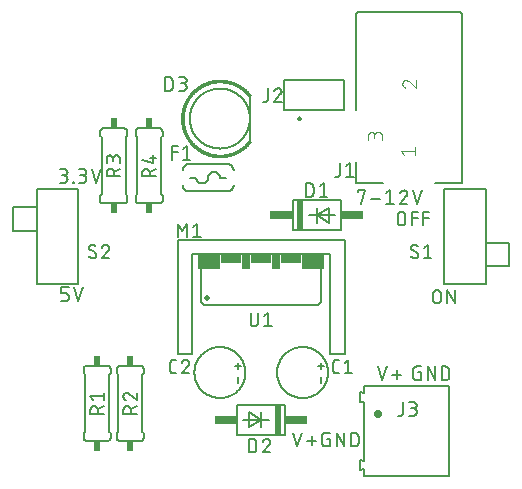
<source format=gto>
G04 EAGLE Gerber RS-274X export*
G75*
%MOMM*%
%FSLAX34Y34*%
%LPD*%
%INSilkscreen Top*%
%IPPOS*%
%AMOC8*
5,1,8,0,0,1.08239X$1,22.5*%
G01*
%ADD10C,0.127000*%
%ADD11C,0.152400*%
%ADD12R,0.508000X2.540000*%
%ADD13R,1.905000X0.762000*%
%ADD14C,0.508000*%
%ADD15R,1.905000X1.270000*%
%ADD16R,1.778000X0.762000*%
%ADD17R,0.762000X1.270000*%
%ADD18C,0.200000*%
%ADD19C,0.400000*%
%ADD20R,0.609600X0.863600*%
%ADD21C,0.101600*%
%ADD22C,0.203200*%
%ADD23C,0.025400*%


D10*
X231080Y38985D02*
X232985Y38985D01*
X232985Y32635D01*
X229175Y32635D01*
X229075Y32637D01*
X228976Y32643D01*
X228876Y32653D01*
X228778Y32666D01*
X228679Y32684D01*
X228582Y32705D01*
X228486Y32730D01*
X228390Y32759D01*
X228296Y32792D01*
X228203Y32828D01*
X228112Y32868D01*
X228022Y32912D01*
X227934Y32959D01*
X227848Y33009D01*
X227764Y33063D01*
X227682Y33120D01*
X227603Y33180D01*
X227525Y33244D01*
X227451Y33310D01*
X227379Y33379D01*
X227310Y33451D01*
X227244Y33525D01*
X227180Y33603D01*
X227120Y33682D01*
X227063Y33764D01*
X227009Y33848D01*
X226959Y33934D01*
X226912Y34022D01*
X226868Y34112D01*
X226828Y34203D01*
X226792Y34296D01*
X226759Y34390D01*
X226730Y34486D01*
X226705Y34582D01*
X226684Y34679D01*
X226666Y34778D01*
X226653Y34876D01*
X226643Y34976D01*
X226637Y35075D01*
X226635Y35175D01*
X226635Y41525D01*
X226637Y41625D01*
X226643Y41724D01*
X226653Y41824D01*
X226666Y41922D01*
X226684Y42021D01*
X226705Y42118D01*
X226730Y42214D01*
X226759Y42310D01*
X226792Y42404D01*
X226828Y42497D01*
X226868Y42588D01*
X226912Y42678D01*
X226959Y42766D01*
X227009Y42852D01*
X227063Y42936D01*
X227120Y43018D01*
X227180Y43097D01*
X227244Y43175D01*
X227310Y43249D01*
X227379Y43321D01*
X227451Y43390D01*
X227525Y43456D01*
X227603Y43520D01*
X227682Y43580D01*
X227764Y43637D01*
X227848Y43691D01*
X227934Y43741D01*
X228022Y43788D01*
X228112Y43832D01*
X228203Y43872D01*
X228296Y43908D01*
X228390Y43941D01*
X228486Y43970D01*
X228582Y43995D01*
X228679Y44016D01*
X228778Y44034D01*
X228876Y44047D01*
X228976Y44057D01*
X229075Y44063D01*
X229175Y44065D01*
X232985Y44065D01*
X238827Y44065D02*
X238827Y32635D01*
X245177Y32635D02*
X238827Y44065D01*
X245177Y44065D02*
X245177Y32635D01*
X251019Y32635D02*
X251019Y44065D01*
X254194Y44065D01*
X254305Y44063D01*
X254415Y44057D01*
X254526Y44048D01*
X254636Y44034D01*
X254745Y44017D01*
X254854Y43996D01*
X254962Y43971D01*
X255069Y43942D01*
X255175Y43910D01*
X255280Y43874D01*
X255383Y43834D01*
X255485Y43791D01*
X255586Y43744D01*
X255685Y43693D01*
X255782Y43640D01*
X255876Y43583D01*
X255969Y43522D01*
X256060Y43459D01*
X256149Y43392D01*
X256235Y43322D01*
X256318Y43249D01*
X256400Y43174D01*
X256478Y43096D01*
X256553Y43014D01*
X256626Y42931D01*
X256696Y42845D01*
X256763Y42756D01*
X256826Y42665D01*
X256887Y42572D01*
X256944Y42478D01*
X256997Y42381D01*
X257048Y42282D01*
X257095Y42181D01*
X257138Y42079D01*
X257178Y41976D01*
X257214Y41871D01*
X257246Y41765D01*
X257275Y41658D01*
X257300Y41550D01*
X257321Y41441D01*
X257338Y41332D01*
X257352Y41222D01*
X257361Y41111D01*
X257367Y41001D01*
X257369Y40890D01*
X257369Y35810D01*
X257367Y35699D01*
X257361Y35589D01*
X257352Y35478D01*
X257338Y35368D01*
X257321Y35259D01*
X257300Y35150D01*
X257275Y35042D01*
X257246Y34935D01*
X257214Y34829D01*
X257178Y34724D01*
X257138Y34621D01*
X257095Y34519D01*
X257048Y34418D01*
X256997Y34319D01*
X256944Y34222D01*
X256887Y34128D01*
X256826Y34035D01*
X256763Y33944D01*
X256696Y33855D01*
X256626Y33769D01*
X256553Y33686D01*
X256478Y33604D01*
X256400Y33526D01*
X256318Y33451D01*
X256235Y33378D01*
X256149Y33308D01*
X256060Y33241D01*
X255969Y33178D01*
X255876Y33117D01*
X255781Y33060D01*
X255685Y33007D01*
X255586Y32956D01*
X255485Y32909D01*
X255383Y32866D01*
X255280Y32826D01*
X255175Y32790D01*
X255069Y32758D01*
X254962Y32729D01*
X254854Y32704D01*
X254745Y32683D01*
X254636Y32666D01*
X254526Y32652D01*
X254415Y32643D01*
X254305Y32637D01*
X254194Y32635D01*
X251019Y32635D01*
X308080Y94985D02*
X309985Y94985D01*
X309985Y88635D01*
X306175Y88635D01*
X306075Y88637D01*
X305976Y88643D01*
X305876Y88653D01*
X305778Y88666D01*
X305679Y88684D01*
X305582Y88705D01*
X305486Y88730D01*
X305390Y88759D01*
X305296Y88792D01*
X305203Y88828D01*
X305112Y88868D01*
X305022Y88912D01*
X304934Y88959D01*
X304848Y89009D01*
X304764Y89063D01*
X304682Y89120D01*
X304603Y89180D01*
X304525Y89244D01*
X304451Y89310D01*
X304379Y89379D01*
X304310Y89451D01*
X304244Y89525D01*
X304180Y89603D01*
X304120Y89682D01*
X304063Y89764D01*
X304009Y89848D01*
X303959Y89934D01*
X303912Y90022D01*
X303868Y90112D01*
X303828Y90203D01*
X303792Y90296D01*
X303759Y90390D01*
X303730Y90486D01*
X303705Y90582D01*
X303684Y90679D01*
X303666Y90778D01*
X303653Y90876D01*
X303643Y90976D01*
X303637Y91075D01*
X303635Y91175D01*
X303635Y97525D01*
X303637Y97625D01*
X303643Y97724D01*
X303653Y97824D01*
X303666Y97922D01*
X303684Y98021D01*
X303705Y98118D01*
X303730Y98214D01*
X303759Y98310D01*
X303792Y98404D01*
X303828Y98497D01*
X303868Y98588D01*
X303912Y98678D01*
X303959Y98766D01*
X304009Y98852D01*
X304063Y98936D01*
X304120Y99018D01*
X304180Y99097D01*
X304244Y99175D01*
X304310Y99249D01*
X304379Y99321D01*
X304451Y99390D01*
X304525Y99456D01*
X304603Y99520D01*
X304682Y99580D01*
X304764Y99637D01*
X304848Y99691D01*
X304934Y99741D01*
X305022Y99788D01*
X305112Y99832D01*
X305203Y99872D01*
X305296Y99908D01*
X305390Y99941D01*
X305486Y99970D01*
X305582Y99995D01*
X305679Y100016D01*
X305778Y100034D01*
X305876Y100047D01*
X305976Y100057D01*
X306075Y100063D01*
X306175Y100065D01*
X309985Y100065D01*
X315827Y100065D02*
X315827Y88635D01*
X322177Y88635D02*
X315827Y100065D01*
X322177Y100065D02*
X322177Y88635D01*
X328019Y88635D02*
X328019Y100065D01*
X331194Y100065D01*
X331305Y100063D01*
X331415Y100057D01*
X331526Y100048D01*
X331636Y100034D01*
X331745Y100017D01*
X331854Y99996D01*
X331962Y99971D01*
X332069Y99942D01*
X332175Y99910D01*
X332280Y99874D01*
X332383Y99834D01*
X332485Y99791D01*
X332586Y99744D01*
X332685Y99693D01*
X332782Y99640D01*
X332876Y99583D01*
X332969Y99522D01*
X333060Y99459D01*
X333149Y99392D01*
X333235Y99322D01*
X333318Y99249D01*
X333400Y99174D01*
X333478Y99096D01*
X333553Y99014D01*
X333626Y98931D01*
X333696Y98845D01*
X333763Y98756D01*
X333826Y98665D01*
X333887Y98572D01*
X333944Y98478D01*
X333997Y98381D01*
X334048Y98282D01*
X334095Y98181D01*
X334138Y98079D01*
X334178Y97976D01*
X334214Y97871D01*
X334246Y97765D01*
X334275Y97658D01*
X334300Y97550D01*
X334321Y97441D01*
X334338Y97332D01*
X334352Y97222D01*
X334361Y97111D01*
X334367Y97001D01*
X334369Y96890D01*
X334369Y91810D01*
X334367Y91699D01*
X334361Y91589D01*
X334352Y91478D01*
X334338Y91368D01*
X334321Y91259D01*
X334300Y91150D01*
X334275Y91042D01*
X334246Y90935D01*
X334214Y90829D01*
X334178Y90724D01*
X334138Y90621D01*
X334095Y90519D01*
X334048Y90418D01*
X333997Y90319D01*
X333944Y90222D01*
X333887Y90128D01*
X333826Y90035D01*
X333763Y89944D01*
X333696Y89855D01*
X333626Y89769D01*
X333553Y89686D01*
X333478Y89604D01*
X333400Y89526D01*
X333318Y89451D01*
X333235Y89378D01*
X333149Y89308D01*
X333060Y89241D01*
X332969Y89178D01*
X332876Y89117D01*
X332782Y89060D01*
X332685Y89007D01*
X332586Y88956D01*
X332485Y88909D01*
X332383Y88866D01*
X332280Y88826D01*
X332175Y88790D01*
X332069Y88758D01*
X331962Y88729D01*
X331854Y88704D01*
X331745Y88683D01*
X331636Y88666D01*
X331526Y88652D01*
X331415Y88643D01*
X331305Y88637D01*
X331194Y88635D01*
X328019Y88635D01*
X320635Y156810D02*
X320635Y161890D01*
X320637Y162001D01*
X320643Y162111D01*
X320652Y162222D01*
X320666Y162332D01*
X320683Y162441D01*
X320704Y162550D01*
X320729Y162658D01*
X320758Y162765D01*
X320790Y162871D01*
X320826Y162976D01*
X320866Y163079D01*
X320909Y163181D01*
X320956Y163282D01*
X321007Y163381D01*
X321060Y163478D01*
X321117Y163572D01*
X321178Y163665D01*
X321241Y163756D01*
X321308Y163845D01*
X321378Y163931D01*
X321451Y164014D01*
X321526Y164096D01*
X321604Y164174D01*
X321686Y164249D01*
X321769Y164322D01*
X321855Y164392D01*
X321944Y164459D01*
X322035Y164522D01*
X322128Y164583D01*
X322223Y164640D01*
X322319Y164693D01*
X322418Y164744D01*
X322519Y164791D01*
X322621Y164834D01*
X322724Y164874D01*
X322829Y164910D01*
X322935Y164942D01*
X323042Y164971D01*
X323150Y164996D01*
X323259Y165017D01*
X323368Y165034D01*
X323478Y165048D01*
X323589Y165057D01*
X323699Y165063D01*
X323810Y165065D01*
X323921Y165063D01*
X324031Y165057D01*
X324142Y165048D01*
X324252Y165034D01*
X324361Y165017D01*
X324470Y164996D01*
X324578Y164971D01*
X324685Y164942D01*
X324791Y164910D01*
X324896Y164874D01*
X324999Y164834D01*
X325101Y164791D01*
X325202Y164744D01*
X325301Y164693D01*
X325398Y164640D01*
X325492Y164583D01*
X325585Y164522D01*
X325676Y164459D01*
X325765Y164392D01*
X325851Y164322D01*
X325934Y164249D01*
X326016Y164174D01*
X326094Y164096D01*
X326169Y164014D01*
X326242Y163931D01*
X326312Y163845D01*
X326379Y163756D01*
X326442Y163665D01*
X326503Y163572D01*
X326560Y163478D01*
X326613Y163381D01*
X326664Y163282D01*
X326711Y163181D01*
X326754Y163079D01*
X326794Y162976D01*
X326830Y162871D01*
X326862Y162765D01*
X326891Y162658D01*
X326916Y162550D01*
X326937Y162441D01*
X326954Y162332D01*
X326968Y162222D01*
X326977Y162111D01*
X326983Y162001D01*
X326985Y161890D01*
X326985Y156810D01*
X326983Y156699D01*
X326977Y156589D01*
X326968Y156478D01*
X326954Y156368D01*
X326937Y156259D01*
X326916Y156150D01*
X326891Y156042D01*
X326862Y155935D01*
X326830Y155829D01*
X326794Y155724D01*
X326754Y155621D01*
X326711Y155519D01*
X326664Y155418D01*
X326613Y155319D01*
X326560Y155222D01*
X326503Y155128D01*
X326442Y155035D01*
X326379Y154944D01*
X326312Y154855D01*
X326242Y154769D01*
X326169Y154686D01*
X326094Y154604D01*
X326016Y154526D01*
X325934Y154451D01*
X325851Y154378D01*
X325765Y154308D01*
X325676Y154241D01*
X325585Y154178D01*
X325492Y154117D01*
X325397Y154060D01*
X325301Y154007D01*
X325202Y153956D01*
X325101Y153909D01*
X324999Y153866D01*
X324896Y153826D01*
X324791Y153790D01*
X324685Y153758D01*
X324578Y153729D01*
X324470Y153704D01*
X324361Y153683D01*
X324252Y153666D01*
X324142Y153652D01*
X324031Y153643D01*
X323921Y153637D01*
X323810Y153635D01*
X323699Y153637D01*
X323589Y153643D01*
X323478Y153652D01*
X323368Y153666D01*
X323259Y153683D01*
X323150Y153704D01*
X323042Y153729D01*
X322935Y153758D01*
X322829Y153790D01*
X322724Y153826D01*
X322621Y153866D01*
X322519Y153909D01*
X322418Y153956D01*
X322319Y154007D01*
X322223Y154060D01*
X322128Y154117D01*
X322035Y154178D01*
X321944Y154241D01*
X321855Y154308D01*
X321769Y154378D01*
X321686Y154451D01*
X321604Y154526D01*
X321526Y154604D01*
X321451Y154686D01*
X321378Y154769D01*
X321308Y154855D01*
X321241Y154944D01*
X321178Y155035D01*
X321117Y155128D01*
X321060Y155223D01*
X321007Y155319D01*
X320956Y155418D01*
X320909Y155519D01*
X320866Y155621D01*
X320826Y155724D01*
X320790Y155829D01*
X320758Y155935D01*
X320729Y156042D01*
X320704Y156150D01*
X320683Y156259D01*
X320666Y156368D01*
X320652Y156478D01*
X320643Y156589D01*
X320637Y156699D01*
X320635Y156810D01*
X332446Y153635D02*
X332446Y165065D01*
X338796Y153635D01*
X338796Y165065D01*
X256635Y247795D02*
X256635Y249065D01*
X262985Y249065D01*
X259810Y237635D01*
X268192Y242080D02*
X275812Y242080D01*
X281019Y246525D02*
X284194Y249065D01*
X284194Y237635D01*
X281019Y237635D02*
X287369Y237635D01*
X298800Y246208D02*
X298798Y246312D01*
X298792Y246417D01*
X298783Y246521D01*
X298770Y246624D01*
X298752Y246727D01*
X298732Y246829D01*
X298707Y246931D01*
X298679Y247031D01*
X298647Y247131D01*
X298611Y247229D01*
X298572Y247326D01*
X298530Y247421D01*
X298484Y247515D01*
X298434Y247607D01*
X298382Y247697D01*
X298326Y247785D01*
X298266Y247871D01*
X298204Y247955D01*
X298139Y248036D01*
X298071Y248115D01*
X297999Y248192D01*
X297926Y248265D01*
X297849Y248337D01*
X297770Y248405D01*
X297689Y248470D01*
X297605Y248532D01*
X297519Y248592D01*
X297431Y248648D01*
X297341Y248700D01*
X297249Y248750D01*
X297155Y248796D01*
X297060Y248838D01*
X296963Y248877D01*
X296865Y248913D01*
X296765Y248945D01*
X296665Y248973D01*
X296563Y248998D01*
X296461Y249018D01*
X296358Y249036D01*
X296255Y249049D01*
X296151Y249058D01*
X296046Y249064D01*
X295942Y249066D01*
X295942Y249065D02*
X295824Y249063D01*
X295705Y249057D01*
X295587Y249048D01*
X295470Y249035D01*
X295353Y249017D01*
X295236Y248997D01*
X295120Y248972D01*
X295005Y248944D01*
X294892Y248911D01*
X294779Y248876D01*
X294667Y248836D01*
X294557Y248794D01*
X294448Y248747D01*
X294340Y248697D01*
X294235Y248644D01*
X294131Y248587D01*
X294029Y248527D01*
X293929Y248464D01*
X293831Y248397D01*
X293735Y248328D01*
X293642Y248255D01*
X293551Y248179D01*
X293462Y248101D01*
X293376Y248019D01*
X293293Y247935D01*
X293212Y247849D01*
X293135Y247759D01*
X293060Y247668D01*
X292988Y247574D01*
X292919Y247477D01*
X292854Y247379D01*
X292791Y247278D01*
X292732Y247175D01*
X292676Y247071D01*
X292624Y246965D01*
X292575Y246857D01*
X292530Y246748D01*
X292488Y246637D01*
X292450Y246525D01*
X297847Y243986D02*
X297923Y244061D01*
X297998Y244140D01*
X298069Y244221D01*
X298138Y244305D01*
X298203Y244391D01*
X298265Y244479D01*
X298325Y244569D01*
X298381Y244661D01*
X298434Y244756D01*
X298483Y244852D01*
X298529Y244950D01*
X298572Y245049D01*
X298611Y245150D01*
X298646Y245252D01*
X298678Y245355D01*
X298706Y245459D01*
X298731Y245564D01*
X298752Y245671D01*
X298769Y245777D01*
X298782Y245884D01*
X298791Y245992D01*
X298797Y246100D01*
X298799Y246208D01*
X297847Y243985D02*
X292449Y237635D01*
X298799Y237635D01*
X307054Y237635D02*
X303244Y249065D01*
X310864Y249065D02*
X307054Y237635D01*
X7810Y255635D02*
X4635Y255635D01*
X7810Y255635D02*
X7921Y255637D01*
X8031Y255643D01*
X8142Y255652D01*
X8252Y255666D01*
X8361Y255683D01*
X8470Y255704D01*
X8578Y255729D01*
X8685Y255758D01*
X8791Y255790D01*
X8896Y255826D01*
X8999Y255866D01*
X9101Y255909D01*
X9202Y255956D01*
X9301Y256007D01*
X9397Y256060D01*
X9492Y256117D01*
X9585Y256178D01*
X9676Y256241D01*
X9765Y256308D01*
X9851Y256378D01*
X9934Y256451D01*
X10016Y256526D01*
X10094Y256604D01*
X10169Y256686D01*
X10242Y256769D01*
X10312Y256855D01*
X10379Y256944D01*
X10442Y257035D01*
X10503Y257128D01*
X10560Y257222D01*
X10613Y257319D01*
X10664Y257418D01*
X10711Y257519D01*
X10754Y257621D01*
X10794Y257724D01*
X10830Y257829D01*
X10862Y257935D01*
X10891Y258042D01*
X10916Y258150D01*
X10937Y258259D01*
X10954Y258368D01*
X10968Y258478D01*
X10977Y258589D01*
X10983Y258699D01*
X10985Y258810D01*
X10983Y258921D01*
X10977Y259031D01*
X10968Y259142D01*
X10954Y259252D01*
X10937Y259361D01*
X10916Y259470D01*
X10891Y259578D01*
X10862Y259685D01*
X10830Y259791D01*
X10794Y259896D01*
X10754Y259999D01*
X10711Y260101D01*
X10664Y260202D01*
X10613Y260301D01*
X10560Y260397D01*
X10503Y260492D01*
X10442Y260585D01*
X10379Y260676D01*
X10312Y260765D01*
X10242Y260851D01*
X10169Y260934D01*
X10094Y261016D01*
X10016Y261094D01*
X9934Y261169D01*
X9851Y261242D01*
X9765Y261312D01*
X9676Y261379D01*
X9585Y261442D01*
X9492Y261503D01*
X9398Y261560D01*
X9301Y261613D01*
X9202Y261664D01*
X9101Y261711D01*
X8999Y261754D01*
X8896Y261794D01*
X8791Y261830D01*
X8685Y261862D01*
X8578Y261891D01*
X8470Y261916D01*
X8361Y261937D01*
X8252Y261954D01*
X8142Y261968D01*
X8031Y261977D01*
X7921Y261983D01*
X7810Y261985D01*
X8445Y267065D02*
X4635Y267065D01*
X8445Y267065D02*
X8545Y267063D01*
X8644Y267057D01*
X8744Y267047D01*
X8842Y267034D01*
X8941Y267016D01*
X9038Y266995D01*
X9134Y266970D01*
X9230Y266941D01*
X9324Y266908D01*
X9417Y266872D01*
X9508Y266832D01*
X9598Y266788D01*
X9686Y266741D01*
X9772Y266691D01*
X9856Y266637D01*
X9938Y266580D01*
X10017Y266520D01*
X10095Y266456D01*
X10169Y266390D01*
X10241Y266321D01*
X10310Y266249D01*
X10376Y266175D01*
X10440Y266097D01*
X10500Y266018D01*
X10557Y265936D01*
X10611Y265852D01*
X10661Y265766D01*
X10708Y265678D01*
X10752Y265588D01*
X10792Y265497D01*
X10828Y265404D01*
X10861Y265310D01*
X10890Y265214D01*
X10915Y265118D01*
X10936Y265021D01*
X10954Y264922D01*
X10967Y264824D01*
X10977Y264724D01*
X10983Y264625D01*
X10985Y264525D01*
X10983Y264425D01*
X10977Y264326D01*
X10967Y264226D01*
X10954Y264128D01*
X10936Y264029D01*
X10915Y263932D01*
X10890Y263836D01*
X10861Y263740D01*
X10828Y263646D01*
X10792Y263553D01*
X10752Y263462D01*
X10708Y263372D01*
X10661Y263284D01*
X10611Y263198D01*
X10557Y263114D01*
X10500Y263032D01*
X10440Y262953D01*
X10376Y262875D01*
X10310Y262801D01*
X10241Y262729D01*
X10169Y262660D01*
X10095Y262594D01*
X10017Y262530D01*
X9938Y262470D01*
X9856Y262413D01*
X9772Y262359D01*
X9686Y262309D01*
X9598Y262262D01*
X9508Y262218D01*
X9417Y262178D01*
X9324Y262142D01*
X9230Y262109D01*
X9134Y262080D01*
X9038Y262055D01*
X8941Y262034D01*
X8842Y262016D01*
X8744Y262003D01*
X8644Y261993D01*
X8545Y261987D01*
X8445Y261985D01*
X5905Y261985D01*
X15494Y256270D02*
X15494Y255635D01*
X15494Y256270D02*
X16129Y256270D01*
X16129Y255635D01*
X15494Y255635D01*
X20637Y255635D02*
X23812Y255635D01*
X23923Y255637D01*
X24033Y255643D01*
X24144Y255652D01*
X24254Y255666D01*
X24363Y255683D01*
X24472Y255704D01*
X24580Y255729D01*
X24687Y255758D01*
X24793Y255790D01*
X24898Y255826D01*
X25001Y255866D01*
X25103Y255909D01*
X25204Y255956D01*
X25303Y256007D01*
X25399Y256060D01*
X25494Y256117D01*
X25587Y256178D01*
X25678Y256241D01*
X25767Y256308D01*
X25853Y256378D01*
X25936Y256451D01*
X26018Y256526D01*
X26096Y256604D01*
X26171Y256686D01*
X26244Y256769D01*
X26314Y256855D01*
X26381Y256944D01*
X26444Y257035D01*
X26505Y257128D01*
X26562Y257222D01*
X26615Y257319D01*
X26666Y257418D01*
X26713Y257519D01*
X26756Y257621D01*
X26796Y257724D01*
X26832Y257829D01*
X26864Y257935D01*
X26893Y258042D01*
X26918Y258150D01*
X26939Y258259D01*
X26956Y258368D01*
X26970Y258478D01*
X26979Y258589D01*
X26985Y258699D01*
X26987Y258810D01*
X26985Y258921D01*
X26979Y259031D01*
X26970Y259142D01*
X26956Y259252D01*
X26939Y259361D01*
X26918Y259470D01*
X26893Y259578D01*
X26864Y259685D01*
X26832Y259791D01*
X26796Y259896D01*
X26756Y259999D01*
X26713Y260101D01*
X26666Y260202D01*
X26615Y260301D01*
X26562Y260397D01*
X26505Y260492D01*
X26444Y260585D01*
X26381Y260676D01*
X26314Y260765D01*
X26244Y260851D01*
X26171Y260934D01*
X26096Y261016D01*
X26018Y261094D01*
X25936Y261169D01*
X25853Y261242D01*
X25767Y261312D01*
X25678Y261379D01*
X25587Y261442D01*
X25494Y261503D01*
X25400Y261560D01*
X25303Y261613D01*
X25204Y261664D01*
X25103Y261711D01*
X25001Y261754D01*
X24898Y261794D01*
X24793Y261830D01*
X24687Y261862D01*
X24580Y261891D01*
X24472Y261916D01*
X24363Y261937D01*
X24254Y261954D01*
X24144Y261968D01*
X24033Y261977D01*
X23923Y261983D01*
X23812Y261985D01*
X24447Y267065D02*
X20637Y267065D01*
X24447Y267065D02*
X24547Y267063D01*
X24646Y267057D01*
X24746Y267047D01*
X24844Y267034D01*
X24943Y267016D01*
X25040Y266995D01*
X25136Y266970D01*
X25232Y266941D01*
X25326Y266908D01*
X25419Y266872D01*
X25510Y266832D01*
X25600Y266788D01*
X25688Y266741D01*
X25774Y266691D01*
X25858Y266637D01*
X25940Y266580D01*
X26019Y266520D01*
X26097Y266456D01*
X26171Y266390D01*
X26243Y266321D01*
X26312Y266249D01*
X26378Y266175D01*
X26442Y266097D01*
X26502Y266018D01*
X26559Y265936D01*
X26613Y265852D01*
X26663Y265766D01*
X26710Y265678D01*
X26754Y265588D01*
X26794Y265497D01*
X26830Y265404D01*
X26863Y265310D01*
X26892Y265214D01*
X26917Y265118D01*
X26938Y265021D01*
X26956Y264922D01*
X26969Y264824D01*
X26979Y264724D01*
X26985Y264625D01*
X26987Y264525D01*
X26985Y264425D01*
X26979Y264326D01*
X26969Y264226D01*
X26956Y264128D01*
X26938Y264029D01*
X26917Y263932D01*
X26892Y263836D01*
X26863Y263740D01*
X26830Y263646D01*
X26794Y263553D01*
X26754Y263462D01*
X26710Y263372D01*
X26663Y263284D01*
X26613Y263198D01*
X26559Y263114D01*
X26502Y263032D01*
X26442Y262953D01*
X26378Y262875D01*
X26312Y262801D01*
X26243Y262729D01*
X26171Y262660D01*
X26097Y262594D01*
X26019Y262530D01*
X25940Y262470D01*
X25858Y262413D01*
X25774Y262359D01*
X25688Y262309D01*
X25600Y262262D01*
X25510Y262218D01*
X25419Y262178D01*
X25326Y262142D01*
X25232Y262109D01*
X25136Y262080D01*
X25040Y262055D01*
X24943Y262034D01*
X24844Y262016D01*
X24746Y262003D01*
X24646Y261993D01*
X24547Y261987D01*
X24447Y261985D01*
X21907Y261985D01*
X31432Y267065D02*
X35242Y255635D01*
X39052Y267065D01*
X9445Y155635D02*
X5635Y155635D01*
X9445Y155635D02*
X9545Y155637D01*
X9644Y155643D01*
X9744Y155653D01*
X9842Y155666D01*
X9941Y155684D01*
X10038Y155705D01*
X10134Y155730D01*
X10230Y155759D01*
X10324Y155792D01*
X10417Y155828D01*
X10508Y155868D01*
X10598Y155912D01*
X10686Y155959D01*
X10772Y156009D01*
X10856Y156063D01*
X10938Y156120D01*
X11017Y156180D01*
X11095Y156244D01*
X11169Y156310D01*
X11241Y156379D01*
X11310Y156451D01*
X11376Y156525D01*
X11440Y156603D01*
X11500Y156682D01*
X11557Y156764D01*
X11611Y156848D01*
X11661Y156934D01*
X11708Y157022D01*
X11752Y157112D01*
X11792Y157203D01*
X11828Y157296D01*
X11861Y157390D01*
X11890Y157486D01*
X11915Y157582D01*
X11936Y157679D01*
X11954Y157778D01*
X11967Y157876D01*
X11977Y157976D01*
X11983Y158075D01*
X11985Y158175D01*
X11985Y159445D01*
X11983Y159545D01*
X11977Y159644D01*
X11967Y159744D01*
X11954Y159842D01*
X11936Y159941D01*
X11915Y160038D01*
X11890Y160134D01*
X11861Y160230D01*
X11828Y160324D01*
X11792Y160417D01*
X11752Y160508D01*
X11708Y160598D01*
X11661Y160686D01*
X11611Y160772D01*
X11557Y160856D01*
X11500Y160938D01*
X11440Y161017D01*
X11376Y161095D01*
X11310Y161169D01*
X11241Y161241D01*
X11169Y161310D01*
X11095Y161376D01*
X11017Y161440D01*
X10938Y161500D01*
X10856Y161557D01*
X10772Y161611D01*
X10686Y161661D01*
X10598Y161708D01*
X10508Y161752D01*
X10417Y161792D01*
X10324Y161828D01*
X10230Y161861D01*
X10134Y161890D01*
X10038Y161915D01*
X9941Y161936D01*
X9842Y161954D01*
X9744Y161967D01*
X9644Y161977D01*
X9545Y161983D01*
X9445Y161985D01*
X5635Y161985D01*
X5635Y167065D01*
X11985Y167065D01*
X16430Y167065D02*
X20240Y155635D01*
X24050Y167065D01*
X201635Y44065D02*
X205445Y32635D01*
X209255Y44065D01*
X213827Y37080D02*
X221447Y37080D01*
X217637Y33270D02*
X217637Y40890D01*
X277445Y88635D02*
X273635Y100065D01*
X281255Y100065D02*
X277445Y88635D01*
X285827Y93080D02*
X293447Y93080D01*
X289637Y89270D02*
X289637Y96890D01*
X290635Y222810D02*
X290635Y227890D01*
X290637Y228001D01*
X290643Y228111D01*
X290652Y228222D01*
X290666Y228332D01*
X290683Y228441D01*
X290704Y228550D01*
X290729Y228658D01*
X290758Y228765D01*
X290790Y228871D01*
X290826Y228976D01*
X290866Y229079D01*
X290909Y229181D01*
X290956Y229282D01*
X291007Y229381D01*
X291060Y229478D01*
X291117Y229572D01*
X291178Y229665D01*
X291241Y229756D01*
X291308Y229845D01*
X291378Y229931D01*
X291451Y230014D01*
X291526Y230096D01*
X291604Y230174D01*
X291686Y230249D01*
X291769Y230322D01*
X291855Y230392D01*
X291944Y230459D01*
X292035Y230522D01*
X292128Y230583D01*
X292223Y230640D01*
X292319Y230693D01*
X292418Y230744D01*
X292519Y230791D01*
X292621Y230834D01*
X292724Y230874D01*
X292829Y230910D01*
X292935Y230942D01*
X293042Y230971D01*
X293150Y230996D01*
X293259Y231017D01*
X293368Y231034D01*
X293478Y231048D01*
X293589Y231057D01*
X293699Y231063D01*
X293810Y231065D01*
X293921Y231063D01*
X294031Y231057D01*
X294142Y231048D01*
X294252Y231034D01*
X294361Y231017D01*
X294470Y230996D01*
X294578Y230971D01*
X294685Y230942D01*
X294791Y230910D01*
X294896Y230874D01*
X294999Y230834D01*
X295101Y230791D01*
X295202Y230744D01*
X295301Y230693D01*
X295398Y230640D01*
X295492Y230583D01*
X295585Y230522D01*
X295676Y230459D01*
X295765Y230392D01*
X295851Y230322D01*
X295934Y230249D01*
X296016Y230174D01*
X296094Y230096D01*
X296169Y230014D01*
X296242Y229931D01*
X296312Y229845D01*
X296379Y229756D01*
X296442Y229665D01*
X296503Y229572D01*
X296560Y229478D01*
X296613Y229381D01*
X296664Y229282D01*
X296711Y229181D01*
X296754Y229079D01*
X296794Y228976D01*
X296830Y228871D01*
X296862Y228765D01*
X296891Y228658D01*
X296916Y228550D01*
X296937Y228441D01*
X296954Y228332D01*
X296968Y228222D01*
X296977Y228111D01*
X296983Y228001D01*
X296985Y227890D01*
X296985Y222810D01*
X296983Y222699D01*
X296977Y222589D01*
X296968Y222478D01*
X296954Y222368D01*
X296937Y222259D01*
X296916Y222150D01*
X296891Y222042D01*
X296862Y221935D01*
X296830Y221829D01*
X296794Y221724D01*
X296754Y221621D01*
X296711Y221519D01*
X296664Y221418D01*
X296613Y221319D01*
X296560Y221222D01*
X296503Y221128D01*
X296442Y221035D01*
X296379Y220944D01*
X296312Y220855D01*
X296242Y220769D01*
X296169Y220686D01*
X296094Y220604D01*
X296016Y220526D01*
X295934Y220451D01*
X295851Y220378D01*
X295765Y220308D01*
X295676Y220241D01*
X295585Y220178D01*
X295492Y220117D01*
X295397Y220060D01*
X295301Y220007D01*
X295202Y219956D01*
X295101Y219909D01*
X294999Y219866D01*
X294896Y219826D01*
X294791Y219790D01*
X294685Y219758D01*
X294578Y219729D01*
X294470Y219704D01*
X294361Y219683D01*
X294252Y219666D01*
X294142Y219652D01*
X294031Y219643D01*
X293921Y219637D01*
X293810Y219635D01*
X293699Y219637D01*
X293589Y219643D01*
X293478Y219652D01*
X293368Y219666D01*
X293259Y219683D01*
X293150Y219704D01*
X293042Y219729D01*
X292935Y219758D01*
X292829Y219790D01*
X292724Y219826D01*
X292621Y219866D01*
X292519Y219909D01*
X292418Y219956D01*
X292319Y220007D01*
X292223Y220060D01*
X292128Y220117D01*
X292035Y220178D01*
X291944Y220241D01*
X291855Y220308D01*
X291769Y220378D01*
X291686Y220451D01*
X291604Y220526D01*
X291526Y220604D01*
X291451Y220686D01*
X291378Y220769D01*
X291308Y220855D01*
X291241Y220944D01*
X291178Y221035D01*
X291117Y221128D01*
X291060Y221223D01*
X291007Y221319D01*
X290956Y221418D01*
X290909Y221519D01*
X290866Y221621D01*
X290826Y221724D01*
X290790Y221829D01*
X290758Y221935D01*
X290729Y222042D01*
X290704Y222150D01*
X290683Y222259D01*
X290666Y222368D01*
X290652Y222478D01*
X290643Y222589D01*
X290637Y222699D01*
X290635Y222810D01*
X302471Y219635D02*
X302471Y231065D01*
X307551Y231065D01*
X307551Y225985D02*
X302471Y225985D01*
X312377Y231065D02*
X312377Y219635D01*
X312377Y231065D02*
X317457Y231065D01*
X317457Y225985D02*
X312377Y225985D01*
D11*
X155240Y102620D02*
X155240Y97540D01*
X152700Y100080D02*
X157780Y100080D01*
X155240Y91190D02*
X155240Y86110D01*
X118410Y95000D02*
X118417Y95530D01*
X118436Y96059D01*
X118468Y96588D01*
X118514Y97116D01*
X118572Y97643D01*
X118644Y98168D01*
X118728Y98691D01*
X118825Y99212D01*
X118935Y99730D01*
X119057Y100246D01*
X119192Y100758D01*
X119340Y101267D01*
X119500Y101772D01*
X119672Y102273D01*
X119857Y102770D01*
X120053Y103262D01*
X120262Y103749D01*
X120483Y104231D01*
X120715Y104707D01*
X120959Y105177D01*
X121215Y105642D01*
X121482Y106099D01*
X121760Y106551D01*
X122049Y106995D01*
X122348Y107432D01*
X122659Y107861D01*
X122980Y108283D01*
X123311Y108697D01*
X123652Y109102D01*
X124003Y109499D01*
X124364Y109887D01*
X124734Y110266D01*
X125113Y110636D01*
X125501Y110997D01*
X125898Y111348D01*
X126303Y111689D01*
X126717Y112020D01*
X127139Y112341D01*
X127568Y112652D01*
X128005Y112951D01*
X128449Y113240D01*
X128901Y113518D01*
X129358Y113785D01*
X129823Y114041D01*
X130293Y114285D01*
X130769Y114517D01*
X131251Y114738D01*
X131738Y114947D01*
X132230Y115143D01*
X132727Y115328D01*
X133228Y115500D01*
X133733Y115660D01*
X134242Y115808D01*
X134754Y115943D01*
X135270Y116065D01*
X135788Y116175D01*
X136309Y116272D01*
X136832Y116356D01*
X137357Y116428D01*
X137884Y116486D01*
X138412Y116532D01*
X138941Y116564D01*
X139470Y116583D01*
X140000Y116590D01*
X140530Y116583D01*
X141059Y116564D01*
X141588Y116532D01*
X142116Y116486D01*
X142643Y116428D01*
X143168Y116356D01*
X143691Y116272D01*
X144212Y116175D01*
X144730Y116065D01*
X145246Y115943D01*
X145758Y115808D01*
X146267Y115660D01*
X146772Y115500D01*
X147273Y115328D01*
X147770Y115143D01*
X148262Y114947D01*
X148749Y114738D01*
X149231Y114517D01*
X149707Y114285D01*
X150177Y114041D01*
X150642Y113785D01*
X151099Y113518D01*
X151551Y113240D01*
X151995Y112951D01*
X152432Y112652D01*
X152861Y112341D01*
X153283Y112020D01*
X153697Y111689D01*
X154102Y111348D01*
X154499Y110997D01*
X154887Y110636D01*
X155266Y110266D01*
X155636Y109887D01*
X155997Y109499D01*
X156348Y109102D01*
X156689Y108697D01*
X157020Y108283D01*
X157341Y107861D01*
X157652Y107432D01*
X157951Y106995D01*
X158240Y106551D01*
X158518Y106099D01*
X158785Y105642D01*
X159041Y105177D01*
X159285Y104707D01*
X159517Y104231D01*
X159738Y103749D01*
X159947Y103262D01*
X160143Y102770D01*
X160328Y102273D01*
X160500Y101772D01*
X160660Y101267D01*
X160808Y100758D01*
X160943Y100246D01*
X161065Y99730D01*
X161175Y99212D01*
X161272Y98691D01*
X161356Y98168D01*
X161428Y97643D01*
X161486Y97116D01*
X161532Y96588D01*
X161564Y96059D01*
X161583Y95530D01*
X161590Y95000D01*
X161583Y94470D01*
X161564Y93941D01*
X161532Y93412D01*
X161486Y92884D01*
X161428Y92357D01*
X161356Y91832D01*
X161272Y91309D01*
X161175Y90788D01*
X161065Y90270D01*
X160943Y89754D01*
X160808Y89242D01*
X160660Y88733D01*
X160500Y88228D01*
X160328Y87727D01*
X160143Y87230D01*
X159947Y86738D01*
X159738Y86251D01*
X159517Y85769D01*
X159285Y85293D01*
X159041Y84823D01*
X158785Y84358D01*
X158518Y83901D01*
X158240Y83449D01*
X157951Y83005D01*
X157652Y82568D01*
X157341Y82139D01*
X157020Y81717D01*
X156689Y81303D01*
X156348Y80898D01*
X155997Y80501D01*
X155636Y80113D01*
X155266Y79734D01*
X154887Y79364D01*
X154499Y79003D01*
X154102Y78652D01*
X153697Y78311D01*
X153283Y77980D01*
X152861Y77659D01*
X152432Y77348D01*
X151995Y77049D01*
X151551Y76760D01*
X151099Y76482D01*
X150642Y76215D01*
X150177Y75959D01*
X149707Y75715D01*
X149231Y75483D01*
X148749Y75262D01*
X148262Y75053D01*
X147770Y74857D01*
X147273Y74672D01*
X146772Y74500D01*
X146267Y74340D01*
X145758Y74192D01*
X145246Y74057D01*
X144730Y73935D01*
X144212Y73825D01*
X143691Y73728D01*
X143168Y73644D01*
X142643Y73572D01*
X142116Y73514D01*
X141588Y73468D01*
X141059Y73436D01*
X140530Y73417D01*
X140000Y73410D01*
X139470Y73417D01*
X138941Y73436D01*
X138412Y73468D01*
X137884Y73514D01*
X137357Y73572D01*
X136832Y73644D01*
X136309Y73728D01*
X135788Y73825D01*
X135270Y73935D01*
X134754Y74057D01*
X134242Y74192D01*
X133733Y74340D01*
X133228Y74500D01*
X132727Y74672D01*
X132230Y74857D01*
X131738Y75053D01*
X131251Y75262D01*
X130769Y75483D01*
X130293Y75715D01*
X129823Y75959D01*
X129358Y76215D01*
X128901Y76482D01*
X128449Y76760D01*
X128005Y77049D01*
X127568Y77348D01*
X127139Y77659D01*
X126717Y77980D01*
X126303Y78311D01*
X125898Y78652D01*
X125501Y79003D01*
X125113Y79364D01*
X124734Y79734D01*
X124364Y80113D01*
X124003Y80501D01*
X123652Y80898D01*
X123311Y81303D01*
X122980Y81717D01*
X122659Y82139D01*
X122348Y82568D01*
X122049Y83005D01*
X121760Y83449D01*
X121482Y83901D01*
X121215Y84358D01*
X120959Y84823D01*
X120715Y85293D01*
X120483Y85769D01*
X120262Y86251D01*
X120053Y86738D01*
X119857Y87230D01*
X119672Y87727D01*
X119500Y88228D01*
X119340Y88733D01*
X119192Y89242D01*
X119057Y89754D01*
X118935Y90270D01*
X118825Y90788D01*
X118728Y91309D01*
X118644Y91832D01*
X118572Y92357D01*
X118514Y92884D01*
X118468Y93412D01*
X118436Y93941D01*
X118417Y94470D01*
X118410Y95000D01*
D10*
X103124Y94385D02*
X100584Y94385D01*
X100484Y94387D01*
X100385Y94393D01*
X100285Y94403D01*
X100187Y94416D01*
X100088Y94434D01*
X99991Y94455D01*
X99895Y94480D01*
X99799Y94509D01*
X99705Y94542D01*
X99612Y94578D01*
X99521Y94618D01*
X99431Y94662D01*
X99343Y94709D01*
X99257Y94759D01*
X99173Y94813D01*
X99091Y94870D01*
X99012Y94930D01*
X98934Y94994D01*
X98860Y95060D01*
X98788Y95129D01*
X98719Y95201D01*
X98653Y95275D01*
X98589Y95353D01*
X98529Y95432D01*
X98472Y95514D01*
X98418Y95598D01*
X98368Y95684D01*
X98321Y95772D01*
X98277Y95862D01*
X98237Y95953D01*
X98201Y96046D01*
X98168Y96140D01*
X98139Y96236D01*
X98114Y96332D01*
X98093Y96429D01*
X98075Y96528D01*
X98062Y96626D01*
X98052Y96726D01*
X98046Y96825D01*
X98044Y96925D01*
X98044Y103275D01*
X98046Y103375D01*
X98052Y103474D01*
X98062Y103574D01*
X98075Y103672D01*
X98093Y103771D01*
X98114Y103868D01*
X98139Y103964D01*
X98168Y104060D01*
X98201Y104154D01*
X98237Y104247D01*
X98277Y104338D01*
X98321Y104428D01*
X98368Y104516D01*
X98418Y104602D01*
X98472Y104686D01*
X98529Y104768D01*
X98589Y104847D01*
X98653Y104925D01*
X98719Y104999D01*
X98788Y105071D01*
X98860Y105140D01*
X98934Y105206D01*
X99012Y105270D01*
X99091Y105330D01*
X99173Y105387D01*
X99257Y105441D01*
X99343Y105491D01*
X99431Y105538D01*
X99521Y105582D01*
X99612Y105622D01*
X99705Y105658D01*
X99799Y105691D01*
X99895Y105720D01*
X99991Y105745D01*
X100088Y105766D01*
X100187Y105784D01*
X100285Y105797D01*
X100385Y105807D01*
X100484Y105813D01*
X100584Y105815D01*
X103124Y105815D01*
X111099Y105816D02*
X111203Y105814D01*
X111308Y105808D01*
X111412Y105799D01*
X111515Y105786D01*
X111618Y105768D01*
X111720Y105748D01*
X111822Y105723D01*
X111922Y105695D01*
X112022Y105663D01*
X112120Y105627D01*
X112217Y105588D01*
X112312Y105546D01*
X112406Y105500D01*
X112498Y105450D01*
X112588Y105398D01*
X112676Y105342D01*
X112762Y105282D01*
X112846Y105220D01*
X112927Y105155D01*
X113006Y105087D01*
X113083Y105015D01*
X113156Y104942D01*
X113228Y104865D01*
X113296Y104786D01*
X113361Y104705D01*
X113423Y104621D01*
X113483Y104535D01*
X113539Y104447D01*
X113591Y104357D01*
X113641Y104265D01*
X113687Y104171D01*
X113729Y104076D01*
X113768Y103979D01*
X113804Y103881D01*
X113836Y103781D01*
X113864Y103681D01*
X113889Y103579D01*
X113909Y103477D01*
X113927Y103374D01*
X113940Y103271D01*
X113949Y103167D01*
X113955Y103062D01*
X113957Y102958D01*
X111099Y105815D02*
X110981Y105813D01*
X110862Y105807D01*
X110744Y105798D01*
X110627Y105785D01*
X110510Y105767D01*
X110393Y105747D01*
X110277Y105722D01*
X110162Y105694D01*
X110049Y105661D01*
X109936Y105626D01*
X109824Y105586D01*
X109714Y105544D01*
X109605Y105497D01*
X109497Y105447D01*
X109392Y105394D01*
X109288Y105337D01*
X109186Y105277D01*
X109086Y105214D01*
X108988Y105147D01*
X108892Y105078D01*
X108799Y105005D01*
X108708Y104929D01*
X108619Y104851D01*
X108533Y104769D01*
X108450Y104685D01*
X108369Y104599D01*
X108292Y104509D01*
X108217Y104418D01*
X108145Y104324D01*
X108076Y104227D01*
X108011Y104129D01*
X107948Y104028D01*
X107889Y103925D01*
X107833Y103821D01*
X107781Y103715D01*
X107732Y103607D01*
X107687Y103498D01*
X107645Y103387D01*
X107607Y103275D01*
X113004Y100736D02*
X113080Y100811D01*
X113155Y100890D01*
X113226Y100971D01*
X113295Y101055D01*
X113360Y101141D01*
X113422Y101229D01*
X113482Y101319D01*
X113538Y101411D01*
X113591Y101506D01*
X113640Y101602D01*
X113686Y101700D01*
X113729Y101799D01*
X113768Y101900D01*
X113803Y102002D01*
X113835Y102105D01*
X113863Y102209D01*
X113888Y102314D01*
X113909Y102421D01*
X113926Y102527D01*
X113939Y102634D01*
X113948Y102742D01*
X113954Y102850D01*
X113956Y102958D01*
X113004Y100735D02*
X107606Y94385D01*
X113956Y94385D01*
D11*
X225240Y97540D02*
X225240Y102620D01*
X222700Y100080D02*
X227780Y100080D01*
X225240Y91190D02*
X225240Y86110D01*
X188410Y95000D02*
X188417Y95530D01*
X188436Y96059D01*
X188468Y96588D01*
X188514Y97116D01*
X188572Y97643D01*
X188644Y98168D01*
X188728Y98691D01*
X188825Y99212D01*
X188935Y99730D01*
X189057Y100246D01*
X189192Y100758D01*
X189340Y101267D01*
X189500Y101772D01*
X189672Y102273D01*
X189857Y102770D01*
X190053Y103262D01*
X190262Y103749D01*
X190483Y104231D01*
X190715Y104707D01*
X190959Y105177D01*
X191215Y105642D01*
X191482Y106099D01*
X191760Y106551D01*
X192049Y106995D01*
X192348Y107432D01*
X192659Y107861D01*
X192980Y108283D01*
X193311Y108697D01*
X193652Y109102D01*
X194003Y109499D01*
X194364Y109887D01*
X194734Y110266D01*
X195113Y110636D01*
X195501Y110997D01*
X195898Y111348D01*
X196303Y111689D01*
X196717Y112020D01*
X197139Y112341D01*
X197568Y112652D01*
X198005Y112951D01*
X198449Y113240D01*
X198901Y113518D01*
X199358Y113785D01*
X199823Y114041D01*
X200293Y114285D01*
X200769Y114517D01*
X201251Y114738D01*
X201738Y114947D01*
X202230Y115143D01*
X202727Y115328D01*
X203228Y115500D01*
X203733Y115660D01*
X204242Y115808D01*
X204754Y115943D01*
X205270Y116065D01*
X205788Y116175D01*
X206309Y116272D01*
X206832Y116356D01*
X207357Y116428D01*
X207884Y116486D01*
X208412Y116532D01*
X208941Y116564D01*
X209470Y116583D01*
X210000Y116590D01*
X210530Y116583D01*
X211059Y116564D01*
X211588Y116532D01*
X212116Y116486D01*
X212643Y116428D01*
X213168Y116356D01*
X213691Y116272D01*
X214212Y116175D01*
X214730Y116065D01*
X215246Y115943D01*
X215758Y115808D01*
X216267Y115660D01*
X216772Y115500D01*
X217273Y115328D01*
X217770Y115143D01*
X218262Y114947D01*
X218749Y114738D01*
X219231Y114517D01*
X219707Y114285D01*
X220177Y114041D01*
X220642Y113785D01*
X221099Y113518D01*
X221551Y113240D01*
X221995Y112951D01*
X222432Y112652D01*
X222861Y112341D01*
X223283Y112020D01*
X223697Y111689D01*
X224102Y111348D01*
X224499Y110997D01*
X224887Y110636D01*
X225266Y110266D01*
X225636Y109887D01*
X225997Y109499D01*
X226348Y109102D01*
X226689Y108697D01*
X227020Y108283D01*
X227341Y107861D01*
X227652Y107432D01*
X227951Y106995D01*
X228240Y106551D01*
X228518Y106099D01*
X228785Y105642D01*
X229041Y105177D01*
X229285Y104707D01*
X229517Y104231D01*
X229738Y103749D01*
X229947Y103262D01*
X230143Y102770D01*
X230328Y102273D01*
X230500Y101772D01*
X230660Y101267D01*
X230808Y100758D01*
X230943Y100246D01*
X231065Y99730D01*
X231175Y99212D01*
X231272Y98691D01*
X231356Y98168D01*
X231428Y97643D01*
X231486Y97116D01*
X231532Y96588D01*
X231564Y96059D01*
X231583Y95530D01*
X231590Y95000D01*
X231583Y94470D01*
X231564Y93941D01*
X231532Y93412D01*
X231486Y92884D01*
X231428Y92357D01*
X231356Y91832D01*
X231272Y91309D01*
X231175Y90788D01*
X231065Y90270D01*
X230943Y89754D01*
X230808Y89242D01*
X230660Y88733D01*
X230500Y88228D01*
X230328Y87727D01*
X230143Y87230D01*
X229947Y86738D01*
X229738Y86251D01*
X229517Y85769D01*
X229285Y85293D01*
X229041Y84823D01*
X228785Y84358D01*
X228518Y83901D01*
X228240Y83449D01*
X227951Y83005D01*
X227652Y82568D01*
X227341Y82139D01*
X227020Y81717D01*
X226689Y81303D01*
X226348Y80898D01*
X225997Y80501D01*
X225636Y80113D01*
X225266Y79734D01*
X224887Y79364D01*
X224499Y79003D01*
X224102Y78652D01*
X223697Y78311D01*
X223283Y77980D01*
X222861Y77659D01*
X222432Y77348D01*
X221995Y77049D01*
X221551Y76760D01*
X221099Y76482D01*
X220642Y76215D01*
X220177Y75959D01*
X219707Y75715D01*
X219231Y75483D01*
X218749Y75262D01*
X218262Y75053D01*
X217770Y74857D01*
X217273Y74672D01*
X216772Y74500D01*
X216267Y74340D01*
X215758Y74192D01*
X215246Y74057D01*
X214730Y73935D01*
X214212Y73825D01*
X213691Y73728D01*
X213168Y73644D01*
X212643Y73572D01*
X212116Y73514D01*
X211588Y73468D01*
X211059Y73436D01*
X210530Y73417D01*
X210000Y73410D01*
X209470Y73417D01*
X208941Y73436D01*
X208412Y73468D01*
X207884Y73514D01*
X207357Y73572D01*
X206832Y73644D01*
X206309Y73728D01*
X205788Y73825D01*
X205270Y73935D01*
X204754Y74057D01*
X204242Y74192D01*
X203733Y74340D01*
X203228Y74500D01*
X202727Y74672D01*
X202230Y74857D01*
X201738Y75053D01*
X201251Y75262D01*
X200769Y75483D01*
X200293Y75715D01*
X199823Y75959D01*
X199358Y76215D01*
X198901Y76482D01*
X198449Y76760D01*
X198005Y77049D01*
X197568Y77348D01*
X197139Y77659D01*
X196717Y77980D01*
X196303Y78311D01*
X195898Y78652D01*
X195501Y79003D01*
X195113Y79364D01*
X194734Y79734D01*
X194364Y80113D01*
X194003Y80501D01*
X193652Y80898D01*
X193311Y81303D01*
X192980Y81717D01*
X192659Y82139D01*
X192348Y82568D01*
X192049Y83005D01*
X191760Y83449D01*
X191482Y83901D01*
X191215Y84358D01*
X190959Y84823D01*
X190715Y85293D01*
X190483Y85769D01*
X190262Y86251D01*
X190053Y86738D01*
X189857Y87230D01*
X189672Y87727D01*
X189500Y88228D01*
X189340Y88733D01*
X189192Y89242D01*
X189057Y89754D01*
X188935Y90270D01*
X188825Y90788D01*
X188728Y91309D01*
X188644Y91832D01*
X188572Y92357D01*
X188514Y92884D01*
X188468Y93412D01*
X188436Y93941D01*
X188417Y94470D01*
X188410Y95000D01*
D10*
X238584Y94285D02*
X241124Y94285D01*
X238584Y94285D02*
X238484Y94287D01*
X238385Y94293D01*
X238285Y94303D01*
X238187Y94316D01*
X238088Y94334D01*
X237991Y94355D01*
X237895Y94380D01*
X237799Y94409D01*
X237705Y94442D01*
X237612Y94478D01*
X237521Y94518D01*
X237431Y94562D01*
X237343Y94609D01*
X237257Y94659D01*
X237173Y94713D01*
X237091Y94770D01*
X237012Y94830D01*
X236934Y94894D01*
X236860Y94960D01*
X236788Y95029D01*
X236719Y95101D01*
X236653Y95175D01*
X236589Y95253D01*
X236529Y95332D01*
X236472Y95414D01*
X236418Y95498D01*
X236368Y95584D01*
X236321Y95672D01*
X236277Y95762D01*
X236237Y95853D01*
X236201Y95946D01*
X236168Y96040D01*
X236139Y96136D01*
X236114Y96232D01*
X236093Y96329D01*
X236075Y96428D01*
X236062Y96526D01*
X236052Y96626D01*
X236046Y96725D01*
X236044Y96825D01*
X236044Y103175D01*
X236046Y103275D01*
X236052Y103374D01*
X236062Y103474D01*
X236075Y103572D01*
X236093Y103671D01*
X236114Y103768D01*
X236139Y103864D01*
X236168Y103960D01*
X236201Y104054D01*
X236237Y104147D01*
X236277Y104238D01*
X236321Y104328D01*
X236368Y104416D01*
X236418Y104502D01*
X236472Y104586D01*
X236529Y104668D01*
X236589Y104747D01*
X236653Y104825D01*
X236719Y104899D01*
X236788Y104971D01*
X236860Y105040D01*
X236934Y105106D01*
X237012Y105170D01*
X237091Y105230D01*
X237173Y105287D01*
X237257Y105341D01*
X237343Y105391D01*
X237431Y105438D01*
X237521Y105482D01*
X237612Y105522D01*
X237705Y105558D01*
X237799Y105591D01*
X237895Y105620D01*
X237991Y105645D01*
X238088Y105666D01*
X238187Y105684D01*
X238285Y105697D01*
X238385Y105707D01*
X238484Y105713D01*
X238584Y105715D01*
X241124Y105715D01*
X245606Y103175D02*
X248781Y105715D01*
X248781Y94285D01*
X245606Y94285D02*
X251956Y94285D01*
D11*
X242320Y215300D02*
X201680Y215300D01*
X242320Y215300D02*
X242320Y240700D01*
X201680Y240700D01*
X201680Y215300D01*
X215650Y228000D02*
X222000Y228000D01*
X232160Y234350D02*
X232160Y221650D01*
X222000Y228000D01*
X237240Y228000D01*
X232160Y234350D02*
X222000Y228000D01*
X222000Y234350D01*
X222000Y228000D02*
X222000Y221650D01*
D12*
X208030Y228000D03*
D13*
X251845Y228000D03*
X192155Y228000D03*
D10*
X212920Y243685D02*
X212920Y255115D01*
X216095Y255115D01*
X216206Y255113D01*
X216316Y255107D01*
X216427Y255098D01*
X216537Y255084D01*
X216646Y255067D01*
X216755Y255046D01*
X216863Y255021D01*
X216970Y254992D01*
X217076Y254960D01*
X217181Y254924D01*
X217284Y254884D01*
X217386Y254841D01*
X217487Y254794D01*
X217586Y254743D01*
X217683Y254690D01*
X217777Y254633D01*
X217870Y254572D01*
X217961Y254509D01*
X218050Y254442D01*
X218136Y254372D01*
X218219Y254299D01*
X218301Y254224D01*
X218379Y254146D01*
X218454Y254064D01*
X218527Y253981D01*
X218597Y253895D01*
X218664Y253806D01*
X218727Y253715D01*
X218788Y253622D01*
X218845Y253528D01*
X218898Y253431D01*
X218949Y253332D01*
X218996Y253231D01*
X219039Y253129D01*
X219079Y253026D01*
X219115Y252921D01*
X219147Y252815D01*
X219176Y252708D01*
X219201Y252600D01*
X219222Y252491D01*
X219239Y252382D01*
X219253Y252272D01*
X219262Y252161D01*
X219268Y252051D01*
X219270Y251940D01*
X219270Y246860D01*
X219268Y246749D01*
X219262Y246639D01*
X219253Y246528D01*
X219239Y246418D01*
X219222Y246309D01*
X219201Y246200D01*
X219176Y246092D01*
X219147Y245985D01*
X219115Y245879D01*
X219079Y245774D01*
X219039Y245671D01*
X218996Y245569D01*
X218949Y245468D01*
X218898Y245369D01*
X218845Y245272D01*
X218788Y245178D01*
X218727Y245085D01*
X218664Y244994D01*
X218597Y244905D01*
X218527Y244819D01*
X218454Y244736D01*
X218379Y244654D01*
X218301Y244576D01*
X218219Y244501D01*
X218136Y244428D01*
X218050Y244358D01*
X217961Y244291D01*
X217870Y244228D01*
X217777Y244167D01*
X217682Y244110D01*
X217586Y244057D01*
X217487Y244006D01*
X217386Y243959D01*
X217284Y243916D01*
X217181Y243876D01*
X217076Y243840D01*
X216970Y243808D01*
X216863Y243779D01*
X216755Y243754D01*
X216646Y243733D01*
X216537Y243716D01*
X216427Y243702D01*
X216316Y243693D01*
X216206Y243687D01*
X216095Y243685D01*
X212920Y243685D01*
X224731Y252575D02*
X227906Y255115D01*
X227906Y243685D01*
X224731Y243685D02*
X231081Y243685D01*
D11*
X225800Y183570D02*
X225800Y154360D01*
X223260Y151820D01*
X126740Y151820D01*
X124200Y154360D01*
X124200Y183570D01*
D14*
X128772Y157916D03*
D15*
X131185Y188650D03*
D16*
X149600Y191190D03*
D17*
X162300Y188650D03*
D16*
X175000Y191190D03*
D17*
X187700Y188650D03*
D16*
X200400Y191190D03*
D15*
X218815Y188650D03*
D10*
X165920Y145515D02*
X165920Y137260D01*
X165922Y137149D01*
X165928Y137039D01*
X165937Y136928D01*
X165951Y136818D01*
X165968Y136709D01*
X165989Y136600D01*
X166014Y136492D01*
X166043Y136385D01*
X166075Y136279D01*
X166111Y136174D01*
X166151Y136071D01*
X166194Y135969D01*
X166241Y135868D01*
X166292Y135769D01*
X166345Y135673D01*
X166402Y135578D01*
X166463Y135485D01*
X166526Y135394D01*
X166593Y135305D01*
X166663Y135219D01*
X166736Y135136D01*
X166811Y135054D01*
X166889Y134976D01*
X166971Y134901D01*
X167054Y134828D01*
X167140Y134758D01*
X167229Y134691D01*
X167320Y134628D01*
X167413Y134567D01*
X167508Y134510D01*
X167604Y134457D01*
X167703Y134406D01*
X167804Y134359D01*
X167906Y134316D01*
X168009Y134276D01*
X168114Y134240D01*
X168220Y134208D01*
X168327Y134179D01*
X168435Y134154D01*
X168544Y134133D01*
X168653Y134116D01*
X168763Y134102D01*
X168874Y134093D01*
X168984Y134087D01*
X169095Y134085D01*
X169206Y134087D01*
X169316Y134093D01*
X169427Y134102D01*
X169537Y134116D01*
X169646Y134133D01*
X169755Y134154D01*
X169863Y134179D01*
X169970Y134208D01*
X170076Y134240D01*
X170181Y134276D01*
X170284Y134316D01*
X170386Y134359D01*
X170487Y134406D01*
X170586Y134457D01*
X170682Y134510D01*
X170777Y134567D01*
X170870Y134628D01*
X170961Y134691D01*
X171050Y134758D01*
X171136Y134828D01*
X171219Y134901D01*
X171301Y134976D01*
X171379Y135054D01*
X171454Y135136D01*
X171527Y135219D01*
X171597Y135305D01*
X171664Y135394D01*
X171727Y135485D01*
X171788Y135578D01*
X171845Y135672D01*
X171898Y135769D01*
X171949Y135868D01*
X171996Y135969D01*
X172039Y136071D01*
X172079Y136174D01*
X172115Y136279D01*
X172147Y136385D01*
X172176Y136492D01*
X172201Y136600D01*
X172222Y136709D01*
X172239Y136818D01*
X172253Y136928D01*
X172262Y137039D01*
X172268Y137149D01*
X172270Y137260D01*
X172270Y145515D01*
X177731Y142975D02*
X180906Y145515D01*
X180906Y134085D01*
X177731Y134085D02*
X184081Y134085D01*
D18*
X262400Y83180D02*
X334400Y83180D01*
X334400Y7180D01*
X262400Y7180D01*
X262400Y12980D01*
X258400Y12230D01*
X258400Y20730D01*
X262400Y19980D01*
X262400Y70380D01*
X258400Y69630D01*
X258400Y78130D01*
X262400Y77380D01*
X262400Y83180D01*
D19*
X272400Y60180D02*
X272402Y60243D01*
X272408Y60305D01*
X272418Y60367D01*
X272431Y60429D01*
X272449Y60489D01*
X272470Y60548D01*
X272495Y60606D01*
X272524Y60662D01*
X272556Y60716D01*
X272591Y60768D01*
X272629Y60817D01*
X272671Y60865D01*
X272715Y60909D01*
X272763Y60951D01*
X272812Y60989D01*
X272864Y61024D01*
X272918Y61056D01*
X272974Y61085D01*
X273032Y61110D01*
X273091Y61131D01*
X273151Y61149D01*
X273213Y61162D01*
X273275Y61172D01*
X273337Y61178D01*
X273400Y61180D01*
X273463Y61178D01*
X273525Y61172D01*
X273587Y61162D01*
X273649Y61149D01*
X273709Y61131D01*
X273768Y61110D01*
X273826Y61085D01*
X273882Y61056D01*
X273936Y61024D01*
X273988Y60989D01*
X274037Y60951D01*
X274085Y60909D01*
X274129Y60865D01*
X274171Y60817D01*
X274209Y60768D01*
X274244Y60716D01*
X274276Y60662D01*
X274305Y60606D01*
X274330Y60548D01*
X274351Y60489D01*
X274369Y60429D01*
X274382Y60367D01*
X274392Y60305D01*
X274398Y60243D01*
X274400Y60180D01*
X274398Y60117D01*
X274392Y60055D01*
X274382Y59993D01*
X274369Y59931D01*
X274351Y59871D01*
X274330Y59812D01*
X274305Y59754D01*
X274276Y59698D01*
X274244Y59644D01*
X274209Y59592D01*
X274171Y59543D01*
X274129Y59495D01*
X274085Y59451D01*
X274037Y59409D01*
X273988Y59371D01*
X273936Y59336D01*
X273882Y59304D01*
X273826Y59275D01*
X273768Y59250D01*
X273709Y59229D01*
X273649Y59211D01*
X273587Y59198D01*
X273525Y59188D01*
X273463Y59182D01*
X273400Y59180D01*
X273337Y59182D01*
X273275Y59188D01*
X273213Y59198D01*
X273151Y59211D01*
X273091Y59229D01*
X273032Y59250D01*
X272974Y59275D01*
X272918Y59304D01*
X272864Y59336D01*
X272812Y59371D01*
X272763Y59409D01*
X272715Y59451D01*
X272671Y59495D01*
X272629Y59543D01*
X272591Y59592D01*
X272556Y59644D01*
X272524Y59698D01*
X272495Y59754D01*
X272470Y59812D01*
X272449Y59871D01*
X272431Y59931D01*
X272418Y59993D01*
X272408Y60055D01*
X272402Y60117D01*
X272400Y60180D01*
D10*
X294946Y60925D02*
X294946Y69815D01*
X294946Y60925D02*
X294944Y60825D01*
X294938Y60726D01*
X294928Y60626D01*
X294915Y60528D01*
X294897Y60429D01*
X294876Y60332D01*
X294851Y60236D01*
X294822Y60140D01*
X294789Y60046D01*
X294753Y59953D01*
X294713Y59862D01*
X294669Y59772D01*
X294622Y59684D01*
X294572Y59598D01*
X294518Y59514D01*
X294461Y59432D01*
X294401Y59353D01*
X294337Y59275D01*
X294271Y59201D01*
X294202Y59129D01*
X294130Y59060D01*
X294056Y58994D01*
X293978Y58930D01*
X293899Y58870D01*
X293817Y58813D01*
X293733Y58759D01*
X293647Y58709D01*
X293559Y58662D01*
X293469Y58618D01*
X293378Y58578D01*
X293285Y58542D01*
X293191Y58509D01*
X293095Y58480D01*
X292999Y58455D01*
X292902Y58434D01*
X292803Y58416D01*
X292705Y58403D01*
X292605Y58393D01*
X292506Y58387D01*
X292406Y58385D01*
X291136Y58385D01*
X300354Y58385D02*
X303529Y58385D01*
X303640Y58387D01*
X303750Y58393D01*
X303861Y58402D01*
X303971Y58416D01*
X304080Y58433D01*
X304189Y58454D01*
X304297Y58479D01*
X304404Y58508D01*
X304510Y58540D01*
X304615Y58576D01*
X304718Y58616D01*
X304820Y58659D01*
X304921Y58706D01*
X305020Y58757D01*
X305117Y58810D01*
X305211Y58867D01*
X305304Y58928D01*
X305395Y58991D01*
X305484Y59058D01*
X305570Y59128D01*
X305653Y59201D01*
X305735Y59276D01*
X305813Y59354D01*
X305888Y59436D01*
X305961Y59519D01*
X306031Y59605D01*
X306098Y59694D01*
X306161Y59785D01*
X306222Y59878D01*
X306279Y59972D01*
X306332Y60069D01*
X306383Y60168D01*
X306430Y60269D01*
X306473Y60371D01*
X306513Y60474D01*
X306549Y60579D01*
X306581Y60685D01*
X306610Y60792D01*
X306635Y60900D01*
X306656Y61009D01*
X306673Y61118D01*
X306687Y61228D01*
X306696Y61339D01*
X306702Y61449D01*
X306704Y61560D01*
X306702Y61671D01*
X306696Y61781D01*
X306687Y61892D01*
X306673Y62002D01*
X306656Y62111D01*
X306635Y62220D01*
X306610Y62328D01*
X306581Y62435D01*
X306549Y62541D01*
X306513Y62646D01*
X306473Y62749D01*
X306430Y62851D01*
X306383Y62952D01*
X306332Y63051D01*
X306279Y63147D01*
X306222Y63242D01*
X306161Y63335D01*
X306098Y63426D01*
X306031Y63515D01*
X305961Y63601D01*
X305888Y63684D01*
X305813Y63766D01*
X305735Y63844D01*
X305653Y63919D01*
X305570Y63992D01*
X305484Y64062D01*
X305395Y64129D01*
X305304Y64192D01*
X305211Y64253D01*
X305117Y64310D01*
X305020Y64363D01*
X304921Y64414D01*
X304820Y64461D01*
X304718Y64504D01*
X304615Y64544D01*
X304510Y64580D01*
X304404Y64612D01*
X304297Y64641D01*
X304189Y64666D01*
X304080Y64687D01*
X303971Y64704D01*
X303861Y64718D01*
X303750Y64727D01*
X303640Y64733D01*
X303529Y64735D01*
X304164Y69815D02*
X300354Y69815D01*
X304164Y69815D02*
X304264Y69813D01*
X304363Y69807D01*
X304463Y69797D01*
X304561Y69784D01*
X304660Y69766D01*
X304757Y69745D01*
X304853Y69720D01*
X304949Y69691D01*
X305043Y69658D01*
X305136Y69622D01*
X305227Y69582D01*
X305317Y69538D01*
X305405Y69491D01*
X305491Y69441D01*
X305575Y69387D01*
X305657Y69330D01*
X305736Y69270D01*
X305814Y69206D01*
X305888Y69140D01*
X305960Y69071D01*
X306029Y68999D01*
X306095Y68925D01*
X306159Y68847D01*
X306219Y68768D01*
X306276Y68686D01*
X306330Y68602D01*
X306380Y68516D01*
X306427Y68428D01*
X306471Y68338D01*
X306511Y68247D01*
X306547Y68154D01*
X306580Y68060D01*
X306609Y67964D01*
X306634Y67868D01*
X306655Y67771D01*
X306673Y67672D01*
X306686Y67574D01*
X306696Y67474D01*
X306702Y67375D01*
X306704Y67275D01*
X306702Y67175D01*
X306696Y67076D01*
X306686Y66976D01*
X306673Y66878D01*
X306655Y66779D01*
X306634Y66682D01*
X306609Y66586D01*
X306580Y66490D01*
X306547Y66396D01*
X306511Y66303D01*
X306471Y66212D01*
X306427Y66122D01*
X306380Y66034D01*
X306330Y65948D01*
X306276Y65864D01*
X306219Y65782D01*
X306159Y65703D01*
X306095Y65625D01*
X306029Y65551D01*
X305960Y65479D01*
X305888Y65410D01*
X305814Y65344D01*
X305736Y65280D01*
X305657Y65220D01*
X305575Y65163D01*
X305491Y65109D01*
X305405Y65059D01*
X305317Y65012D01*
X305227Y64968D01*
X305136Y64928D01*
X305043Y64892D01*
X304949Y64859D01*
X304853Y64830D01*
X304757Y64805D01*
X304660Y64784D01*
X304561Y64766D01*
X304463Y64753D01*
X304363Y64743D01*
X304264Y64737D01*
X304164Y64735D01*
X301624Y64735D01*
D11*
X27110Y37250D02*
X27010Y37252D01*
X26911Y37258D01*
X26811Y37268D01*
X26713Y37281D01*
X26614Y37299D01*
X26517Y37320D01*
X26421Y37345D01*
X26325Y37374D01*
X26231Y37407D01*
X26138Y37443D01*
X26047Y37483D01*
X25957Y37527D01*
X25869Y37574D01*
X25783Y37624D01*
X25699Y37678D01*
X25617Y37735D01*
X25538Y37795D01*
X25460Y37859D01*
X25386Y37925D01*
X25314Y37994D01*
X25245Y38066D01*
X25179Y38140D01*
X25115Y38218D01*
X25055Y38297D01*
X24998Y38379D01*
X24944Y38463D01*
X24894Y38549D01*
X24847Y38637D01*
X24803Y38727D01*
X24763Y38818D01*
X24727Y38911D01*
X24694Y39005D01*
X24665Y39101D01*
X24640Y39197D01*
X24619Y39294D01*
X24601Y39393D01*
X24588Y39491D01*
X24578Y39591D01*
X24572Y39690D01*
X24570Y39790D01*
X44890Y37250D02*
X44990Y37252D01*
X45089Y37258D01*
X45189Y37268D01*
X45287Y37281D01*
X45386Y37299D01*
X45483Y37320D01*
X45579Y37345D01*
X45675Y37374D01*
X45769Y37407D01*
X45862Y37443D01*
X45953Y37483D01*
X46043Y37527D01*
X46131Y37574D01*
X46217Y37624D01*
X46301Y37678D01*
X46383Y37735D01*
X46462Y37795D01*
X46540Y37859D01*
X46614Y37925D01*
X46686Y37994D01*
X46755Y38066D01*
X46821Y38140D01*
X46885Y38218D01*
X46945Y38297D01*
X47002Y38379D01*
X47056Y38463D01*
X47106Y38549D01*
X47153Y38637D01*
X47197Y38727D01*
X47237Y38818D01*
X47273Y38911D01*
X47306Y39005D01*
X47335Y39101D01*
X47360Y39197D01*
X47381Y39294D01*
X47399Y39393D01*
X47412Y39491D01*
X47422Y39591D01*
X47428Y39690D01*
X47430Y39790D01*
X47430Y98210D02*
X47428Y98310D01*
X47422Y98409D01*
X47412Y98509D01*
X47399Y98607D01*
X47381Y98706D01*
X47360Y98803D01*
X47335Y98899D01*
X47306Y98995D01*
X47273Y99089D01*
X47237Y99182D01*
X47197Y99273D01*
X47153Y99363D01*
X47106Y99451D01*
X47056Y99537D01*
X47002Y99621D01*
X46945Y99703D01*
X46885Y99782D01*
X46821Y99860D01*
X46755Y99934D01*
X46686Y100006D01*
X46614Y100075D01*
X46540Y100141D01*
X46462Y100205D01*
X46383Y100265D01*
X46301Y100322D01*
X46217Y100376D01*
X46131Y100426D01*
X46043Y100473D01*
X45953Y100517D01*
X45862Y100557D01*
X45769Y100593D01*
X45675Y100626D01*
X45579Y100655D01*
X45483Y100680D01*
X45386Y100701D01*
X45287Y100719D01*
X45189Y100732D01*
X45089Y100742D01*
X44990Y100748D01*
X44890Y100750D01*
X27110Y100750D02*
X27010Y100748D01*
X26911Y100742D01*
X26811Y100732D01*
X26713Y100719D01*
X26614Y100701D01*
X26517Y100680D01*
X26421Y100655D01*
X26325Y100626D01*
X26231Y100593D01*
X26138Y100557D01*
X26047Y100517D01*
X25957Y100473D01*
X25869Y100426D01*
X25783Y100376D01*
X25699Y100322D01*
X25617Y100265D01*
X25538Y100205D01*
X25460Y100141D01*
X25386Y100075D01*
X25314Y100006D01*
X25245Y99934D01*
X25179Y99860D01*
X25115Y99782D01*
X25055Y99703D01*
X24998Y99621D01*
X24944Y99537D01*
X24894Y99451D01*
X24847Y99363D01*
X24803Y99273D01*
X24763Y99182D01*
X24727Y99089D01*
X24694Y98995D01*
X24665Y98899D01*
X24640Y98803D01*
X24619Y98706D01*
X24601Y98607D01*
X24588Y98509D01*
X24578Y98409D01*
X24572Y98310D01*
X24570Y98210D01*
X27110Y37250D02*
X44890Y37250D01*
X24570Y39790D02*
X24570Y43600D01*
X25840Y44870D01*
X47430Y43600D02*
X47430Y39790D01*
X47430Y43600D02*
X46160Y44870D01*
X25840Y93130D02*
X24570Y94400D01*
X25840Y93130D02*
X25840Y44870D01*
X46160Y93130D02*
X47430Y94400D01*
X46160Y93130D02*
X46160Y44870D01*
X24570Y94400D02*
X24570Y98210D01*
X47430Y98210D02*
X47430Y94400D01*
X44890Y100750D02*
X27110Y100750D01*
D20*
X36000Y105068D03*
X36000Y32932D03*
D10*
X41715Y60151D02*
X30285Y60151D01*
X30285Y63326D01*
X30287Y63437D01*
X30293Y63547D01*
X30302Y63658D01*
X30316Y63768D01*
X30333Y63877D01*
X30354Y63986D01*
X30379Y64094D01*
X30408Y64201D01*
X30440Y64307D01*
X30476Y64412D01*
X30516Y64515D01*
X30559Y64617D01*
X30606Y64718D01*
X30657Y64817D01*
X30710Y64913D01*
X30767Y65008D01*
X30828Y65101D01*
X30891Y65192D01*
X30958Y65281D01*
X31028Y65367D01*
X31101Y65450D01*
X31176Y65532D01*
X31254Y65610D01*
X31336Y65685D01*
X31419Y65758D01*
X31505Y65828D01*
X31594Y65895D01*
X31685Y65958D01*
X31778Y66019D01*
X31872Y66076D01*
X31969Y66129D01*
X32068Y66180D01*
X32169Y66227D01*
X32271Y66270D01*
X32374Y66310D01*
X32479Y66346D01*
X32585Y66378D01*
X32692Y66407D01*
X32800Y66432D01*
X32909Y66453D01*
X33018Y66470D01*
X33128Y66484D01*
X33239Y66493D01*
X33349Y66499D01*
X33460Y66501D01*
X33571Y66499D01*
X33681Y66493D01*
X33792Y66484D01*
X33902Y66470D01*
X34011Y66453D01*
X34120Y66432D01*
X34228Y66407D01*
X34335Y66378D01*
X34441Y66346D01*
X34546Y66310D01*
X34649Y66270D01*
X34751Y66227D01*
X34852Y66180D01*
X34951Y66129D01*
X35048Y66076D01*
X35142Y66019D01*
X35235Y65958D01*
X35326Y65895D01*
X35415Y65828D01*
X35501Y65758D01*
X35584Y65685D01*
X35666Y65610D01*
X35744Y65532D01*
X35819Y65450D01*
X35892Y65367D01*
X35962Y65281D01*
X36029Y65192D01*
X36092Y65101D01*
X36153Y65008D01*
X36210Y64914D01*
X36263Y64817D01*
X36314Y64718D01*
X36361Y64617D01*
X36404Y64515D01*
X36444Y64412D01*
X36480Y64307D01*
X36512Y64201D01*
X36541Y64094D01*
X36566Y63986D01*
X36587Y63877D01*
X36604Y63768D01*
X36618Y63658D01*
X36627Y63547D01*
X36633Y63437D01*
X36635Y63326D01*
X36635Y60151D01*
X36635Y63961D02*
X41715Y66501D01*
X32825Y71499D02*
X30285Y74674D01*
X41715Y74674D01*
X41715Y71499D02*
X41715Y77849D01*
D11*
X72890Y100750D02*
X72990Y100748D01*
X73089Y100742D01*
X73189Y100732D01*
X73287Y100719D01*
X73386Y100701D01*
X73483Y100680D01*
X73579Y100655D01*
X73675Y100626D01*
X73769Y100593D01*
X73862Y100557D01*
X73953Y100517D01*
X74043Y100473D01*
X74131Y100426D01*
X74217Y100376D01*
X74301Y100322D01*
X74383Y100265D01*
X74462Y100205D01*
X74540Y100141D01*
X74614Y100075D01*
X74686Y100006D01*
X74755Y99934D01*
X74821Y99860D01*
X74885Y99782D01*
X74945Y99703D01*
X75002Y99621D01*
X75056Y99537D01*
X75106Y99451D01*
X75153Y99363D01*
X75197Y99273D01*
X75237Y99182D01*
X75273Y99089D01*
X75306Y98995D01*
X75335Y98899D01*
X75360Y98803D01*
X75381Y98706D01*
X75399Y98607D01*
X75412Y98509D01*
X75422Y98409D01*
X75428Y98310D01*
X75430Y98210D01*
X55110Y100750D02*
X55010Y100748D01*
X54911Y100742D01*
X54811Y100732D01*
X54713Y100719D01*
X54614Y100701D01*
X54517Y100680D01*
X54421Y100655D01*
X54325Y100626D01*
X54231Y100593D01*
X54138Y100557D01*
X54047Y100517D01*
X53957Y100473D01*
X53869Y100426D01*
X53783Y100376D01*
X53699Y100322D01*
X53617Y100265D01*
X53538Y100205D01*
X53460Y100141D01*
X53386Y100075D01*
X53314Y100006D01*
X53245Y99934D01*
X53179Y99860D01*
X53115Y99782D01*
X53055Y99703D01*
X52998Y99621D01*
X52944Y99537D01*
X52894Y99451D01*
X52847Y99363D01*
X52803Y99273D01*
X52763Y99182D01*
X52727Y99089D01*
X52694Y98995D01*
X52665Y98899D01*
X52640Y98803D01*
X52619Y98706D01*
X52601Y98607D01*
X52588Y98509D01*
X52578Y98409D01*
X52572Y98310D01*
X52570Y98210D01*
X52570Y39790D02*
X52572Y39690D01*
X52578Y39591D01*
X52588Y39491D01*
X52601Y39393D01*
X52619Y39294D01*
X52640Y39197D01*
X52665Y39101D01*
X52694Y39005D01*
X52727Y38911D01*
X52763Y38818D01*
X52803Y38727D01*
X52847Y38637D01*
X52894Y38549D01*
X52944Y38463D01*
X52998Y38379D01*
X53055Y38297D01*
X53115Y38218D01*
X53179Y38140D01*
X53245Y38066D01*
X53314Y37994D01*
X53386Y37925D01*
X53460Y37859D01*
X53538Y37795D01*
X53617Y37735D01*
X53699Y37678D01*
X53783Y37624D01*
X53869Y37574D01*
X53957Y37527D01*
X54047Y37483D01*
X54138Y37443D01*
X54231Y37407D01*
X54325Y37374D01*
X54421Y37345D01*
X54517Y37320D01*
X54614Y37299D01*
X54713Y37281D01*
X54811Y37268D01*
X54911Y37258D01*
X55010Y37252D01*
X55110Y37250D01*
X72890Y37250D02*
X72990Y37252D01*
X73089Y37258D01*
X73189Y37268D01*
X73287Y37281D01*
X73386Y37299D01*
X73483Y37320D01*
X73579Y37345D01*
X73675Y37374D01*
X73769Y37407D01*
X73862Y37443D01*
X73953Y37483D01*
X74043Y37527D01*
X74131Y37574D01*
X74217Y37624D01*
X74301Y37678D01*
X74383Y37735D01*
X74462Y37795D01*
X74540Y37859D01*
X74614Y37925D01*
X74686Y37994D01*
X74755Y38066D01*
X74821Y38140D01*
X74885Y38218D01*
X74945Y38297D01*
X75002Y38379D01*
X75056Y38463D01*
X75106Y38549D01*
X75153Y38637D01*
X75197Y38727D01*
X75237Y38818D01*
X75273Y38911D01*
X75306Y39005D01*
X75335Y39101D01*
X75360Y39197D01*
X75381Y39294D01*
X75399Y39393D01*
X75412Y39491D01*
X75422Y39591D01*
X75428Y39690D01*
X75430Y39790D01*
X72890Y100750D02*
X55110Y100750D01*
X75430Y98210D02*
X75430Y94400D01*
X74160Y93130D01*
X52570Y94400D02*
X52570Y98210D01*
X52570Y94400D02*
X53840Y93130D01*
X74160Y44870D02*
X75430Y43600D01*
X74160Y44870D02*
X74160Y93130D01*
X53840Y44870D02*
X52570Y43600D01*
X53840Y44870D02*
X53840Y93130D01*
X75430Y43600D02*
X75430Y39790D01*
X52570Y39790D02*
X52570Y43600D01*
X55110Y37250D02*
X72890Y37250D01*
D20*
X64000Y32932D03*
X64000Y105068D03*
D10*
X69715Y60151D02*
X58285Y60151D01*
X58285Y63326D01*
X58287Y63437D01*
X58293Y63547D01*
X58302Y63658D01*
X58316Y63768D01*
X58333Y63877D01*
X58354Y63986D01*
X58379Y64094D01*
X58408Y64201D01*
X58440Y64307D01*
X58476Y64412D01*
X58516Y64515D01*
X58559Y64617D01*
X58606Y64718D01*
X58657Y64817D01*
X58710Y64913D01*
X58767Y65008D01*
X58828Y65101D01*
X58891Y65192D01*
X58958Y65281D01*
X59028Y65367D01*
X59101Y65450D01*
X59176Y65532D01*
X59254Y65610D01*
X59336Y65685D01*
X59419Y65758D01*
X59505Y65828D01*
X59594Y65895D01*
X59685Y65958D01*
X59778Y66019D01*
X59872Y66076D01*
X59969Y66129D01*
X60068Y66180D01*
X60169Y66227D01*
X60271Y66270D01*
X60374Y66310D01*
X60479Y66346D01*
X60585Y66378D01*
X60692Y66407D01*
X60800Y66432D01*
X60909Y66453D01*
X61018Y66470D01*
X61128Y66484D01*
X61239Y66493D01*
X61349Y66499D01*
X61460Y66501D01*
X61571Y66499D01*
X61681Y66493D01*
X61792Y66484D01*
X61902Y66470D01*
X62011Y66453D01*
X62120Y66432D01*
X62228Y66407D01*
X62335Y66378D01*
X62441Y66346D01*
X62546Y66310D01*
X62649Y66270D01*
X62751Y66227D01*
X62852Y66180D01*
X62951Y66129D01*
X63048Y66076D01*
X63142Y66019D01*
X63235Y65958D01*
X63326Y65895D01*
X63415Y65828D01*
X63501Y65758D01*
X63584Y65685D01*
X63666Y65610D01*
X63744Y65532D01*
X63819Y65450D01*
X63892Y65367D01*
X63962Y65281D01*
X64029Y65192D01*
X64092Y65101D01*
X64153Y65008D01*
X64210Y64914D01*
X64263Y64817D01*
X64314Y64718D01*
X64361Y64617D01*
X64404Y64515D01*
X64444Y64412D01*
X64480Y64307D01*
X64512Y64201D01*
X64541Y64094D01*
X64566Y63986D01*
X64587Y63877D01*
X64604Y63768D01*
X64618Y63658D01*
X64627Y63547D01*
X64633Y63437D01*
X64635Y63326D01*
X64635Y60151D01*
X64635Y63961D02*
X69715Y66501D01*
X61143Y77849D02*
X61039Y77847D01*
X60934Y77841D01*
X60830Y77832D01*
X60727Y77819D01*
X60624Y77801D01*
X60522Y77781D01*
X60420Y77756D01*
X60320Y77728D01*
X60220Y77696D01*
X60122Y77660D01*
X60025Y77621D01*
X59930Y77579D01*
X59836Y77533D01*
X59744Y77483D01*
X59654Y77431D01*
X59566Y77375D01*
X59480Y77315D01*
X59396Y77253D01*
X59315Y77188D01*
X59236Y77120D01*
X59159Y77048D01*
X59086Y76975D01*
X59014Y76898D01*
X58946Y76819D01*
X58881Y76738D01*
X58819Y76654D01*
X58759Y76568D01*
X58703Y76480D01*
X58651Y76390D01*
X58601Y76298D01*
X58555Y76204D01*
X58513Y76109D01*
X58474Y76012D01*
X58438Y75914D01*
X58406Y75814D01*
X58378Y75714D01*
X58353Y75612D01*
X58333Y75510D01*
X58315Y75407D01*
X58302Y75304D01*
X58293Y75200D01*
X58287Y75095D01*
X58285Y74991D01*
X58287Y74873D01*
X58293Y74754D01*
X58302Y74636D01*
X58315Y74519D01*
X58333Y74402D01*
X58353Y74285D01*
X58378Y74169D01*
X58406Y74054D01*
X58439Y73941D01*
X58474Y73828D01*
X58514Y73716D01*
X58556Y73606D01*
X58603Y73497D01*
X58653Y73389D01*
X58706Y73284D01*
X58763Y73180D01*
X58823Y73078D01*
X58886Y72978D01*
X58953Y72880D01*
X59022Y72784D01*
X59095Y72691D01*
X59171Y72600D01*
X59249Y72511D01*
X59331Y72425D01*
X59415Y72342D01*
X59501Y72261D01*
X59591Y72184D01*
X59682Y72109D01*
X59776Y72037D01*
X59873Y71968D01*
X59971Y71903D01*
X60072Y71840D01*
X60175Y71781D01*
X60279Y71725D01*
X60385Y71673D01*
X60493Y71624D01*
X60602Y71579D01*
X60713Y71537D01*
X60825Y71499D01*
X63365Y76896D02*
X63290Y76972D01*
X63211Y77047D01*
X63130Y77118D01*
X63046Y77187D01*
X62960Y77252D01*
X62872Y77314D01*
X62782Y77374D01*
X62690Y77430D01*
X62595Y77483D01*
X62499Y77532D01*
X62401Y77578D01*
X62302Y77621D01*
X62201Y77660D01*
X62099Y77695D01*
X61996Y77727D01*
X61892Y77755D01*
X61787Y77780D01*
X61680Y77801D01*
X61574Y77818D01*
X61467Y77831D01*
X61359Y77840D01*
X61251Y77846D01*
X61143Y77848D01*
X63365Y76896D02*
X69715Y71499D01*
X69715Y77849D01*
X345000Y398002D02*
X345004Y398088D01*
X345003Y398175D01*
X344999Y398261D01*
X344990Y398347D01*
X344977Y398432D01*
X344961Y398517D01*
X344941Y398601D01*
X344917Y398684D01*
X344889Y398766D01*
X344857Y398847D01*
X344822Y398925D01*
X344783Y399003D01*
X344741Y399078D01*
X344695Y399151D01*
X344646Y399223D01*
X344594Y399291D01*
X344539Y399358D01*
X344480Y399422D01*
X344419Y399483D01*
X344355Y399541D01*
X344289Y399596D01*
X344220Y399648D01*
X344149Y399697D01*
X344075Y399743D01*
X344000Y399785D01*
X343922Y399823D01*
X343843Y399859D01*
X343763Y399890D01*
X343681Y399918D01*
X343598Y399942D01*
X343514Y399962D01*
X343429Y399978D01*
X343344Y399990D01*
X343258Y399999D01*
X343171Y400003D01*
X343085Y400004D01*
X342999Y400000D01*
X256998Y400000D02*
X256912Y400004D01*
X256825Y400003D01*
X256739Y399999D01*
X256653Y399990D01*
X256568Y399977D01*
X256483Y399961D01*
X256399Y399941D01*
X256316Y399917D01*
X256234Y399889D01*
X256154Y399857D01*
X256075Y399822D01*
X255998Y399784D01*
X255923Y399741D01*
X255849Y399696D01*
X255778Y399647D01*
X255709Y399594D01*
X255643Y399539D01*
X255579Y399481D01*
X255518Y399420D01*
X255460Y399356D01*
X255405Y399290D01*
X255352Y399221D01*
X255304Y399150D01*
X255258Y399076D01*
X255216Y399001D01*
X255177Y398924D01*
X255142Y398845D01*
X255110Y398764D01*
X255083Y398682D01*
X255059Y398600D01*
X255039Y398516D01*
X255022Y398431D01*
X255010Y398345D01*
X255001Y398259D01*
X254997Y398173D01*
X254996Y398087D01*
X255000Y398000D01*
D18*
X255001Y398000D02*
X255001Y397998D01*
D10*
X345000Y398000D02*
X345000Y255000D01*
X255000Y255000D02*
X255000Y273000D01*
X322000Y255000D02*
X345000Y255000D01*
X343000Y400000D02*
X257000Y400000D01*
X255000Y398000D02*
X255000Y317000D01*
X255000Y255000D02*
X278000Y255000D01*
D21*
X277192Y292001D02*
X277192Y295246D01*
X277190Y295359D01*
X277184Y295472D01*
X277174Y295585D01*
X277160Y295698D01*
X277143Y295810D01*
X277121Y295921D01*
X277096Y296031D01*
X277066Y296141D01*
X277033Y296249D01*
X276996Y296356D01*
X276956Y296462D01*
X276911Y296566D01*
X276863Y296669D01*
X276812Y296770D01*
X276757Y296869D01*
X276699Y296966D01*
X276637Y297061D01*
X276572Y297154D01*
X276504Y297244D01*
X276433Y297332D01*
X276358Y297418D01*
X276281Y297501D01*
X276201Y297581D01*
X276118Y297658D01*
X276032Y297733D01*
X275944Y297804D01*
X275854Y297872D01*
X275761Y297937D01*
X275666Y297999D01*
X275569Y298057D01*
X275470Y298112D01*
X275369Y298163D01*
X275266Y298211D01*
X275162Y298256D01*
X275056Y298296D01*
X274949Y298333D01*
X274841Y298366D01*
X274731Y298396D01*
X274621Y298421D01*
X274510Y298443D01*
X274398Y298460D01*
X274285Y298474D01*
X274172Y298484D01*
X274059Y298490D01*
X273946Y298492D01*
X273833Y298490D01*
X273720Y298484D01*
X273607Y298474D01*
X273494Y298460D01*
X273382Y298443D01*
X273271Y298421D01*
X273161Y298396D01*
X273051Y298366D01*
X272943Y298333D01*
X272836Y298296D01*
X272730Y298256D01*
X272626Y298211D01*
X272523Y298163D01*
X272422Y298112D01*
X272323Y298057D01*
X272226Y297999D01*
X272131Y297937D01*
X272038Y297872D01*
X271948Y297804D01*
X271860Y297733D01*
X271774Y297658D01*
X271691Y297581D01*
X271611Y297501D01*
X271534Y297418D01*
X271459Y297332D01*
X271388Y297244D01*
X271320Y297154D01*
X271255Y297061D01*
X271193Y296966D01*
X271135Y296869D01*
X271080Y296770D01*
X271029Y296669D01*
X270981Y296566D01*
X270936Y296462D01*
X270896Y296356D01*
X270859Y296249D01*
X270826Y296141D01*
X270796Y296031D01*
X270771Y295921D01*
X270749Y295810D01*
X270732Y295698D01*
X270718Y295585D01*
X270708Y295472D01*
X270702Y295359D01*
X270700Y295246D01*
X265508Y295896D02*
X265508Y292001D01*
X265508Y295896D02*
X265510Y295997D01*
X265516Y296097D01*
X265526Y296197D01*
X265539Y296297D01*
X265557Y296396D01*
X265578Y296495D01*
X265603Y296592D01*
X265632Y296689D01*
X265665Y296784D01*
X265701Y296878D01*
X265741Y296970D01*
X265784Y297061D01*
X265831Y297150D01*
X265881Y297237D01*
X265935Y297323D01*
X265992Y297406D01*
X266052Y297486D01*
X266115Y297565D01*
X266182Y297641D01*
X266251Y297714D01*
X266323Y297784D01*
X266397Y297852D01*
X266474Y297917D01*
X266554Y297978D01*
X266636Y298037D01*
X266720Y298092D01*
X266806Y298144D01*
X266894Y298193D01*
X266984Y298238D01*
X267076Y298280D01*
X267169Y298318D01*
X267264Y298352D01*
X267359Y298383D01*
X267456Y298410D01*
X267554Y298433D01*
X267653Y298453D01*
X267753Y298468D01*
X267853Y298480D01*
X267953Y298488D01*
X268054Y298492D01*
X268154Y298492D01*
X268255Y298488D01*
X268355Y298480D01*
X268455Y298468D01*
X268555Y298453D01*
X268654Y298433D01*
X268752Y298410D01*
X268849Y298383D01*
X268944Y298352D01*
X269039Y298318D01*
X269132Y298280D01*
X269224Y298238D01*
X269314Y298193D01*
X269402Y298144D01*
X269488Y298092D01*
X269572Y298037D01*
X269654Y297978D01*
X269734Y297917D01*
X269811Y297852D01*
X269885Y297784D01*
X269957Y297714D01*
X270026Y297641D01*
X270093Y297565D01*
X270156Y297486D01*
X270216Y297406D01*
X270273Y297323D01*
X270327Y297237D01*
X270377Y297150D01*
X270424Y297061D01*
X270467Y296970D01*
X270507Y296878D01*
X270543Y296784D01*
X270576Y296689D01*
X270605Y296592D01*
X270630Y296495D01*
X270651Y296396D01*
X270669Y296297D01*
X270682Y296197D01*
X270692Y296097D01*
X270698Y295997D01*
X270700Y295896D01*
X270701Y295896D02*
X270701Y293299D01*
X293508Y282246D02*
X296104Y279001D01*
X293508Y282246D02*
X305192Y282246D01*
X305192Y279001D02*
X305192Y285492D01*
X294508Y339571D02*
X294510Y339678D01*
X294516Y339784D01*
X294526Y339890D01*
X294539Y339996D01*
X294557Y340102D01*
X294578Y340206D01*
X294603Y340310D01*
X294632Y340413D01*
X294664Y340514D01*
X294701Y340614D01*
X294741Y340713D01*
X294784Y340811D01*
X294831Y340907D01*
X294882Y341001D01*
X294936Y341093D01*
X294993Y341183D01*
X295053Y341271D01*
X295117Y341356D01*
X295184Y341439D01*
X295254Y341520D01*
X295326Y341598D01*
X295402Y341674D01*
X295480Y341746D01*
X295561Y341816D01*
X295644Y341883D01*
X295729Y341947D01*
X295817Y342007D01*
X295907Y342064D01*
X295999Y342118D01*
X296093Y342169D01*
X296189Y342216D01*
X296287Y342259D01*
X296386Y342299D01*
X296486Y342336D01*
X296587Y342368D01*
X296690Y342397D01*
X296794Y342422D01*
X296898Y342443D01*
X297004Y342461D01*
X297110Y342474D01*
X297216Y342484D01*
X297322Y342490D01*
X297429Y342492D01*
X294508Y339571D02*
X294510Y339450D01*
X294516Y339329D01*
X294526Y339209D01*
X294539Y339088D01*
X294557Y338969D01*
X294578Y338849D01*
X294603Y338731D01*
X294632Y338614D01*
X294665Y338497D01*
X294701Y338382D01*
X294742Y338268D01*
X294785Y338155D01*
X294833Y338043D01*
X294884Y337934D01*
X294939Y337826D01*
X294997Y337719D01*
X295058Y337615D01*
X295123Y337513D01*
X295191Y337413D01*
X295262Y337315D01*
X295336Y337219D01*
X295413Y337126D01*
X295494Y337036D01*
X295577Y336948D01*
X295663Y336863D01*
X295752Y336780D01*
X295843Y336701D01*
X295937Y336624D01*
X296033Y336551D01*
X296131Y336481D01*
X296232Y336414D01*
X296335Y336350D01*
X296440Y336290D01*
X296547Y336232D01*
X296655Y336179D01*
X296765Y336129D01*
X296877Y336083D01*
X296990Y336040D01*
X297105Y336001D01*
X299701Y341518D02*
X299623Y341597D01*
X299543Y341673D01*
X299460Y341746D01*
X299374Y341816D01*
X299287Y341883D01*
X299196Y341947D01*
X299104Y342007D01*
X299010Y342065D01*
X298913Y342119D01*
X298815Y342169D01*
X298715Y342216D01*
X298614Y342260D01*
X298511Y342300D01*
X298406Y342336D01*
X298301Y342368D01*
X298194Y342397D01*
X298087Y342422D01*
X297978Y342444D01*
X297869Y342461D01*
X297760Y342475D01*
X297650Y342484D01*
X297539Y342490D01*
X297429Y342492D01*
X299701Y341518D02*
X306192Y336001D01*
X306192Y342492D01*
D10*
X241545Y272121D02*
X241545Y263231D01*
X241543Y263131D01*
X241537Y263032D01*
X241527Y262932D01*
X241514Y262834D01*
X241496Y262735D01*
X241475Y262638D01*
X241450Y262542D01*
X241421Y262446D01*
X241388Y262352D01*
X241352Y262259D01*
X241312Y262168D01*
X241268Y262078D01*
X241221Y261990D01*
X241171Y261904D01*
X241117Y261820D01*
X241060Y261738D01*
X241000Y261659D01*
X240936Y261581D01*
X240870Y261507D01*
X240801Y261435D01*
X240729Y261366D01*
X240655Y261300D01*
X240577Y261236D01*
X240498Y261176D01*
X240416Y261119D01*
X240332Y261065D01*
X240246Y261015D01*
X240158Y260968D01*
X240068Y260924D01*
X239977Y260884D01*
X239884Y260848D01*
X239790Y260815D01*
X239694Y260786D01*
X239598Y260761D01*
X239501Y260740D01*
X239402Y260722D01*
X239304Y260709D01*
X239204Y260699D01*
X239105Y260693D01*
X239005Y260691D01*
X237735Y260691D01*
X246954Y269581D02*
X250129Y272121D01*
X250129Y260691D01*
X246954Y260691D02*
X253304Y260691D01*
D11*
X113490Y271430D02*
X113350Y271428D01*
X113210Y271422D01*
X113070Y271413D01*
X112931Y271399D01*
X112792Y271382D01*
X112654Y271361D01*
X112516Y271336D01*
X112379Y271307D01*
X112243Y271275D01*
X112108Y271238D01*
X111974Y271198D01*
X111841Y271155D01*
X111709Y271107D01*
X111578Y271057D01*
X111449Y271002D01*
X111322Y270944D01*
X111196Y270883D01*
X111072Y270818D01*
X110950Y270749D01*
X110830Y270678D01*
X110712Y270603D01*
X110595Y270525D01*
X110481Y270443D01*
X110370Y270359D01*
X110261Y270271D01*
X110154Y270181D01*
X110049Y270087D01*
X109948Y269991D01*
X109849Y269892D01*
X109753Y269791D01*
X109659Y269686D01*
X109569Y269579D01*
X109481Y269470D01*
X109397Y269359D01*
X109315Y269245D01*
X109237Y269128D01*
X109162Y269010D01*
X109091Y268890D01*
X109022Y268768D01*
X108957Y268644D01*
X108896Y268518D01*
X108838Y268391D01*
X108783Y268262D01*
X108733Y268131D01*
X108685Y267999D01*
X108642Y267866D01*
X108602Y267732D01*
X108565Y267597D01*
X108533Y267461D01*
X108504Y267324D01*
X108479Y267186D01*
X108458Y267048D01*
X108441Y266909D01*
X108427Y266770D01*
X108418Y266630D01*
X108412Y266490D01*
X108410Y266350D01*
X108410Y253650D02*
X108412Y253510D01*
X108418Y253370D01*
X108427Y253230D01*
X108441Y253091D01*
X108458Y252952D01*
X108479Y252814D01*
X108504Y252676D01*
X108533Y252539D01*
X108565Y252403D01*
X108602Y252268D01*
X108642Y252134D01*
X108685Y252001D01*
X108733Y251869D01*
X108783Y251738D01*
X108838Y251609D01*
X108896Y251482D01*
X108957Y251356D01*
X109022Y251232D01*
X109091Y251110D01*
X109162Y250990D01*
X109237Y250872D01*
X109315Y250755D01*
X109397Y250641D01*
X109481Y250530D01*
X109569Y250421D01*
X109659Y250314D01*
X109753Y250209D01*
X109849Y250108D01*
X109948Y250009D01*
X110049Y249913D01*
X110154Y249819D01*
X110261Y249729D01*
X110370Y249641D01*
X110481Y249557D01*
X110595Y249475D01*
X110712Y249397D01*
X110830Y249322D01*
X110950Y249251D01*
X111072Y249182D01*
X111196Y249117D01*
X111322Y249056D01*
X111449Y248998D01*
X111578Y248943D01*
X111709Y248893D01*
X111841Y248845D01*
X111974Y248802D01*
X112108Y248762D01*
X112243Y248725D01*
X112379Y248693D01*
X112516Y248664D01*
X112654Y248639D01*
X112792Y248618D01*
X112931Y248601D01*
X113070Y248587D01*
X113210Y248578D01*
X113350Y248572D01*
X113490Y248570D01*
X113490Y271430D02*
X146510Y271430D01*
X146510Y248570D02*
X113490Y248570D01*
X146510Y271430D02*
X146650Y271428D01*
X146790Y271422D01*
X146930Y271413D01*
X147069Y271399D01*
X147208Y271382D01*
X147346Y271361D01*
X147484Y271336D01*
X147621Y271307D01*
X147757Y271275D01*
X147892Y271238D01*
X148026Y271198D01*
X148159Y271155D01*
X148291Y271107D01*
X148422Y271057D01*
X148551Y271002D01*
X148678Y270944D01*
X148804Y270883D01*
X148928Y270818D01*
X149050Y270749D01*
X149170Y270678D01*
X149288Y270603D01*
X149405Y270525D01*
X149519Y270443D01*
X149630Y270359D01*
X149739Y270271D01*
X149846Y270181D01*
X149951Y270087D01*
X150052Y269991D01*
X150151Y269892D01*
X150247Y269791D01*
X150341Y269686D01*
X150431Y269579D01*
X150519Y269470D01*
X150603Y269359D01*
X150685Y269245D01*
X150763Y269128D01*
X150838Y269010D01*
X150909Y268890D01*
X150978Y268768D01*
X151043Y268644D01*
X151104Y268518D01*
X151162Y268391D01*
X151217Y268262D01*
X151267Y268131D01*
X151315Y267999D01*
X151358Y267866D01*
X151398Y267732D01*
X151435Y267597D01*
X151467Y267461D01*
X151496Y267324D01*
X151521Y267186D01*
X151542Y267048D01*
X151559Y266909D01*
X151573Y266770D01*
X151582Y266630D01*
X151588Y266490D01*
X151590Y266350D01*
X151590Y253650D02*
X151588Y253510D01*
X151582Y253370D01*
X151573Y253230D01*
X151559Y253091D01*
X151542Y252952D01*
X151521Y252814D01*
X151496Y252676D01*
X151467Y252539D01*
X151435Y252403D01*
X151398Y252268D01*
X151358Y252134D01*
X151315Y252001D01*
X151267Y251869D01*
X151217Y251738D01*
X151162Y251609D01*
X151104Y251482D01*
X151043Y251356D01*
X150978Y251232D01*
X150909Y251110D01*
X150838Y250990D01*
X150763Y250872D01*
X150685Y250755D01*
X150603Y250641D01*
X150519Y250530D01*
X150431Y250421D01*
X150341Y250314D01*
X150247Y250209D01*
X150151Y250108D01*
X150052Y250009D01*
X149951Y249913D01*
X149846Y249819D01*
X149739Y249729D01*
X149630Y249641D01*
X149519Y249557D01*
X149405Y249475D01*
X149288Y249397D01*
X149170Y249322D01*
X149050Y249251D01*
X148928Y249182D01*
X148804Y249117D01*
X148678Y249056D01*
X148551Y248998D01*
X148422Y248943D01*
X148291Y248893D01*
X148159Y248845D01*
X148026Y248802D01*
X147892Y248762D01*
X147757Y248725D01*
X147621Y248693D01*
X147484Y248664D01*
X147346Y248639D01*
X147208Y248618D01*
X147069Y248601D01*
X146930Y248587D01*
X146790Y248578D01*
X146650Y248572D01*
X146510Y248570D01*
D10*
X130000Y260000D02*
X129998Y259860D01*
X129992Y259720D01*
X129982Y259580D01*
X129969Y259440D01*
X129951Y259301D01*
X129929Y259162D01*
X129904Y259025D01*
X129875Y258887D01*
X129842Y258751D01*
X129805Y258616D01*
X129764Y258482D01*
X129719Y258349D01*
X129671Y258217D01*
X129619Y258087D01*
X129564Y257958D01*
X129505Y257831D01*
X129442Y257705D01*
X129376Y257581D01*
X129307Y257460D01*
X129234Y257340D01*
X129157Y257222D01*
X129078Y257107D01*
X128995Y256993D01*
X128909Y256883D01*
X128820Y256774D01*
X128728Y256668D01*
X128633Y256565D01*
X128536Y256464D01*
X128435Y256367D01*
X128332Y256272D01*
X128226Y256180D01*
X128117Y256091D01*
X128007Y256005D01*
X127893Y255922D01*
X127778Y255843D01*
X127660Y255766D01*
X127540Y255693D01*
X127419Y255624D01*
X127295Y255558D01*
X127169Y255495D01*
X127042Y255436D01*
X126913Y255381D01*
X126783Y255329D01*
X126651Y255281D01*
X126518Y255236D01*
X126384Y255195D01*
X126249Y255158D01*
X126113Y255125D01*
X125975Y255096D01*
X125838Y255071D01*
X125699Y255049D01*
X125560Y255031D01*
X125420Y255018D01*
X125280Y255008D01*
X125140Y255002D01*
X125000Y255000D01*
X124860Y255002D01*
X124720Y255008D01*
X124580Y255018D01*
X124440Y255031D01*
X124301Y255049D01*
X124162Y255071D01*
X124025Y255096D01*
X123887Y255125D01*
X123751Y255158D01*
X123616Y255195D01*
X123482Y255236D01*
X123349Y255281D01*
X123217Y255329D01*
X123087Y255381D01*
X122958Y255436D01*
X122831Y255495D01*
X122705Y255558D01*
X122581Y255624D01*
X122460Y255693D01*
X122340Y255766D01*
X122222Y255843D01*
X122107Y255922D01*
X121993Y256005D01*
X121883Y256091D01*
X121774Y256180D01*
X121668Y256272D01*
X121565Y256367D01*
X121464Y256464D01*
X121367Y256565D01*
X121272Y256668D01*
X121180Y256774D01*
X121091Y256883D01*
X121005Y256993D01*
X120922Y257107D01*
X120843Y257222D01*
X120766Y257340D01*
X120693Y257460D01*
X120624Y257581D01*
X120558Y257705D01*
X120495Y257831D01*
X120436Y257958D01*
X120381Y258087D01*
X120329Y258217D01*
X120281Y258349D01*
X120236Y258482D01*
X120195Y258616D01*
X120158Y258751D01*
X120125Y258887D01*
X120096Y259025D01*
X120071Y259162D01*
X120049Y259301D01*
X120031Y259440D01*
X120018Y259580D01*
X120008Y259720D01*
X120002Y259860D01*
X120000Y260000D01*
X130000Y260000D02*
X130002Y260140D01*
X130008Y260280D01*
X130018Y260420D01*
X130031Y260560D01*
X130049Y260699D01*
X130071Y260838D01*
X130096Y260975D01*
X130125Y261113D01*
X130158Y261249D01*
X130195Y261384D01*
X130236Y261518D01*
X130281Y261651D01*
X130329Y261783D01*
X130381Y261913D01*
X130436Y262042D01*
X130495Y262169D01*
X130558Y262295D01*
X130624Y262419D01*
X130693Y262540D01*
X130766Y262660D01*
X130843Y262778D01*
X130922Y262893D01*
X131005Y263007D01*
X131091Y263117D01*
X131180Y263226D01*
X131272Y263332D01*
X131367Y263435D01*
X131464Y263536D01*
X131565Y263633D01*
X131668Y263728D01*
X131774Y263820D01*
X131883Y263909D01*
X131993Y263995D01*
X132107Y264078D01*
X132222Y264157D01*
X132340Y264234D01*
X132460Y264307D01*
X132581Y264376D01*
X132705Y264442D01*
X132831Y264505D01*
X132958Y264564D01*
X133087Y264619D01*
X133217Y264671D01*
X133349Y264719D01*
X133482Y264764D01*
X133616Y264805D01*
X133751Y264842D01*
X133887Y264875D01*
X134025Y264904D01*
X134162Y264929D01*
X134301Y264951D01*
X134440Y264969D01*
X134580Y264982D01*
X134720Y264992D01*
X134860Y264998D01*
X135000Y265000D01*
X135140Y264998D01*
X135280Y264992D01*
X135420Y264982D01*
X135560Y264969D01*
X135699Y264951D01*
X135838Y264929D01*
X135975Y264904D01*
X136113Y264875D01*
X136249Y264842D01*
X136384Y264805D01*
X136518Y264764D01*
X136651Y264719D01*
X136783Y264671D01*
X136913Y264619D01*
X137042Y264564D01*
X137169Y264505D01*
X137295Y264442D01*
X137419Y264376D01*
X137540Y264307D01*
X137660Y264234D01*
X137778Y264157D01*
X137893Y264078D01*
X138007Y263995D01*
X138117Y263909D01*
X138226Y263820D01*
X138332Y263728D01*
X138435Y263633D01*
X138536Y263536D01*
X138633Y263435D01*
X138728Y263332D01*
X138820Y263226D01*
X138909Y263117D01*
X138995Y263007D01*
X139078Y262893D01*
X139157Y262778D01*
X139234Y262660D01*
X139307Y262540D01*
X139376Y262419D01*
X139442Y262295D01*
X139505Y262169D01*
X139564Y262042D01*
X139619Y261913D01*
X139671Y261783D01*
X139719Y261651D01*
X139764Y261518D01*
X139805Y261384D01*
X139842Y261249D01*
X139875Y261113D01*
X139904Y260975D01*
X139929Y260838D01*
X139951Y260699D01*
X139969Y260560D01*
X139982Y260420D01*
X139992Y260280D01*
X139998Y260140D01*
X140000Y260000D01*
X120000Y260000D02*
X115000Y260000D01*
X140000Y260000D02*
X145000Y260000D01*
X99075Y275285D02*
X99075Y286715D01*
X104155Y286715D01*
X104155Y281635D02*
X99075Y281635D01*
X108575Y284175D02*
X111750Y286715D01*
X111750Y275285D01*
X108575Y275285D02*
X114925Y275285D01*
X194600Y342700D02*
X245400Y342700D01*
X245400Y317300D01*
X194600Y317300D01*
X194600Y342700D01*
D18*
X206500Y310000D02*
X206502Y310063D01*
X206508Y310125D01*
X206518Y310187D01*
X206531Y310249D01*
X206549Y310309D01*
X206570Y310368D01*
X206595Y310426D01*
X206624Y310482D01*
X206656Y310536D01*
X206691Y310588D01*
X206729Y310637D01*
X206771Y310685D01*
X206815Y310729D01*
X206863Y310771D01*
X206912Y310809D01*
X206964Y310844D01*
X207018Y310876D01*
X207074Y310905D01*
X207132Y310930D01*
X207191Y310951D01*
X207251Y310969D01*
X207313Y310982D01*
X207375Y310992D01*
X207437Y310998D01*
X207500Y311000D01*
X207563Y310998D01*
X207625Y310992D01*
X207687Y310982D01*
X207749Y310969D01*
X207809Y310951D01*
X207868Y310930D01*
X207926Y310905D01*
X207982Y310876D01*
X208036Y310844D01*
X208088Y310809D01*
X208137Y310771D01*
X208185Y310729D01*
X208229Y310685D01*
X208271Y310637D01*
X208309Y310588D01*
X208344Y310536D01*
X208376Y310482D01*
X208405Y310426D01*
X208430Y310368D01*
X208451Y310309D01*
X208469Y310249D01*
X208482Y310187D01*
X208492Y310125D01*
X208498Y310063D01*
X208500Y310000D01*
X208498Y309937D01*
X208492Y309875D01*
X208482Y309813D01*
X208469Y309751D01*
X208451Y309691D01*
X208430Y309632D01*
X208405Y309574D01*
X208376Y309518D01*
X208344Y309464D01*
X208309Y309412D01*
X208271Y309363D01*
X208229Y309315D01*
X208185Y309271D01*
X208137Y309229D01*
X208088Y309191D01*
X208036Y309156D01*
X207982Y309124D01*
X207926Y309095D01*
X207868Y309070D01*
X207809Y309049D01*
X207749Y309031D01*
X207687Y309018D01*
X207625Y309008D01*
X207563Y309002D01*
X207500Y309000D01*
X207437Y309002D01*
X207375Y309008D01*
X207313Y309018D01*
X207251Y309031D01*
X207191Y309049D01*
X207132Y309070D01*
X207074Y309095D01*
X207018Y309124D01*
X206964Y309156D01*
X206912Y309191D01*
X206863Y309229D01*
X206815Y309271D01*
X206771Y309315D01*
X206729Y309363D01*
X206691Y309412D01*
X206656Y309464D01*
X206624Y309518D01*
X206595Y309574D01*
X206570Y309632D01*
X206549Y309691D01*
X206531Y309751D01*
X206518Y309813D01*
X206508Y309875D01*
X206502Y309937D01*
X206500Y310000D01*
D10*
X180425Y326765D02*
X180425Y335655D01*
X180425Y326765D02*
X180423Y326665D01*
X180417Y326566D01*
X180407Y326466D01*
X180394Y326368D01*
X180376Y326269D01*
X180355Y326172D01*
X180330Y326076D01*
X180301Y325980D01*
X180268Y325886D01*
X180232Y325793D01*
X180192Y325702D01*
X180148Y325612D01*
X180101Y325524D01*
X180051Y325438D01*
X179997Y325354D01*
X179940Y325272D01*
X179880Y325193D01*
X179816Y325115D01*
X179750Y325041D01*
X179681Y324969D01*
X179609Y324900D01*
X179535Y324834D01*
X179457Y324770D01*
X179378Y324710D01*
X179296Y324653D01*
X179212Y324599D01*
X179126Y324549D01*
X179038Y324502D01*
X178948Y324458D01*
X178857Y324418D01*
X178764Y324382D01*
X178670Y324349D01*
X178574Y324320D01*
X178478Y324295D01*
X178381Y324274D01*
X178282Y324256D01*
X178184Y324243D01*
X178084Y324233D01*
X177985Y324227D01*
X177885Y324225D01*
X176615Y324225D01*
X189326Y335656D02*
X189430Y335654D01*
X189535Y335648D01*
X189639Y335639D01*
X189742Y335626D01*
X189845Y335608D01*
X189947Y335588D01*
X190049Y335563D01*
X190149Y335535D01*
X190249Y335503D01*
X190347Y335467D01*
X190444Y335428D01*
X190539Y335386D01*
X190633Y335340D01*
X190725Y335290D01*
X190815Y335238D01*
X190903Y335182D01*
X190989Y335122D01*
X191073Y335060D01*
X191154Y334995D01*
X191233Y334927D01*
X191310Y334855D01*
X191383Y334782D01*
X191455Y334705D01*
X191523Y334626D01*
X191588Y334545D01*
X191650Y334461D01*
X191710Y334375D01*
X191766Y334287D01*
X191818Y334197D01*
X191868Y334105D01*
X191914Y334011D01*
X191956Y333916D01*
X191995Y333819D01*
X192031Y333721D01*
X192063Y333621D01*
X192091Y333521D01*
X192116Y333419D01*
X192136Y333317D01*
X192154Y333214D01*
X192167Y333111D01*
X192176Y333007D01*
X192182Y332902D01*
X192184Y332798D01*
X189326Y335655D02*
X189208Y335653D01*
X189089Y335647D01*
X188971Y335638D01*
X188854Y335625D01*
X188737Y335607D01*
X188620Y335587D01*
X188504Y335562D01*
X188389Y335534D01*
X188276Y335501D01*
X188163Y335466D01*
X188051Y335426D01*
X187941Y335384D01*
X187832Y335337D01*
X187724Y335287D01*
X187619Y335234D01*
X187515Y335177D01*
X187413Y335117D01*
X187313Y335054D01*
X187215Y334987D01*
X187119Y334918D01*
X187026Y334845D01*
X186935Y334769D01*
X186846Y334691D01*
X186760Y334609D01*
X186677Y334525D01*
X186596Y334439D01*
X186519Y334349D01*
X186444Y334258D01*
X186372Y334164D01*
X186303Y334067D01*
X186238Y333969D01*
X186175Y333868D01*
X186116Y333765D01*
X186060Y333661D01*
X186008Y333555D01*
X185959Y333447D01*
X185914Y333338D01*
X185872Y333227D01*
X185834Y333115D01*
X191232Y330576D02*
X191308Y330651D01*
X191383Y330730D01*
X191454Y330811D01*
X191523Y330895D01*
X191588Y330981D01*
X191650Y331069D01*
X191710Y331159D01*
X191766Y331251D01*
X191819Y331346D01*
X191868Y331442D01*
X191914Y331540D01*
X191957Y331639D01*
X191996Y331740D01*
X192031Y331842D01*
X192063Y331945D01*
X192091Y332049D01*
X192116Y332154D01*
X192137Y332261D01*
X192154Y332367D01*
X192167Y332474D01*
X192176Y332582D01*
X192182Y332690D01*
X192184Y332798D01*
X191231Y330575D02*
X185834Y324225D01*
X192184Y324225D01*
X330000Y250000D02*
X330000Y170000D01*
X330000Y250000D02*
X365000Y250000D01*
X365000Y205000D01*
X365000Y185000D01*
X365000Y170000D01*
X330000Y170000D01*
X365000Y185000D02*
X385000Y185000D01*
X385000Y205000D01*
X365000Y205000D01*
X308045Y194275D02*
X308043Y194175D01*
X308037Y194076D01*
X308027Y193976D01*
X308014Y193878D01*
X307996Y193779D01*
X307975Y193682D01*
X307950Y193586D01*
X307921Y193490D01*
X307888Y193396D01*
X307852Y193303D01*
X307812Y193212D01*
X307768Y193122D01*
X307721Y193034D01*
X307671Y192948D01*
X307617Y192864D01*
X307560Y192782D01*
X307500Y192703D01*
X307436Y192625D01*
X307370Y192551D01*
X307301Y192479D01*
X307229Y192410D01*
X307155Y192344D01*
X307077Y192280D01*
X306998Y192220D01*
X306916Y192163D01*
X306832Y192109D01*
X306746Y192059D01*
X306658Y192012D01*
X306568Y191968D01*
X306477Y191928D01*
X306384Y191892D01*
X306290Y191859D01*
X306194Y191830D01*
X306098Y191805D01*
X306001Y191784D01*
X305902Y191766D01*
X305804Y191753D01*
X305704Y191743D01*
X305605Y191737D01*
X305505Y191735D01*
X305364Y191737D01*
X305223Y191742D01*
X305082Y191752D01*
X304941Y191765D01*
X304801Y191781D01*
X304661Y191802D01*
X304522Y191826D01*
X304383Y191854D01*
X304246Y191885D01*
X304109Y191920D01*
X303973Y191958D01*
X303838Y192000D01*
X303705Y192046D01*
X303572Y192095D01*
X303441Y192148D01*
X303312Y192204D01*
X303183Y192263D01*
X303057Y192326D01*
X302932Y192392D01*
X302809Y192461D01*
X302688Y192534D01*
X302569Y192610D01*
X302451Y192689D01*
X302336Y192770D01*
X302224Y192855D01*
X302113Y192943D01*
X302005Y193034D01*
X301899Y193127D01*
X301796Y193224D01*
X301695Y193323D01*
X302013Y200625D02*
X302015Y200725D01*
X302021Y200824D01*
X302031Y200924D01*
X302044Y201022D01*
X302062Y201121D01*
X302083Y201218D01*
X302108Y201314D01*
X302137Y201410D01*
X302170Y201504D01*
X302206Y201597D01*
X302246Y201688D01*
X302290Y201778D01*
X302337Y201866D01*
X302387Y201952D01*
X302441Y202036D01*
X302498Y202118D01*
X302558Y202197D01*
X302622Y202275D01*
X302688Y202349D01*
X302757Y202421D01*
X302829Y202490D01*
X302903Y202556D01*
X302981Y202620D01*
X303060Y202680D01*
X303142Y202737D01*
X303226Y202791D01*
X303312Y202841D01*
X303400Y202888D01*
X303490Y202932D01*
X303581Y202972D01*
X303674Y203008D01*
X303768Y203041D01*
X303864Y203070D01*
X303960Y203095D01*
X304057Y203116D01*
X304156Y203134D01*
X304254Y203147D01*
X304354Y203157D01*
X304453Y203163D01*
X304553Y203165D01*
X304553Y203166D02*
X304686Y203164D01*
X304819Y203159D01*
X304952Y203149D01*
X305085Y203136D01*
X305217Y203119D01*
X305349Y203099D01*
X305480Y203075D01*
X305610Y203047D01*
X305740Y203016D01*
X305868Y202981D01*
X305996Y202942D01*
X306122Y202900D01*
X306247Y202854D01*
X306371Y202805D01*
X306494Y202753D01*
X306615Y202697D01*
X306734Y202637D01*
X306852Y202575D01*
X306967Y202509D01*
X307081Y202440D01*
X307193Y202367D01*
X307303Y202292D01*
X307411Y202213D01*
X303282Y198402D02*
X303198Y198454D01*
X303115Y198509D01*
X303035Y198568D01*
X302957Y198629D01*
X302882Y198693D01*
X302809Y198761D01*
X302738Y198831D01*
X302671Y198903D01*
X302606Y198978D01*
X302544Y199056D01*
X302485Y199136D01*
X302429Y199218D01*
X302377Y199302D01*
X302328Y199388D01*
X302282Y199476D01*
X302239Y199566D01*
X302200Y199657D01*
X302165Y199750D01*
X302133Y199844D01*
X302105Y199939D01*
X302080Y200035D01*
X302060Y200132D01*
X302042Y200230D01*
X302029Y200328D01*
X302020Y200427D01*
X302014Y200526D01*
X302012Y200625D01*
X306775Y196498D02*
X306859Y196446D01*
X306942Y196391D01*
X307022Y196332D01*
X307100Y196271D01*
X307175Y196207D01*
X307248Y196139D01*
X307319Y196069D01*
X307386Y195997D01*
X307451Y195922D01*
X307513Y195844D01*
X307572Y195764D01*
X307628Y195682D01*
X307680Y195598D01*
X307729Y195512D01*
X307775Y195424D01*
X307818Y195334D01*
X307857Y195243D01*
X307892Y195150D01*
X307924Y195056D01*
X307952Y194961D01*
X307977Y194865D01*
X307997Y194768D01*
X308015Y194670D01*
X308028Y194572D01*
X308037Y194473D01*
X308043Y194374D01*
X308045Y194275D01*
X306775Y196498D02*
X303283Y198403D01*
X312744Y200625D02*
X315919Y203165D01*
X315919Y191735D01*
X312744Y191735D02*
X319094Y191735D01*
X20000Y170000D02*
X20000Y250000D01*
X20000Y170000D02*
X-15000Y170000D01*
X-15000Y215000D01*
X-15000Y235000D01*
X-15000Y250000D01*
X20000Y250000D01*
X-15000Y235000D02*
X-35000Y235000D01*
X-35000Y215000D01*
X-15000Y215000D01*
X32716Y191835D02*
X32816Y191837D01*
X32915Y191843D01*
X33015Y191853D01*
X33113Y191866D01*
X33212Y191884D01*
X33309Y191905D01*
X33405Y191930D01*
X33501Y191959D01*
X33595Y191992D01*
X33688Y192028D01*
X33779Y192068D01*
X33869Y192112D01*
X33957Y192159D01*
X34043Y192209D01*
X34127Y192263D01*
X34209Y192320D01*
X34288Y192380D01*
X34366Y192444D01*
X34440Y192510D01*
X34512Y192579D01*
X34581Y192651D01*
X34647Y192725D01*
X34711Y192803D01*
X34771Y192882D01*
X34828Y192964D01*
X34882Y193048D01*
X34932Y193134D01*
X34979Y193222D01*
X35023Y193312D01*
X35063Y193403D01*
X35099Y193496D01*
X35132Y193590D01*
X35161Y193686D01*
X35186Y193782D01*
X35207Y193879D01*
X35225Y193978D01*
X35238Y194076D01*
X35248Y194176D01*
X35254Y194275D01*
X35256Y194375D01*
X32716Y191835D02*
X32575Y191837D01*
X32434Y191842D01*
X32293Y191852D01*
X32152Y191865D01*
X32012Y191881D01*
X31872Y191902D01*
X31733Y191926D01*
X31594Y191954D01*
X31457Y191985D01*
X31320Y192020D01*
X31184Y192058D01*
X31049Y192100D01*
X30916Y192146D01*
X30783Y192195D01*
X30652Y192248D01*
X30523Y192304D01*
X30394Y192363D01*
X30268Y192426D01*
X30143Y192492D01*
X30020Y192561D01*
X29899Y192634D01*
X29780Y192710D01*
X29662Y192789D01*
X29547Y192870D01*
X29435Y192955D01*
X29324Y193043D01*
X29216Y193134D01*
X29110Y193227D01*
X29007Y193324D01*
X28906Y193423D01*
X29224Y200725D02*
X29226Y200825D01*
X29232Y200924D01*
X29242Y201024D01*
X29255Y201122D01*
X29273Y201221D01*
X29294Y201318D01*
X29319Y201414D01*
X29348Y201510D01*
X29381Y201604D01*
X29417Y201697D01*
X29457Y201788D01*
X29501Y201878D01*
X29548Y201966D01*
X29598Y202052D01*
X29652Y202136D01*
X29709Y202218D01*
X29769Y202297D01*
X29833Y202375D01*
X29899Y202449D01*
X29968Y202521D01*
X30040Y202590D01*
X30114Y202656D01*
X30192Y202720D01*
X30271Y202780D01*
X30353Y202837D01*
X30437Y202891D01*
X30523Y202941D01*
X30611Y202988D01*
X30701Y203032D01*
X30792Y203072D01*
X30885Y203108D01*
X30979Y203141D01*
X31075Y203170D01*
X31171Y203195D01*
X31268Y203216D01*
X31367Y203234D01*
X31465Y203247D01*
X31565Y203257D01*
X31664Y203263D01*
X31764Y203265D01*
X31764Y203266D02*
X31897Y203264D01*
X32030Y203259D01*
X32163Y203249D01*
X32296Y203236D01*
X32428Y203219D01*
X32560Y203199D01*
X32691Y203175D01*
X32821Y203147D01*
X32951Y203116D01*
X33079Y203081D01*
X33207Y203042D01*
X33333Y203000D01*
X33458Y202954D01*
X33582Y202905D01*
X33705Y202853D01*
X33826Y202797D01*
X33945Y202737D01*
X34063Y202675D01*
X34178Y202609D01*
X34292Y202540D01*
X34404Y202467D01*
X34514Y202392D01*
X34622Y202313D01*
X30493Y198502D02*
X30409Y198554D01*
X30326Y198609D01*
X30246Y198668D01*
X30168Y198729D01*
X30093Y198793D01*
X30020Y198861D01*
X29949Y198931D01*
X29882Y199003D01*
X29817Y199078D01*
X29755Y199156D01*
X29696Y199236D01*
X29640Y199318D01*
X29588Y199402D01*
X29539Y199488D01*
X29493Y199576D01*
X29450Y199666D01*
X29411Y199757D01*
X29376Y199850D01*
X29344Y199944D01*
X29316Y200039D01*
X29291Y200135D01*
X29271Y200232D01*
X29253Y200330D01*
X29240Y200428D01*
X29231Y200527D01*
X29225Y200626D01*
X29223Y200725D01*
X33986Y196598D02*
X34070Y196546D01*
X34153Y196491D01*
X34233Y196432D01*
X34311Y196371D01*
X34386Y196307D01*
X34459Y196239D01*
X34530Y196169D01*
X34597Y196097D01*
X34662Y196022D01*
X34724Y195944D01*
X34783Y195864D01*
X34839Y195782D01*
X34891Y195698D01*
X34940Y195612D01*
X34986Y195524D01*
X35029Y195434D01*
X35068Y195343D01*
X35103Y195250D01*
X35135Y195156D01*
X35163Y195061D01*
X35188Y194965D01*
X35208Y194868D01*
X35226Y194770D01*
X35239Y194672D01*
X35248Y194573D01*
X35254Y194474D01*
X35256Y194375D01*
X33986Y196598D02*
X30494Y198503D01*
X43448Y203266D02*
X43552Y203264D01*
X43657Y203258D01*
X43761Y203249D01*
X43864Y203236D01*
X43967Y203218D01*
X44069Y203198D01*
X44171Y203173D01*
X44271Y203145D01*
X44371Y203113D01*
X44469Y203077D01*
X44566Y203038D01*
X44661Y202996D01*
X44755Y202950D01*
X44847Y202900D01*
X44937Y202848D01*
X45025Y202792D01*
X45111Y202732D01*
X45195Y202670D01*
X45276Y202605D01*
X45355Y202537D01*
X45432Y202465D01*
X45505Y202392D01*
X45577Y202315D01*
X45645Y202236D01*
X45710Y202155D01*
X45772Y202071D01*
X45832Y201985D01*
X45888Y201897D01*
X45940Y201807D01*
X45990Y201715D01*
X46036Y201621D01*
X46078Y201526D01*
X46117Y201429D01*
X46153Y201331D01*
X46185Y201231D01*
X46213Y201131D01*
X46238Y201029D01*
X46258Y200927D01*
X46276Y200824D01*
X46289Y200721D01*
X46298Y200617D01*
X46304Y200512D01*
X46306Y200408D01*
X43448Y203265D02*
X43330Y203263D01*
X43211Y203257D01*
X43093Y203248D01*
X42976Y203235D01*
X42859Y203217D01*
X42742Y203197D01*
X42626Y203172D01*
X42511Y203144D01*
X42398Y203111D01*
X42285Y203076D01*
X42173Y203036D01*
X42063Y202994D01*
X41954Y202947D01*
X41846Y202897D01*
X41741Y202844D01*
X41637Y202787D01*
X41535Y202727D01*
X41435Y202664D01*
X41337Y202597D01*
X41241Y202528D01*
X41148Y202455D01*
X41057Y202379D01*
X40968Y202301D01*
X40882Y202219D01*
X40799Y202135D01*
X40718Y202049D01*
X40641Y201959D01*
X40566Y201868D01*
X40494Y201774D01*
X40425Y201677D01*
X40360Y201579D01*
X40297Y201478D01*
X40238Y201375D01*
X40182Y201271D01*
X40130Y201165D01*
X40081Y201057D01*
X40036Y200948D01*
X39994Y200837D01*
X39956Y200725D01*
X45353Y198186D02*
X45429Y198261D01*
X45504Y198340D01*
X45575Y198421D01*
X45644Y198505D01*
X45709Y198591D01*
X45771Y198679D01*
X45831Y198769D01*
X45887Y198861D01*
X45940Y198956D01*
X45989Y199052D01*
X46035Y199150D01*
X46078Y199249D01*
X46117Y199350D01*
X46152Y199452D01*
X46184Y199555D01*
X46212Y199659D01*
X46237Y199764D01*
X46258Y199871D01*
X46275Y199977D01*
X46288Y200084D01*
X46297Y200192D01*
X46303Y200300D01*
X46305Y200408D01*
X45353Y198185D02*
X39955Y191835D01*
X46305Y191835D01*
D11*
X61430Y299210D02*
X61428Y299310D01*
X61422Y299409D01*
X61412Y299509D01*
X61399Y299607D01*
X61381Y299706D01*
X61360Y299803D01*
X61335Y299899D01*
X61306Y299995D01*
X61273Y300089D01*
X61237Y300182D01*
X61197Y300273D01*
X61153Y300363D01*
X61106Y300451D01*
X61056Y300537D01*
X61002Y300621D01*
X60945Y300703D01*
X60885Y300782D01*
X60821Y300860D01*
X60755Y300934D01*
X60686Y301006D01*
X60614Y301075D01*
X60540Y301141D01*
X60462Y301205D01*
X60383Y301265D01*
X60301Y301322D01*
X60217Y301376D01*
X60131Y301426D01*
X60043Y301473D01*
X59953Y301517D01*
X59862Y301557D01*
X59769Y301593D01*
X59675Y301626D01*
X59579Y301655D01*
X59483Y301680D01*
X59386Y301701D01*
X59287Y301719D01*
X59189Y301732D01*
X59089Y301742D01*
X58990Y301748D01*
X58890Y301750D01*
X41110Y301750D02*
X41010Y301748D01*
X40911Y301742D01*
X40811Y301732D01*
X40713Y301719D01*
X40614Y301701D01*
X40517Y301680D01*
X40421Y301655D01*
X40325Y301626D01*
X40231Y301593D01*
X40138Y301557D01*
X40047Y301517D01*
X39957Y301473D01*
X39869Y301426D01*
X39783Y301376D01*
X39699Y301322D01*
X39617Y301265D01*
X39538Y301205D01*
X39460Y301141D01*
X39386Y301075D01*
X39314Y301006D01*
X39245Y300934D01*
X39179Y300860D01*
X39115Y300782D01*
X39055Y300703D01*
X38998Y300621D01*
X38944Y300537D01*
X38894Y300451D01*
X38847Y300363D01*
X38803Y300273D01*
X38763Y300182D01*
X38727Y300089D01*
X38694Y299995D01*
X38665Y299899D01*
X38640Y299803D01*
X38619Y299706D01*
X38601Y299607D01*
X38588Y299509D01*
X38578Y299409D01*
X38572Y299310D01*
X38570Y299210D01*
X38570Y240790D02*
X38572Y240690D01*
X38578Y240591D01*
X38588Y240491D01*
X38601Y240393D01*
X38619Y240294D01*
X38640Y240197D01*
X38665Y240101D01*
X38694Y240005D01*
X38727Y239911D01*
X38763Y239818D01*
X38803Y239727D01*
X38847Y239637D01*
X38894Y239549D01*
X38944Y239463D01*
X38998Y239379D01*
X39055Y239297D01*
X39115Y239218D01*
X39179Y239140D01*
X39245Y239066D01*
X39314Y238994D01*
X39386Y238925D01*
X39460Y238859D01*
X39538Y238795D01*
X39617Y238735D01*
X39699Y238678D01*
X39783Y238624D01*
X39869Y238574D01*
X39957Y238527D01*
X40047Y238483D01*
X40138Y238443D01*
X40231Y238407D01*
X40325Y238374D01*
X40421Y238345D01*
X40517Y238320D01*
X40614Y238299D01*
X40713Y238281D01*
X40811Y238268D01*
X40911Y238258D01*
X41010Y238252D01*
X41110Y238250D01*
X58890Y238250D02*
X58990Y238252D01*
X59089Y238258D01*
X59189Y238268D01*
X59287Y238281D01*
X59386Y238299D01*
X59483Y238320D01*
X59579Y238345D01*
X59675Y238374D01*
X59769Y238407D01*
X59862Y238443D01*
X59953Y238483D01*
X60043Y238527D01*
X60131Y238574D01*
X60217Y238624D01*
X60301Y238678D01*
X60383Y238735D01*
X60462Y238795D01*
X60540Y238859D01*
X60614Y238925D01*
X60686Y238994D01*
X60755Y239066D01*
X60821Y239140D01*
X60885Y239218D01*
X60945Y239297D01*
X61002Y239379D01*
X61056Y239463D01*
X61106Y239549D01*
X61153Y239637D01*
X61197Y239727D01*
X61237Y239818D01*
X61273Y239911D01*
X61306Y240005D01*
X61335Y240101D01*
X61360Y240197D01*
X61381Y240294D01*
X61399Y240393D01*
X61412Y240491D01*
X61422Y240591D01*
X61428Y240690D01*
X61430Y240790D01*
X58890Y301750D02*
X41110Y301750D01*
X61430Y299210D02*
X61430Y295400D01*
X60160Y294130D01*
X38570Y295400D02*
X38570Y299210D01*
X38570Y295400D02*
X39840Y294130D01*
X60160Y245870D02*
X61430Y244600D01*
X60160Y245870D02*
X60160Y294130D01*
X39840Y245870D02*
X38570Y244600D01*
X39840Y245870D02*
X39840Y294130D01*
X61430Y244600D02*
X61430Y240790D01*
X38570Y240790D02*
X38570Y244600D01*
X41110Y238250D02*
X58890Y238250D01*
D20*
X50000Y233932D03*
X50000Y306068D03*
D10*
X55715Y261151D02*
X44285Y261151D01*
X44285Y264326D01*
X44287Y264437D01*
X44293Y264547D01*
X44302Y264658D01*
X44316Y264768D01*
X44333Y264877D01*
X44354Y264986D01*
X44379Y265094D01*
X44408Y265201D01*
X44440Y265307D01*
X44476Y265412D01*
X44516Y265515D01*
X44559Y265617D01*
X44606Y265718D01*
X44657Y265817D01*
X44710Y265914D01*
X44767Y266008D01*
X44828Y266101D01*
X44891Y266192D01*
X44958Y266281D01*
X45028Y266367D01*
X45101Y266450D01*
X45176Y266532D01*
X45254Y266610D01*
X45336Y266685D01*
X45419Y266758D01*
X45505Y266828D01*
X45594Y266895D01*
X45685Y266958D01*
X45778Y267019D01*
X45872Y267076D01*
X45969Y267129D01*
X46068Y267180D01*
X46169Y267227D01*
X46271Y267270D01*
X46374Y267310D01*
X46479Y267346D01*
X46585Y267378D01*
X46692Y267407D01*
X46800Y267432D01*
X46909Y267453D01*
X47018Y267470D01*
X47128Y267484D01*
X47239Y267493D01*
X47349Y267499D01*
X47460Y267501D01*
X47571Y267499D01*
X47681Y267493D01*
X47792Y267484D01*
X47902Y267470D01*
X48011Y267453D01*
X48120Y267432D01*
X48228Y267407D01*
X48335Y267378D01*
X48441Y267346D01*
X48546Y267310D01*
X48649Y267270D01*
X48751Y267227D01*
X48852Y267180D01*
X48951Y267129D01*
X49048Y267076D01*
X49142Y267019D01*
X49235Y266958D01*
X49326Y266895D01*
X49415Y266828D01*
X49501Y266758D01*
X49584Y266685D01*
X49666Y266610D01*
X49744Y266532D01*
X49819Y266450D01*
X49892Y266367D01*
X49962Y266281D01*
X50029Y266192D01*
X50092Y266101D01*
X50153Y266008D01*
X50210Y265914D01*
X50263Y265817D01*
X50314Y265718D01*
X50361Y265617D01*
X50404Y265515D01*
X50444Y265412D01*
X50480Y265307D01*
X50512Y265201D01*
X50541Y265094D01*
X50566Y264986D01*
X50587Y264877D01*
X50604Y264768D01*
X50618Y264658D01*
X50627Y264547D01*
X50633Y264437D01*
X50635Y264326D01*
X50635Y261151D01*
X50635Y264961D02*
X55715Y267501D01*
X55715Y272499D02*
X55715Y275674D01*
X55713Y275785D01*
X55707Y275895D01*
X55698Y276006D01*
X55684Y276116D01*
X55667Y276225D01*
X55646Y276334D01*
X55621Y276442D01*
X55592Y276549D01*
X55560Y276655D01*
X55524Y276760D01*
X55484Y276863D01*
X55441Y276965D01*
X55394Y277066D01*
X55343Y277165D01*
X55290Y277262D01*
X55233Y277356D01*
X55172Y277449D01*
X55109Y277540D01*
X55042Y277629D01*
X54972Y277715D01*
X54899Y277798D01*
X54824Y277880D01*
X54746Y277958D01*
X54664Y278033D01*
X54581Y278106D01*
X54495Y278176D01*
X54406Y278243D01*
X54315Y278306D01*
X54222Y278367D01*
X54128Y278424D01*
X54031Y278477D01*
X53932Y278528D01*
X53831Y278575D01*
X53729Y278618D01*
X53626Y278658D01*
X53521Y278694D01*
X53415Y278726D01*
X53308Y278755D01*
X53200Y278780D01*
X53091Y278801D01*
X52982Y278818D01*
X52872Y278832D01*
X52761Y278841D01*
X52651Y278847D01*
X52540Y278849D01*
X52429Y278847D01*
X52319Y278841D01*
X52208Y278832D01*
X52098Y278818D01*
X51989Y278801D01*
X51880Y278780D01*
X51772Y278755D01*
X51665Y278726D01*
X51559Y278694D01*
X51454Y278658D01*
X51351Y278618D01*
X51249Y278575D01*
X51148Y278528D01*
X51049Y278477D01*
X50952Y278424D01*
X50858Y278367D01*
X50765Y278306D01*
X50674Y278243D01*
X50585Y278176D01*
X50499Y278106D01*
X50416Y278033D01*
X50334Y277958D01*
X50256Y277880D01*
X50181Y277798D01*
X50108Y277715D01*
X50038Y277629D01*
X49971Y277540D01*
X49908Y277449D01*
X49847Y277356D01*
X49790Y277262D01*
X49737Y277165D01*
X49686Y277066D01*
X49639Y276965D01*
X49596Y276863D01*
X49556Y276760D01*
X49520Y276655D01*
X49488Y276549D01*
X49459Y276442D01*
X49434Y276334D01*
X49413Y276225D01*
X49396Y276116D01*
X49382Y276006D01*
X49373Y275895D01*
X49367Y275785D01*
X49365Y275674D01*
X44285Y276309D02*
X44285Y272499D01*
X44285Y276309D02*
X44287Y276409D01*
X44293Y276508D01*
X44303Y276608D01*
X44316Y276706D01*
X44334Y276805D01*
X44355Y276902D01*
X44380Y276998D01*
X44409Y277094D01*
X44442Y277188D01*
X44478Y277281D01*
X44518Y277372D01*
X44562Y277462D01*
X44609Y277550D01*
X44659Y277636D01*
X44713Y277720D01*
X44770Y277802D01*
X44830Y277881D01*
X44894Y277959D01*
X44960Y278033D01*
X45029Y278105D01*
X45101Y278174D01*
X45175Y278240D01*
X45253Y278304D01*
X45332Y278364D01*
X45414Y278421D01*
X45498Y278475D01*
X45584Y278525D01*
X45672Y278572D01*
X45762Y278616D01*
X45853Y278656D01*
X45946Y278692D01*
X46040Y278725D01*
X46136Y278754D01*
X46232Y278779D01*
X46329Y278800D01*
X46428Y278818D01*
X46526Y278831D01*
X46626Y278841D01*
X46725Y278847D01*
X46825Y278849D01*
X46925Y278847D01*
X47024Y278841D01*
X47124Y278831D01*
X47222Y278818D01*
X47321Y278800D01*
X47418Y278779D01*
X47514Y278754D01*
X47610Y278725D01*
X47704Y278692D01*
X47797Y278656D01*
X47888Y278616D01*
X47978Y278572D01*
X48066Y278525D01*
X48152Y278475D01*
X48236Y278421D01*
X48318Y278364D01*
X48397Y278304D01*
X48475Y278240D01*
X48549Y278174D01*
X48621Y278105D01*
X48690Y278033D01*
X48756Y277959D01*
X48820Y277881D01*
X48880Y277802D01*
X48937Y277720D01*
X48991Y277636D01*
X49041Y277550D01*
X49088Y277462D01*
X49132Y277372D01*
X49172Y277281D01*
X49208Y277188D01*
X49241Y277094D01*
X49270Y276998D01*
X49295Y276902D01*
X49316Y276805D01*
X49334Y276706D01*
X49347Y276608D01*
X49357Y276508D01*
X49363Y276409D01*
X49365Y276309D01*
X49365Y273769D01*
D11*
X88890Y301750D02*
X88990Y301748D01*
X89089Y301742D01*
X89189Y301732D01*
X89287Y301719D01*
X89386Y301701D01*
X89483Y301680D01*
X89579Y301655D01*
X89675Y301626D01*
X89769Y301593D01*
X89862Y301557D01*
X89953Y301517D01*
X90043Y301473D01*
X90131Y301426D01*
X90217Y301376D01*
X90301Y301322D01*
X90383Y301265D01*
X90462Y301205D01*
X90540Y301141D01*
X90614Y301075D01*
X90686Y301006D01*
X90755Y300934D01*
X90821Y300860D01*
X90885Y300782D01*
X90945Y300703D01*
X91002Y300621D01*
X91056Y300537D01*
X91106Y300451D01*
X91153Y300363D01*
X91197Y300273D01*
X91237Y300182D01*
X91273Y300089D01*
X91306Y299995D01*
X91335Y299899D01*
X91360Y299803D01*
X91381Y299706D01*
X91399Y299607D01*
X91412Y299509D01*
X91422Y299409D01*
X91428Y299310D01*
X91430Y299210D01*
X71110Y301750D02*
X71010Y301748D01*
X70911Y301742D01*
X70811Y301732D01*
X70713Y301719D01*
X70614Y301701D01*
X70517Y301680D01*
X70421Y301655D01*
X70325Y301626D01*
X70231Y301593D01*
X70138Y301557D01*
X70047Y301517D01*
X69957Y301473D01*
X69869Y301426D01*
X69783Y301376D01*
X69699Y301322D01*
X69617Y301265D01*
X69538Y301205D01*
X69460Y301141D01*
X69386Y301075D01*
X69314Y301006D01*
X69245Y300934D01*
X69179Y300860D01*
X69115Y300782D01*
X69055Y300703D01*
X68998Y300621D01*
X68944Y300537D01*
X68894Y300451D01*
X68847Y300363D01*
X68803Y300273D01*
X68763Y300182D01*
X68727Y300089D01*
X68694Y299995D01*
X68665Y299899D01*
X68640Y299803D01*
X68619Y299706D01*
X68601Y299607D01*
X68588Y299509D01*
X68578Y299409D01*
X68572Y299310D01*
X68570Y299210D01*
X68570Y240790D02*
X68572Y240690D01*
X68578Y240591D01*
X68588Y240491D01*
X68601Y240393D01*
X68619Y240294D01*
X68640Y240197D01*
X68665Y240101D01*
X68694Y240005D01*
X68727Y239911D01*
X68763Y239818D01*
X68803Y239727D01*
X68847Y239637D01*
X68894Y239549D01*
X68944Y239463D01*
X68998Y239379D01*
X69055Y239297D01*
X69115Y239218D01*
X69179Y239140D01*
X69245Y239066D01*
X69314Y238994D01*
X69386Y238925D01*
X69460Y238859D01*
X69538Y238795D01*
X69617Y238735D01*
X69699Y238678D01*
X69783Y238624D01*
X69869Y238574D01*
X69957Y238527D01*
X70047Y238483D01*
X70138Y238443D01*
X70231Y238407D01*
X70325Y238374D01*
X70421Y238345D01*
X70517Y238320D01*
X70614Y238299D01*
X70713Y238281D01*
X70811Y238268D01*
X70911Y238258D01*
X71010Y238252D01*
X71110Y238250D01*
X88890Y238250D02*
X88990Y238252D01*
X89089Y238258D01*
X89189Y238268D01*
X89287Y238281D01*
X89386Y238299D01*
X89483Y238320D01*
X89579Y238345D01*
X89675Y238374D01*
X89769Y238407D01*
X89862Y238443D01*
X89953Y238483D01*
X90043Y238527D01*
X90131Y238574D01*
X90217Y238624D01*
X90301Y238678D01*
X90383Y238735D01*
X90462Y238795D01*
X90540Y238859D01*
X90614Y238925D01*
X90686Y238994D01*
X90755Y239066D01*
X90821Y239140D01*
X90885Y239218D01*
X90945Y239297D01*
X91002Y239379D01*
X91056Y239463D01*
X91106Y239549D01*
X91153Y239637D01*
X91197Y239727D01*
X91237Y239818D01*
X91273Y239911D01*
X91306Y240005D01*
X91335Y240101D01*
X91360Y240197D01*
X91381Y240294D01*
X91399Y240393D01*
X91412Y240491D01*
X91422Y240591D01*
X91428Y240690D01*
X91430Y240790D01*
X88890Y301750D02*
X71110Y301750D01*
X91430Y299210D02*
X91430Y295400D01*
X90160Y294130D01*
X68570Y295400D02*
X68570Y299210D01*
X68570Y295400D02*
X69840Y294130D01*
X90160Y245870D02*
X91430Y244600D01*
X90160Y245870D02*
X90160Y294130D01*
X69840Y245870D02*
X68570Y244600D01*
X69840Y245870D02*
X69840Y294130D01*
X91430Y244600D02*
X91430Y240790D01*
X68570Y240790D02*
X68570Y244600D01*
X71110Y238250D02*
X88890Y238250D01*
D20*
X80000Y233932D03*
X80000Y306068D03*
D10*
X85715Y261151D02*
X74285Y261151D01*
X74285Y264326D01*
X74287Y264437D01*
X74293Y264547D01*
X74302Y264658D01*
X74316Y264768D01*
X74333Y264877D01*
X74354Y264986D01*
X74379Y265094D01*
X74408Y265201D01*
X74440Y265307D01*
X74476Y265412D01*
X74516Y265515D01*
X74559Y265617D01*
X74606Y265718D01*
X74657Y265817D01*
X74710Y265914D01*
X74767Y266008D01*
X74828Y266101D01*
X74891Y266192D01*
X74958Y266281D01*
X75028Y266367D01*
X75101Y266450D01*
X75176Y266532D01*
X75254Y266610D01*
X75336Y266685D01*
X75419Y266758D01*
X75505Y266828D01*
X75594Y266895D01*
X75685Y266958D01*
X75778Y267019D01*
X75873Y267076D01*
X75969Y267129D01*
X76068Y267180D01*
X76169Y267227D01*
X76271Y267270D01*
X76374Y267310D01*
X76479Y267346D01*
X76585Y267378D01*
X76692Y267407D01*
X76800Y267432D01*
X76909Y267453D01*
X77018Y267470D01*
X77128Y267484D01*
X77239Y267493D01*
X77349Y267499D01*
X77460Y267501D01*
X77571Y267499D01*
X77681Y267493D01*
X77792Y267484D01*
X77902Y267470D01*
X78011Y267453D01*
X78120Y267432D01*
X78228Y267407D01*
X78335Y267378D01*
X78441Y267346D01*
X78546Y267310D01*
X78649Y267270D01*
X78751Y267227D01*
X78852Y267180D01*
X78951Y267129D01*
X79048Y267076D01*
X79142Y267019D01*
X79235Y266958D01*
X79326Y266895D01*
X79415Y266828D01*
X79501Y266758D01*
X79584Y266685D01*
X79666Y266610D01*
X79744Y266532D01*
X79819Y266450D01*
X79892Y266367D01*
X79962Y266281D01*
X80029Y266192D01*
X80092Y266101D01*
X80153Y266008D01*
X80210Y265914D01*
X80263Y265817D01*
X80314Y265718D01*
X80361Y265617D01*
X80404Y265515D01*
X80444Y265412D01*
X80480Y265307D01*
X80512Y265201D01*
X80541Y265094D01*
X80566Y264986D01*
X80587Y264877D01*
X80604Y264768D01*
X80618Y264658D01*
X80627Y264547D01*
X80633Y264437D01*
X80635Y264326D01*
X80635Y261151D01*
X80635Y264961D02*
X85715Y267501D01*
X83175Y272499D02*
X74285Y275039D01*
X83175Y272499D02*
X83175Y278849D01*
X80635Y276944D02*
X85715Y276944D01*
D22*
X165400Y290950D02*
X165400Y329050D01*
D23*
X166238Y329837D02*
X164409Y328465D01*
X164409Y328466D02*
X163950Y329057D01*
X163477Y329637D01*
X162990Y330205D01*
X162489Y330761D01*
X161975Y331304D01*
X161448Y331835D01*
X160908Y332353D01*
X160355Y332858D01*
X159790Y333348D01*
X159213Y333825D01*
X158625Y334288D01*
X158026Y334736D01*
X157415Y335169D01*
X156795Y335588D01*
X156164Y335990D01*
X155524Y336378D01*
X154875Y336750D01*
X154216Y337105D01*
X153549Y337445D01*
X152874Y337768D01*
X152191Y338074D01*
X151501Y338364D01*
X150805Y338637D01*
X150101Y338892D01*
X149392Y339130D01*
X148677Y339351D01*
X147957Y339555D01*
X147232Y339740D01*
X146503Y339908D01*
X145769Y340058D01*
X145033Y340190D01*
X144293Y340304D01*
X143551Y340400D01*
X142807Y340478D01*
X142061Y340538D01*
X141314Y340579D01*
X140566Y340602D01*
X139817Y340606D01*
X139069Y340593D01*
X138321Y340561D01*
X137575Y340511D01*
X136830Y340442D01*
X136086Y340356D01*
X135345Y340251D01*
X134607Y340128D01*
X133872Y339987D01*
X133141Y339829D01*
X132414Y339652D01*
X131691Y339458D01*
X130973Y339246D01*
X130261Y339016D01*
X129555Y338769D01*
X128854Y338505D01*
X128161Y338224D01*
X127474Y337927D01*
X126795Y337612D01*
X126124Y337281D01*
X125461Y336934D01*
X124807Y336570D01*
X124162Y336191D01*
X123527Y335796D01*
X122901Y335385D01*
X122285Y334960D01*
X121680Y334519D01*
X121086Y334064D01*
X120504Y333594D01*
X119933Y333110D01*
X119374Y332613D01*
X118827Y332102D01*
X118293Y331578D01*
X117772Y331041D01*
X117264Y330491D01*
X116770Y329929D01*
X116290Y329355D01*
X115824Y328770D01*
X115372Y328173D01*
X114935Y327565D01*
X114513Y326947D01*
X114106Y326319D01*
X113715Y325681D01*
X113340Y325034D01*
X112980Y324378D01*
X112637Y323713D01*
X112310Y323040D01*
X111999Y322359D01*
X111705Y321671D01*
X111429Y320975D01*
X111169Y320274D01*
X110926Y319566D01*
X110701Y318852D01*
X110493Y318133D01*
X110303Y317409D01*
X110131Y316681D01*
X109977Y315949D01*
X109840Y315213D01*
X109722Y314474D01*
X109621Y313732D01*
X109539Y312989D01*
X109475Y312243D01*
X109430Y311496D01*
X109402Y310748D01*
X109393Y310000D01*
X109402Y309252D01*
X109430Y308504D01*
X109475Y307757D01*
X109539Y307011D01*
X109621Y306268D01*
X109722Y305526D01*
X109840Y304787D01*
X109977Y304051D01*
X110131Y303319D01*
X110303Y302591D01*
X110493Y301867D01*
X110701Y301148D01*
X110926Y300434D01*
X111169Y299726D01*
X111429Y299025D01*
X111705Y298329D01*
X111999Y297641D01*
X112310Y296960D01*
X112637Y296287D01*
X112980Y295622D01*
X113340Y294966D01*
X113715Y294319D01*
X114106Y293681D01*
X114513Y293053D01*
X114935Y292435D01*
X115372Y291827D01*
X115824Y291230D01*
X116290Y290645D01*
X116770Y290071D01*
X117264Y289509D01*
X117772Y288959D01*
X118293Y288422D01*
X118827Y287898D01*
X119374Y287387D01*
X119933Y286890D01*
X120504Y286406D01*
X121086Y285936D01*
X121680Y285481D01*
X122285Y285040D01*
X122901Y284615D01*
X123527Y284204D01*
X124162Y283809D01*
X124807Y283430D01*
X125461Y283066D01*
X126124Y282719D01*
X126795Y282388D01*
X127474Y282073D01*
X128161Y281776D01*
X128854Y281495D01*
X129555Y281231D01*
X130261Y280984D01*
X130973Y280754D01*
X131691Y280542D01*
X132414Y280348D01*
X133141Y280171D01*
X133872Y280013D01*
X134607Y279872D01*
X135345Y279749D01*
X136086Y279644D01*
X136830Y279558D01*
X137575Y279489D01*
X138321Y279439D01*
X139069Y279407D01*
X139817Y279394D01*
X140566Y279398D01*
X141314Y279421D01*
X142061Y279462D01*
X142807Y279522D01*
X143551Y279600D01*
X144293Y279696D01*
X145033Y279810D01*
X145769Y279942D01*
X146503Y280092D01*
X147232Y280260D01*
X147957Y280445D01*
X148677Y280649D01*
X149392Y280870D01*
X150101Y281108D01*
X150805Y281363D01*
X151501Y281636D01*
X152191Y281926D01*
X152874Y282232D01*
X153549Y282555D01*
X154216Y282895D01*
X154875Y283250D01*
X155524Y283622D01*
X156164Y284010D01*
X156795Y284412D01*
X157415Y284831D01*
X158026Y285264D01*
X158625Y285712D01*
X159213Y286175D01*
X159790Y286652D01*
X160355Y287142D01*
X160908Y287647D01*
X161448Y288165D01*
X161975Y288696D01*
X162489Y289239D01*
X162990Y289795D01*
X163477Y290363D01*
X163950Y290943D01*
X164409Y291534D01*
X166238Y290163D01*
X165745Y289527D01*
X165237Y288904D01*
X164713Y288293D01*
X164175Y287695D01*
X163623Y287111D01*
X163056Y286540D01*
X162476Y285983D01*
X161882Y285441D01*
X161275Y284913D01*
X160655Y284401D01*
X160023Y283903D01*
X159379Y283421D01*
X158723Y282956D01*
X158056Y282506D01*
X157378Y282073D01*
X156690Y281656D01*
X155992Y281256D01*
X155285Y280874D01*
X154568Y280509D01*
X153843Y280162D01*
X153109Y279832D01*
X152367Y279521D01*
X151618Y279227D01*
X150863Y278952D01*
X150100Y278696D01*
X149332Y278458D01*
X148558Y278240D01*
X147779Y278040D01*
X146995Y277859D01*
X146207Y277698D01*
X145415Y277556D01*
X144620Y277433D01*
X143823Y277330D01*
X143023Y277246D01*
X142221Y277182D01*
X141418Y277138D01*
X140614Y277113D01*
X139810Y277108D01*
X139005Y277122D01*
X138202Y277156D01*
X137399Y277210D01*
X136598Y277283D01*
X135799Y277376D01*
X135003Y277489D01*
X134210Y277621D01*
X133420Y277772D01*
X132634Y277942D01*
X131852Y278132D01*
X131075Y278341D01*
X130304Y278569D01*
X129538Y278815D01*
X128779Y279080D01*
X128026Y279364D01*
X127281Y279666D01*
X126543Y279986D01*
X125813Y280324D01*
X125091Y280680D01*
X124379Y281053D01*
X123676Y281444D01*
X122983Y281851D01*
X122299Y282276D01*
X121627Y282717D01*
X120965Y283174D01*
X120315Y283648D01*
X119677Y284137D01*
X119050Y284641D01*
X118436Y285161D01*
X117836Y285696D01*
X117248Y286245D01*
X116674Y286809D01*
X116114Y287386D01*
X115568Y287977D01*
X115037Y288581D01*
X114521Y289197D01*
X114020Y289827D01*
X113534Y290468D01*
X113064Y291121D01*
X112611Y291785D01*
X112174Y292460D01*
X111753Y293146D01*
X111349Y293841D01*
X110963Y294547D01*
X110594Y295261D01*
X110242Y295985D01*
X109908Y296717D01*
X109593Y297456D01*
X109295Y298204D01*
X109016Y298958D01*
X108755Y299719D01*
X108513Y300486D01*
X108290Y301259D01*
X108086Y302037D01*
X107900Y302819D01*
X107734Y303606D01*
X107588Y304397D01*
X107460Y305191D01*
X107353Y305988D01*
X107264Y306788D01*
X107195Y307589D01*
X107146Y308392D01*
X107117Y309196D01*
X107107Y310000D01*
X107117Y310804D01*
X107146Y311608D01*
X107195Y312411D01*
X107264Y313212D01*
X107353Y314012D01*
X107460Y314809D01*
X107588Y315603D01*
X107734Y316394D01*
X107900Y317181D01*
X108086Y317963D01*
X108290Y318741D01*
X108513Y319514D01*
X108755Y320281D01*
X109016Y321042D01*
X109295Y321796D01*
X109593Y322544D01*
X109908Y323283D01*
X110242Y324015D01*
X110594Y324739D01*
X110963Y325453D01*
X111349Y326159D01*
X111753Y326854D01*
X112174Y327540D01*
X112611Y328215D01*
X113064Y328879D01*
X113534Y329532D01*
X114020Y330173D01*
X114521Y330803D01*
X115037Y331419D01*
X115568Y332023D01*
X116114Y332614D01*
X116674Y333191D01*
X117248Y333755D01*
X117836Y334304D01*
X118436Y334839D01*
X119050Y335359D01*
X119677Y335863D01*
X120315Y336352D01*
X120965Y336826D01*
X121627Y337283D01*
X122299Y337724D01*
X122983Y338149D01*
X123676Y338556D01*
X124379Y338947D01*
X125091Y339320D01*
X125813Y339676D01*
X126543Y340014D01*
X127281Y340334D01*
X128026Y340636D01*
X128779Y340920D01*
X129538Y341185D01*
X130304Y341431D01*
X131075Y341659D01*
X131852Y341868D01*
X132634Y342058D01*
X133420Y342228D01*
X134210Y342379D01*
X135003Y342511D01*
X135799Y342624D01*
X136598Y342717D01*
X137399Y342790D01*
X138202Y342844D01*
X139005Y342878D01*
X139810Y342892D01*
X140614Y342887D01*
X141418Y342862D01*
X142221Y342818D01*
X143023Y342754D01*
X143823Y342670D01*
X144620Y342567D01*
X145415Y342444D01*
X146207Y342302D01*
X146995Y342141D01*
X147779Y341960D01*
X148558Y341760D01*
X149332Y341542D01*
X150100Y341304D01*
X150863Y341048D01*
X151618Y340773D01*
X152367Y340479D01*
X153109Y340168D01*
X153843Y339838D01*
X154568Y339491D01*
X155285Y339126D01*
X155992Y338744D01*
X156690Y338344D01*
X157378Y337927D01*
X158056Y337494D01*
X158723Y337044D01*
X159379Y336579D01*
X160023Y336097D01*
X160655Y335599D01*
X161275Y335087D01*
X161882Y334559D01*
X162476Y334017D01*
X163056Y333460D01*
X163623Y332889D01*
X164175Y332305D01*
X164713Y331707D01*
X165237Y331096D01*
X165745Y330473D01*
X166238Y329837D01*
X166046Y329693D01*
X165557Y330324D01*
X165052Y330943D01*
X164533Y331549D01*
X163998Y332143D01*
X163450Y332723D01*
X162887Y333289D01*
X162311Y333842D01*
X161721Y334380D01*
X161119Y334904D01*
X160503Y335413D01*
X159876Y335907D01*
X159237Y336385D01*
X158586Y336848D01*
X157924Y337294D01*
X157251Y337724D01*
X156568Y338138D01*
X155875Y338534D01*
X155173Y338914D01*
X154461Y339276D01*
X153741Y339621D01*
X153013Y339948D01*
X152276Y340257D01*
X151533Y340548D01*
X150783Y340821D01*
X150026Y341076D01*
X149263Y341312D01*
X148495Y341529D01*
X147721Y341727D01*
X146943Y341906D01*
X146161Y342067D01*
X145375Y342208D01*
X144586Y342329D01*
X143794Y342432D01*
X143000Y342515D01*
X142204Y342579D01*
X141407Y342623D01*
X140609Y342647D01*
X139810Y342652D01*
X139012Y342638D01*
X138214Y342604D01*
X137418Y342551D01*
X136623Y342478D01*
X135830Y342386D01*
X135039Y342274D01*
X134251Y342143D01*
X133467Y341993D01*
X132687Y341824D01*
X131911Y341635D01*
X131140Y341428D01*
X130374Y341202D01*
X129614Y340957D01*
X128860Y340694D01*
X128113Y340412D01*
X127373Y340113D01*
X126640Y339795D01*
X125916Y339459D01*
X125200Y339106D01*
X124493Y338736D01*
X123795Y338348D01*
X123106Y337943D01*
X122428Y337522D01*
X121761Y337084D01*
X121104Y336630D01*
X120458Y336160D01*
X119825Y335674D01*
X119203Y335173D01*
X118594Y334657D01*
X117997Y334127D01*
X117414Y333581D01*
X116844Y333022D01*
X116288Y332449D01*
X115746Y331862D01*
X115219Y331263D01*
X114706Y330651D01*
X114209Y330026D01*
X113727Y329389D01*
X113261Y328741D01*
X112811Y328082D01*
X112377Y327412D01*
X111959Y326731D01*
X111558Y326040D01*
X111175Y325340D01*
X110808Y324631D01*
X110459Y323913D01*
X110128Y323186D01*
X109814Y322452D01*
X109519Y321710D01*
X109242Y320961D01*
X108983Y320206D01*
X108743Y319445D01*
X108521Y318678D01*
X108318Y317905D01*
X108135Y317128D01*
X107970Y316347D01*
X107824Y315562D01*
X107698Y314774D01*
X107591Y313982D01*
X107503Y313189D01*
X107435Y312393D01*
X107386Y311596D01*
X107357Y310798D01*
X107347Y310000D01*
X107357Y309202D01*
X107386Y308404D01*
X107435Y307607D01*
X107503Y306811D01*
X107591Y306018D01*
X107698Y305226D01*
X107824Y304438D01*
X107970Y303653D01*
X108135Y302872D01*
X108318Y302095D01*
X108521Y301322D01*
X108743Y300555D01*
X108983Y299794D01*
X109242Y299039D01*
X109519Y298290D01*
X109814Y297548D01*
X110128Y296814D01*
X110459Y296087D01*
X110808Y295369D01*
X111175Y294660D01*
X111558Y293960D01*
X111959Y293269D01*
X112377Y292588D01*
X112811Y291918D01*
X113261Y291259D01*
X113727Y290611D01*
X114209Y289974D01*
X114706Y289349D01*
X115219Y288737D01*
X115746Y288138D01*
X116288Y287551D01*
X116844Y286978D01*
X117414Y286419D01*
X117997Y285873D01*
X118594Y285343D01*
X119203Y284827D01*
X119825Y284326D01*
X120458Y283840D01*
X121104Y283370D01*
X121761Y282916D01*
X122428Y282478D01*
X123106Y282057D01*
X123795Y281652D01*
X124493Y281264D01*
X125200Y280894D01*
X125916Y280541D01*
X126640Y280205D01*
X127373Y279887D01*
X128113Y279588D01*
X128860Y279306D01*
X129614Y279043D01*
X130374Y278798D01*
X131140Y278572D01*
X131911Y278365D01*
X132687Y278176D01*
X133467Y278007D01*
X134251Y277857D01*
X135039Y277726D01*
X135830Y277614D01*
X136623Y277522D01*
X137418Y277449D01*
X138214Y277396D01*
X139012Y277362D01*
X139810Y277348D01*
X140609Y277353D01*
X141407Y277377D01*
X142204Y277421D01*
X143000Y277485D01*
X143794Y277568D01*
X144586Y277671D01*
X145375Y277792D01*
X146161Y277933D01*
X146943Y278094D01*
X147721Y278273D01*
X148495Y278471D01*
X149263Y278688D01*
X150026Y278924D01*
X150783Y279179D01*
X151533Y279452D01*
X152276Y279743D01*
X153013Y280052D01*
X153741Y280379D01*
X154461Y280724D01*
X155173Y281086D01*
X155875Y281466D01*
X156568Y281862D01*
X157251Y282276D01*
X157924Y282706D01*
X158586Y283152D01*
X159237Y283615D01*
X159876Y284093D01*
X160503Y284587D01*
X161119Y285096D01*
X161721Y285620D01*
X162311Y286158D01*
X162887Y286711D01*
X163450Y287277D01*
X163998Y287857D01*
X164533Y288451D01*
X165052Y289057D01*
X165557Y289676D01*
X166046Y290307D01*
X165854Y290451D01*
X165368Y289824D01*
X164867Y289210D01*
X164352Y288608D01*
X163821Y288019D01*
X163277Y287444D01*
X162718Y286881D01*
X162146Y286333D01*
X161561Y285798D01*
X160963Y285278D01*
X160352Y284773D01*
X159729Y284283D01*
X159095Y283808D01*
X158448Y283349D01*
X157791Y282906D01*
X157124Y282479D01*
X156445Y282069D01*
X155758Y281675D01*
X155060Y281298D01*
X154354Y280939D01*
X153639Y280596D01*
X152916Y280272D01*
X152186Y279965D01*
X151448Y279676D01*
X150703Y279405D01*
X149951Y279152D01*
X149194Y278918D01*
X148432Y278703D01*
X147664Y278506D01*
X146891Y278328D01*
X146115Y278169D01*
X145335Y278029D01*
X144552Y277908D01*
X143766Y277806D01*
X142977Y277724D01*
X142187Y277661D01*
X141396Y277617D01*
X140604Y277593D01*
X139811Y277588D01*
X139019Y277602D01*
X138227Y277636D01*
X137436Y277689D01*
X136647Y277761D01*
X135860Y277853D01*
X135075Y277963D01*
X134293Y278093D01*
X133515Y278242D01*
X132740Y278411D01*
X131970Y278597D01*
X131204Y278803D01*
X130444Y279028D01*
X129690Y279270D01*
X128942Y279532D01*
X128200Y279811D01*
X127465Y280109D01*
X126738Y280424D01*
X126019Y280757D01*
X125308Y281108D01*
X124606Y281476D01*
X123913Y281861D01*
X123230Y282262D01*
X122557Y282681D01*
X121894Y283115D01*
X121242Y283566D01*
X120602Y284033D01*
X119973Y284515D01*
X119355Y285012D01*
X118751Y285524D01*
X118159Y286051D01*
X117580Y286592D01*
X117014Y287147D01*
X116462Y287716D01*
X115924Y288298D01*
X115401Y288894D01*
X114892Y289501D01*
X114398Y290121D01*
X113920Y290753D01*
X113457Y291397D01*
X113010Y292051D01*
X112580Y292716D01*
X112165Y293392D01*
X111767Y294078D01*
X111387Y294773D01*
X111023Y295477D01*
X110676Y296190D01*
X110347Y296911D01*
X110036Y297640D01*
X109743Y298376D01*
X109468Y299119D01*
X109211Y299869D01*
X108972Y300625D01*
X108752Y301386D01*
X108551Y302153D01*
X108369Y302924D01*
X108205Y303700D01*
X108061Y304479D01*
X107935Y305262D01*
X107829Y306047D01*
X107742Y306835D01*
X107674Y307624D01*
X107626Y308415D01*
X107597Y309207D01*
X107587Y310000D01*
X107597Y310793D01*
X107626Y311585D01*
X107674Y312376D01*
X107742Y313165D01*
X107829Y313953D01*
X107935Y314738D01*
X108061Y315521D01*
X108205Y316300D01*
X108369Y317076D01*
X108551Y317847D01*
X108752Y318614D01*
X108972Y319375D01*
X109211Y320131D01*
X109468Y320881D01*
X109743Y321624D01*
X110036Y322360D01*
X110347Y323089D01*
X110676Y323810D01*
X111023Y324523D01*
X111387Y325227D01*
X111767Y325922D01*
X112165Y326608D01*
X112580Y327284D01*
X113010Y327949D01*
X113457Y328603D01*
X113920Y329247D01*
X114398Y329879D01*
X114892Y330499D01*
X115401Y331106D01*
X115924Y331702D01*
X116462Y332284D01*
X117014Y332853D01*
X117580Y333408D01*
X118159Y333949D01*
X118751Y334476D01*
X119355Y334988D01*
X119973Y335485D01*
X120602Y335967D01*
X121242Y336434D01*
X121894Y336885D01*
X122557Y337319D01*
X123230Y337738D01*
X123913Y338139D01*
X124606Y338524D01*
X125308Y338892D01*
X126019Y339243D01*
X126738Y339576D01*
X127465Y339891D01*
X128200Y340189D01*
X128942Y340468D01*
X129690Y340730D01*
X130444Y340972D01*
X131204Y341197D01*
X131970Y341403D01*
X132740Y341589D01*
X133515Y341758D01*
X134293Y341907D01*
X135075Y342037D01*
X135860Y342147D01*
X136647Y342239D01*
X137436Y342311D01*
X138227Y342364D01*
X139019Y342398D01*
X139811Y342412D01*
X140604Y342407D01*
X141396Y342383D01*
X142187Y342339D01*
X142977Y342276D01*
X143766Y342194D01*
X144552Y342092D01*
X145335Y341971D01*
X146115Y341831D01*
X146891Y341672D01*
X147664Y341494D01*
X148432Y341297D01*
X149194Y341082D01*
X149951Y340848D01*
X150703Y340595D01*
X151448Y340324D01*
X152186Y340035D01*
X152916Y339728D01*
X153639Y339404D01*
X154354Y339061D01*
X155060Y338702D01*
X155758Y338325D01*
X156445Y337931D01*
X157124Y337521D01*
X157791Y337094D01*
X158448Y336651D01*
X159095Y336192D01*
X159729Y335717D01*
X160352Y335227D01*
X160963Y334722D01*
X161561Y334202D01*
X162146Y333667D01*
X162718Y333119D01*
X163277Y332556D01*
X163821Y331981D01*
X164352Y331392D01*
X164867Y330790D01*
X165368Y330176D01*
X165854Y329549D01*
X165662Y329405D01*
X165180Y330027D01*
X164683Y330637D01*
X164171Y331234D01*
X163644Y331818D01*
X163104Y332390D01*
X162549Y332948D01*
X161982Y333493D01*
X161401Y334023D01*
X160807Y334539D01*
X160201Y335041D01*
X159582Y335527D01*
X158952Y335998D01*
X158311Y336454D01*
X157659Y336894D01*
X156996Y337317D01*
X156323Y337725D01*
X155640Y338116D01*
X154948Y338490D01*
X154247Y338846D01*
X153538Y339186D01*
X152820Y339508D01*
X152095Y339813D01*
X151362Y340100D01*
X150623Y340369D01*
X149877Y340619D01*
X149125Y340852D01*
X148368Y341066D01*
X147606Y341261D01*
X146840Y341438D01*
X146069Y341595D01*
X145295Y341734D01*
X144517Y341854D01*
X143737Y341955D01*
X142955Y342037D01*
X142170Y342100D01*
X141385Y342143D01*
X140599Y342167D01*
X139812Y342172D01*
X139025Y342158D01*
X138239Y342125D01*
X137455Y342072D01*
X136671Y342000D01*
X135890Y341909D01*
X135111Y341799D01*
X134335Y341670D01*
X133562Y341522D01*
X132793Y341355D01*
X132029Y341170D01*
X131269Y340966D01*
X130515Y340743D01*
X129766Y340502D01*
X129023Y340243D01*
X128287Y339965D01*
X127558Y339670D01*
X126836Y339357D01*
X126122Y339026D01*
X125417Y338678D01*
X124720Y338313D01*
X124032Y337931D01*
X123354Y337532D01*
X122686Y337117D01*
X122028Y336685D01*
X121381Y336238D01*
X120745Y335775D01*
X120121Y335296D01*
X119508Y334803D01*
X118908Y334294D01*
X118320Y333771D01*
X117745Y333234D01*
X117184Y332683D01*
X116636Y332119D01*
X116102Y331541D01*
X115583Y330950D01*
X115078Y330347D01*
X114588Y329731D01*
X114113Y329104D01*
X113654Y328465D01*
X113210Y327816D01*
X112782Y327155D01*
X112371Y326485D01*
X111976Y325804D01*
X111598Y325114D01*
X111237Y324415D01*
X110893Y323708D01*
X110567Y322992D01*
X110258Y322269D01*
X109967Y321538D01*
X109694Y320800D01*
X109439Y320056D01*
X109202Y319306D01*
X108984Y318550D01*
X108784Y317789D01*
X108603Y317023D01*
X108441Y316254D01*
X108297Y315480D01*
X108173Y314703D01*
X108067Y313924D01*
X107981Y313142D01*
X107914Y312358D01*
X107865Y311573D01*
X107837Y310787D01*
X107827Y310000D01*
X107837Y309213D01*
X107865Y308427D01*
X107914Y307642D01*
X107981Y306858D01*
X108067Y306076D01*
X108173Y305297D01*
X108297Y304520D01*
X108441Y303746D01*
X108603Y302977D01*
X108784Y302211D01*
X108984Y301450D01*
X109202Y300694D01*
X109439Y299944D01*
X109694Y299200D01*
X109967Y298462D01*
X110258Y297731D01*
X110567Y297008D01*
X110893Y296292D01*
X111237Y295585D01*
X111598Y294886D01*
X111976Y294196D01*
X112371Y293515D01*
X112782Y292845D01*
X113210Y292184D01*
X113654Y291535D01*
X114113Y290896D01*
X114588Y290269D01*
X115078Y289653D01*
X115583Y289050D01*
X116102Y288459D01*
X116636Y287881D01*
X117184Y287317D01*
X117745Y286766D01*
X118320Y286229D01*
X118908Y285706D01*
X119508Y285197D01*
X120121Y284704D01*
X120745Y284225D01*
X121381Y283762D01*
X122028Y283315D01*
X122686Y282883D01*
X123354Y282468D01*
X124032Y282069D01*
X124720Y281687D01*
X125417Y281322D01*
X126122Y280974D01*
X126836Y280643D01*
X127558Y280330D01*
X128287Y280035D01*
X129023Y279757D01*
X129766Y279498D01*
X130515Y279257D01*
X131269Y279034D01*
X132029Y278830D01*
X132793Y278645D01*
X133562Y278478D01*
X134335Y278330D01*
X135111Y278201D01*
X135890Y278091D01*
X136671Y278000D01*
X137455Y277928D01*
X138239Y277875D01*
X139025Y277842D01*
X139812Y277828D01*
X140599Y277833D01*
X141385Y277857D01*
X142170Y277900D01*
X142955Y277963D01*
X143737Y278045D01*
X144517Y278146D01*
X145295Y278266D01*
X146069Y278405D01*
X146840Y278562D01*
X147606Y278739D01*
X148368Y278934D01*
X149125Y279148D01*
X149877Y279381D01*
X150623Y279631D01*
X151362Y279900D01*
X152095Y280187D01*
X152820Y280492D01*
X153538Y280814D01*
X154247Y281154D01*
X154948Y281510D01*
X155640Y281884D01*
X156323Y282275D01*
X156996Y282683D01*
X157659Y283106D01*
X158311Y283546D01*
X158952Y284002D01*
X159582Y284473D01*
X160201Y284959D01*
X160807Y285461D01*
X161401Y285977D01*
X161982Y286507D01*
X162549Y287052D01*
X163104Y287610D01*
X163644Y288182D01*
X164171Y288766D01*
X164683Y289363D01*
X165180Y289973D01*
X165662Y290595D01*
X165470Y290739D01*
X164991Y290122D01*
X164498Y289517D01*
X163990Y288924D01*
X163467Y288344D01*
X162931Y287776D01*
X162381Y287222D01*
X161817Y286682D01*
X161240Y286155D01*
X160651Y285643D01*
X160049Y285146D01*
X159436Y284663D01*
X158810Y284195D01*
X158174Y283743D01*
X157526Y283307D01*
X156869Y282886D01*
X156201Y282482D01*
X155523Y282094D01*
X154836Y281723D01*
X154140Y281368D01*
X153436Y281031D01*
X152724Y280711D01*
X152004Y280409D01*
X151277Y280124D01*
X150543Y279858D01*
X149803Y279609D01*
X149057Y279378D01*
X148305Y279166D01*
X147549Y278972D01*
X146788Y278797D01*
X146023Y278640D01*
X145255Y278502D01*
X144483Y278383D01*
X143709Y278283D01*
X142932Y278202D01*
X142154Y278140D01*
X141374Y278097D01*
X140594Y278073D01*
X139813Y278068D01*
X139032Y278082D01*
X138252Y278115D01*
X137473Y278167D01*
X136695Y278238D01*
X135920Y278329D01*
X135147Y278438D01*
X134376Y278566D01*
X133610Y278713D01*
X132847Y278879D01*
X132088Y279063D01*
X131334Y279265D01*
X130585Y279487D01*
X129842Y279726D01*
X129105Y279983D01*
X128374Y280259D01*
X127650Y280552D01*
X126934Y280863D01*
X126225Y281191D01*
X125525Y281536D01*
X124834Y281899D01*
X124151Y282278D01*
X123478Y282674D01*
X122815Y283086D01*
X122162Y283514D01*
X121520Y283958D01*
X120888Y284418D01*
X120269Y284892D01*
X119661Y285382D01*
X119065Y285887D01*
X118482Y286406D01*
X117911Y286939D01*
X117354Y287486D01*
X116810Y288047D01*
X116280Y288620D01*
X115765Y289207D01*
X115264Y289805D01*
X114777Y290416D01*
X114306Y291039D01*
X113850Y291673D01*
X113410Y292317D01*
X112985Y292973D01*
X112577Y293638D01*
X112185Y294314D01*
X111810Y294999D01*
X111452Y295692D01*
X111110Y296394D01*
X110786Y297105D01*
X110480Y297823D01*
X110191Y298548D01*
X109920Y299281D01*
X109667Y300019D01*
X109432Y300764D01*
X109215Y301514D01*
X109017Y302269D01*
X108837Y303029D01*
X108676Y303793D01*
X108534Y304561D01*
X108410Y305332D01*
X108305Y306106D01*
X108220Y306882D01*
X108153Y307660D01*
X108105Y308439D01*
X108077Y309219D01*
X108067Y310000D01*
X108077Y310781D01*
X108105Y311561D01*
X108153Y312340D01*
X108220Y313118D01*
X108305Y313894D01*
X108410Y314668D01*
X108534Y315439D01*
X108676Y316207D01*
X108837Y316971D01*
X109017Y317731D01*
X109215Y318486D01*
X109432Y319236D01*
X109667Y319981D01*
X109920Y320719D01*
X110191Y321452D01*
X110480Y322177D01*
X110786Y322895D01*
X111110Y323606D01*
X111452Y324308D01*
X111810Y325001D01*
X112185Y325686D01*
X112577Y326362D01*
X112985Y327027D01*
X113410Y327683D01*
X113850Y328327D01*
X114306Y328961D01*
X114777Y329584D01*
X115264Y330195D01*
X115765Y330793D01*
X116280Y331380D01*
X116810Y331953D01*
X117354Y332514D01*
X117911Y333061D01*
X118482Y333594D01*
X119065Y334113D01*
X119661Y334618D01*
X120269Y335108D01*
X120888Y335582D01*
X121520Y336042D01*
X122162Y336486D01*
X122815Y336914D01*
X123478Y337326D01*
X124151Y337722D01*
X124834Y338101D01*
X125525Y338464D01*
X126225Y338809D01*
X126934Y339137D01*
X127650Y339448D01*
X128374Y339741D01*
X129105Y340017D01*
X129842Y340274D01*
X130585Y340513D01*
X131334Y340735D01*
X132088Y340937D01*
X132847Y341121D01*
X133610Y341287D01*
X134376Y341434D01*
X135147Y341562D01*
X135920Y341671D01*
X136695Y341762D01*
X137473Y341833D01*
X138252Y341885D01*
X139032Y341918D01*
X139813Y341932D01*
X140594Y341927D01*
X141374Y341903D01*
X142154Y341860D01*
X142932Y341798D01*
X143709Y341717D01*
X144483Y341617D01*
X145255Y341498D01*
X146023Y341360D01*
X146788Y341203D01*
X147549Y341028D01*
X148305Y340834D01*
X149057Y340622D01*
X149803Y340391D01*
X150543Y340142D01*
X151277Y339876D01*
X152004Y339591D01*
X152724Y339289D01*
X153436Y338969D01*
X154140Y338632D01*
X154836Y338277D01*
X155523Y337906D01*
X156201Y337518D01*
X156869Y337114D01*
X157526Y336693D01*
X158174Y336257D01*
X158810Y335805D01*
X159436Y335337D01*
X160049Y334854D01*
X160651Y334357D01*
X161240Y333845D01*
X161817Y333318D01*
X162381Y332778D01*
X162931Y332224D01*
X163467Y331656D01*
X163990Y331076D01*
X164498Y330483D01*
X164991Y329878D01*
X165470Y329261D01*
X165278Y329117D01*
X164803Y329730D01*
X164313Y330330D01*
X163809Y330918D01*
X163290Y331494D01*
X162758Y332057D01*
X162212Y332607D01*
X161652Y333143D01*
X161080Y333666D01*
X160495Y334174D01*
X159898Y334668D01*
X159289Y335147D01*
X158668Y335611D01*
X158037Y336060D01*
X157394Y336493D01*
X156741Y336911D01*
X156078Y337312D01*
X155406Y337697D01*
X154724Y338065D01*
X154033Y338417D01*
X153334Y338751D01*
X152627Y339069D01*
X151913Y339369D01*
X151191Y339651D01*
X150463Y339916D01*
X149728Y340163D01*
X148988Y340392D01*
X148242Y340602D01*
X147492Y340795D01*
X146736Y340969D01*
X145977Y341124D01*
X145214Y341261D01*
X144449Y341379D01*
X143680Y341479D01*
X142909Y341559D01*
X142137Y341621D01*
X141363Y341664D01*
X140589Y341688D01*
X139814Y341692D01*
X139039Y341678D01*
X138265Y341645D01*
X137491Y341594D01*
X136720Y341523D01*
X135950Y341433D01*
X135183Y341325D01*
X134418Y341198D01*
X133657Y341052D01*
X132900Y340887D01*
X132147Y340705D01*
X131398Y340503D01*
X130655Y340284D01*
X129918Y340046D01*
X129186Y339791D01*
X128461Y339518D01*
X127743Y339227D01*
X127032Y338918D01*
X126329Y338593D01*
X125634Y338250D01*
X124947Y337890D01*
X124270Y337514D01*
X123602Y337121D01*
X122944Y336712D01*
X122296Y336287D01*
X121658Y335846D01*
X121032Y335390D01*
X120417Y334919D01*
X119813Y334432D01*
X119222Y333932D01*
X118643Y333416D01*
X118077Y332887D01*
X117524Y332344D01*
X116984Y331788D01*
X116458Y331219D01*
X115947Y330637D01*
X115449Y330043D01*
X114967Y329436D01*
X114499Y328819D01*
X114046Y328190D01*
X113609Y327550D01*
X113188Y326899D01*
X112783Y326238D01*
X112394Y325568D01*
X112022Y324889D01*
X111666Y324200D01*
X111327Y323503D01*
X111006Y322798D01*
X110702Y322085D01*
X110415Y321365D01*
X110146Y320639D01*
X109895Y319906D01*
X109662Y319167D01*
X109447Y318422D01*
X109250Y317673D01*
X109071Y316918D01*
X108911Y316160D01*
X108770Y315398D01*
X108647Y314633D01*
X108544Y313865D01*
X108458Y313095D01*
X108392Y312323D01*
X108345Y311549D01*
X108316Y310775D01*
X108307Y310000D01*
X108316Y309225D01*
X108345Y308451D01*
X108392Y307677D01*
X108458Y306905D01*
X108544Y306135D01*
X108647Y305367D01*
X108770Y304602D01*
X108911Y303840D01*
X109071Y303082D01*
X109250Y302327D01*
X109447Y301578D01*
X109662Y300833D01*
X109895Y300094D01*
X110146Y299361D01*
X110415Y298635D01*
X110702Y297915D01*
X111006Y297202D01*
X111327Y296497D01*
X111666Y295800D01*
X112022Y295111D01*
X112394Y294432D01*
X112783Y293762D01*
X113188Y293101D01*
X113609Y292450D01*
X114046Y291810D01*
X114499Y291181D01*
X114967Y290564D01*
X115449Y289957D01*
X115947Y289363D01*
X116458Y288781D01*
X116984Y288212D01*
X117524Y287656D01*
X118077Y287113D01*
X118643Y286584D01*
X119222Y286068D01*
X119813Y285568D01*
X120417Y285081D01*
X121032Y284610D01*
X121658Y284154D01*
X122296Y283713D01*
X122944Y283288D01*
X123602Y282879D01*
X124270Y282486D01*
X124947Y282110D01*
X125634Y281750D01*
X126329Y281407D01*
X127032Y281082D01*
X127743Y280773D01*
X128461Y280482D01*
X129186Y280209D01*
X129918Y279954D01*
X130655Y279716D01*
X131398Y279497D01*
X132147Y279295D01*
X132900Y279113D01*
X133657Y278948D01*
X134418Y278802D01*
X135183Y278675D01*
X135950Y278567D01*
X136720Y278477D01*
X137491Y278406D01*
X138265Y278355D01*
X139039Y278322D01*
X139814Y278308D01*
X140589Y278312D01*
X141363Y278336D01*
X142137Y278379D01*
X142909Y278441D01*
X143680Y278521D01*
X144449Y278621D01*
X145214Y278739D01*
X145977Y278876D01*
X146736Y279031D01*
X147492Y279205D01*
X148242Y279398D01*
X148988Y279608D01*
X149728Y279837D01*
X150463Y280084D01*
X151191Y280349D01*
X151913Y280631D01*
X152627Y280931D01*
X153334Y281249D01*
X154033Y281583D01*
X154724Y281935D01*
X155406Y282303D01*
X156078Y282688D01*
X156741Y283089D01*
X157394Y283507D01*
X158037Y283940D01*
X158668Y284389D01*
X159289Y284853D01*
X159898Y285332D01*
X160495Y285826D01*
X161080Y286334D01*
X161652Y286857D01*
X162212Y287393D01*
X162758Y287943D01*
X163290Y288506D01*
X163809Y289082D01*
X164313Y289670D01*
X164803Y290270D01*
X165278Y290883D01*
X165086Y291027D01*
X164615Y290419D01*
X164129Y289823D01*
X163628Y289239D01*
X163113Y288668D01*
X162585Y288109D01*
X162043Y287563D01*
X161488Y287031D01*
X160920Y286513D01*
X160339Y286008D01*
X159747Y285518D01*
X159142Y285043D01*
X158526Y284582D01*
X157899Y284137D01*
X157262Y283707D01*
X156614Y283293D01*
X155956Y282895D01*
X155288Y282513D01*
X154612Y282147D01*
X153926Y281798D01*
X153233Y281466D01*
X152531Y281151D01*
X151822Y280853D01*
X151106Y280573D01*
X150383Y280310D01*
X149654Y280065D01*
X148919Y279838D01*
X148179Y279629D01*
X147434Y279438D01*
X146685Y279266D01*
X145931Y279111D01*
X145174Y278976D01*
X144414Y278858D01*
X143652Y278760D01*
X142887Y278680D01*
X142120Y278619D01*
X141352Y278576D01*
X140583Y278552D01*
X139814Y278548D01*
X139046Y278561D01*
X138277Y278594D01*
X137510Y278646D01*
X136744Y278716D01*
X135980Y278805D01*
X135219Y278913D01*
X134460Y279039D01*
X133705Y279183D01*
X132953Y279347D01*
X132206Y279528D01*
X131463Y279728D01*
X130726Y279945D01*
X129993Y280181D01*
X129267Y280435D01*
X128548Y280706D01*
X127835Y280995D01*
X127129Y281301D01*
X126432Y281624D01*
X125742Y281964D01*
X125061Y282321D01*
X124389Y282695D01*
X123726Y283085D01*
X123072Y283491D01*
X122429Y283912D01*
X121797Y284350D01*
X121175Y284803D01*
X120565Y285270D01*
X119966Y285753D01*
X119379Y286250D01*
X118805Y286761D01*
X118243Y287286D01*
X117694Y287825D01*
X117158Y288377D01*
X116637Y288942D01*
X116129Y289519D01*
X115635Y290109D01*
X115156Y290711D01*
X114692Y291324D01*
X114243Y291948D01*
X113809Y292584D01*
X113391Y293229D01*
X112989Y293885D01*
X112603Y294550D01*
X112234Y295224D01*
X111881Y295908D01*
X111545Y296599D01*
X111225Y297299D01*
X110923Y298006D01*
X110639Y298721D01*
X110372Y299442D01*
X110123Y300170D01*
X109891Y300903D01*
X109678Y301642D01*
X109483Y302386D01*
X109306Y303134D01*
X109147Y303887D01*
X109007Y304643D01*
X108885Y305402D01*
X108782Y306164D01*
X108697Y306929D01*
X108632Y307695D01*
X108585Y308462D01*
X108556Y309231D01*
X108547Y310000D01*
X108556Y310769D01*
X108585Y311538D01*
X108632Y312305D01*
X108697Y313071D01*
X108782Y313836D01*
X108885Y314598D01*
X109007Y315357D01*
X109147Y316113D01*
X109306Y316866D01*
X109483Y317614D01*
X109678Y318358D01*
X109891Y319097D01*
X110123Y319830D01*
X110372Y320558D01*
X110639Y321279D01*
X110923Y321994D01*
X111225Y322701D01*
X111545Y323401D01*
X111881Y324092D01*
X112234Y324776D01*
X112603Y325450D01*
X112989Y326115D01*
X113391Y326771D01*
X113809Y327416D01*
X114243Y328052D01*
X114692Y328676D01*
X115156Y329289D01*
X115635Y329891D01*
X116129Y330481D01*
X116637Y331058D01*
X117158Y331623D01*
X117694Y332175D01*
X118243Y332714D01*
X118805Y333239D01*
X119379Y333750D01*
X119966Y334247D01*
X120565Y334730D01*
X121175Y335197D01*
X121797Y335650D01*
X122429Y336088D01*
X123072Y336509D01*
X123726Y336915D01*
X124389Y337305D01*
X125061Y337679D01*
X125742Y338036D01*
X126432Y338376D01*
X127129Y338699D01*
X127835Y339005D01*
X128548Y339294D01*
X129267Y339565D01*
X129993Y339819D01*
X130726Y340055D01*
X131463Y340272D01*
X132206Y340472D01*
X132953Y340653D01*
X133705Y340817D01*
X134460Y340961D01*
X135219Y341087D01*
X135980Y341195D01*
X136744Y341284D01*
X137510Y341354D01*
X138277Y341406D01*
X139046Y341439D01*
X139814Y341452D01*
X140583Y341448D01*
X141352Y341424D01*
X142120Y341381D01*
X142887Y341320D01*
X143652Y341240D01*
X144414Y341142D01*
X145174Y341024D01*
X145931Y340889D01*
X146685Y340734D01*
X147434Y340562D01*
X148179Y340371D01*
X148919Y340162D01*
X149654Y339935D01*
X150383Y339690D01*
X151106Y339427D01*
X151822Y339147D01*
X152531Y338849D01*
X153233Y338534D01*
X153926Y338202D01*
X154612Y337853D01*
X155288Y337487D01*
X155956Y337105D01*
X156614Y336707D01*
X157262Y336293D01*
X157899Y335863D01*
X158526Y335418D01*
X159142Y334957D01*
X159747Y334482D01*
X160339Y333992D01*
X160920Y333487D01*
X161488Y332969D01*
X162043Y332437D01*
X162585Y331891D01*
X163113Y331332D01*
X163628Y330761D01*
X164129Y330177D01*
X164615Y329581D01*
X165086Y328973D01*
X164894Y328829D01*
X164426Y329432D01*
X163944Y330024D01*
X163447Y330603D01*
X162936Y331170D01*
X162412Y331725D01*
X161874Y332266D01*
X161323Y332794D01*
X160760Y333309D01*
X160183Y333809D01*
X159595Y334296D01*
X158995Y334767D01*
X158384Y335224D01*
X157762Y335666D01*
X157129Y336093D01*
X156486Y336504D01*
X155833Y336899D01*
X155171Y337278D01*
X154499Y337641D01*
X153819Y337987D01*
X153131Y338317D01*
X152435Y338629D01*
X151731Y338925D01*
X151020Y339203D01*
X150303Y339464D01*
X149580Y339707D01*
X148850Y339932D01*
X148116Y340139D01*
X147377Y340329D01*
X146633Y340500D01*
X145885Y340653D01*
X145134Y340788D01*
X144380Y340904D01*
X143623Y341002D01*
X142864Y341081D01*
X142103Y341142D01*
X141341Y341184D01*
X140578Y341208D01*
X139815Y341212D01*
X139052Y341199D01*
X138290Y341166D01*
X137528Y341115D01*
X136768Y341045D01*
X136010Y340957D01*
X135255Y340850D01*
X134502Y340725D01*
X133752Y340581D01*
X133006Y340419D01*
X132265Y340239D01*
X131528Y340041D01*
X130796Y339825D01*
X130069Y339591D01*
X129349Y339339D01*
X128635Y339070D01*
X127927Y338784D01*
X127227Y338480D01*
X126535Y338159D01*
X125850Y337822D01*
X125174Y337467D01*
X124507Y337097D01*
X123849Y336710D01*
X123201Y336307D01*
X122563Y335888D01*
X121935Y335454D01*
X121318Y335005D01*
X120713Y334541D01*
X120118Y334062D01*
X119536Y333569D01*
X118966Y333061D01*
X118408Y332540D01*
X117864Y332006D01*
X117332Y331458D01*
X116815Y330897D01*
X116311Y330324D01*
X115821Y329739D01*
X115345Y329142D01*
X114885Y328533D01*
X114439Y327914D01*
X114009Y327283D01*
X113594Y326643D01*
X113195Y325992D01*
X112812Y325332D01*
X112445Y324663D01*
X112095Y323985D01*
X111762Y323298D01*
X111445Y322604D01*
X111145Y321902D01*
X110863Y321193D01*
X110598Y320477D01*
X110351Y319755D01*
X110121Y319027D01*
X109909Y318294D01*
X109715Y317556D01*
X109540Y316813D01*
X109382Y316067D01*
X109243Y315316D01*
X109122Y314563D01*
X109020Y313806D01*
X108936Y313048D01*
X108871Y312288D01*
X108824Y311526D01*
X108796Y310763D01*
X108787Y310000D01*
X108796Y309237D01*
X108824Y308474D01*
X108871Y307712D01*
X108936Y306952D01*
X109020Y306194D01*
X109122Y305437D01*
X109243Y304684D01*
X109382Y303933D01*
X109540Y303187D01*
X109715Y302444D01*
X109909Y301706D01*
X110121Y300973D01*
X110351Y300245D01*
X110598Y299523D01*
X110863Y298807D01*
X111145Y298098D01*
X111445Y297396D01*
X111762Y296702D01*
X112095Y296015D01*
X112445Y295337D01*
X112812Y294668D01*
X113195Y294008D01*
X113594Y293357D01*
X114009Y292717D01*
X114439Y292086D01*
X114885Y291467D01*
X115345Y290858D01*
X115821Y290261D01*
X116311Y289676D01*
X116815Y289103D01*
X117332Y288542D01*
X117864Y287994D01*
X118408Y287460D01*
X118966Y286939D01*
X119536Y286431D01*
X120118Y285938D01*
X120713Y285459D01*
X121318Y284995D01*
X121935Y284546D01*
X122563Y284112D01*
X123201Y283693D01*
X123849Y283290D01*
X124507Y282903D01*
X125174Y282533D01*
X125850Y282178D01*
X126535Y281841D01*
X127227Y281520D01*
X127927Y281216D01*
X128635Y280930D01*
X129349Y280661D01*
X130069Y280409D01*
X130796Y280175D01*
X131528Y279959D01*
X132265Y279761D01*
X133006Y279581D01*
X133752Y279419D01*
X134502Y279275D01*
X135255Y279150D01*
X136010Y279043D01*
X136768Y278955D01*
X137528Y278885D01*
X138290Y278834D01*
X139052Y278801D01*
X139815Y278788D01*
X140578Y278792D01*
X141341Y278816D01*
X142103Y278858D01*
X142864Y278919D01*
X143623Y278998D01*
X144380Y279096D01*
X145134Y279212D01*
X145885Y279347D01*
X146633Y279500D01*
X147377Y279671D01*
X148116Y279861D01*
X148850Y280068D01*
X149580Y280293D01*
X150303Y280536D01*
X151020Y280797D01*
X151731Y281075D01*
X152435Y281371D01*
X153131Y281683D01*
X153819Y282013D01*
X154499Y282359D01*
X155171Y282722D01*
X155833Y283101D01*
X156486Y283496D01*
X157129Y283907D01*
X157762Y284334D01*
X158384Y284776D01*
X158995Y285233D01*
X159595Y285704D01*
X160183Y286191D01*
X160760Y286691D01*
X161323Y287206D01*
X161874Y287734D01*
X162412Y288275D01*
X162936Y288830D01*
X163447Y289397D01*
X163944Y289976D01*
X164426Y290568D01*
X164894Y291171D01*
X164702Y291315D01*
X164238Y290716D01*
X163759Y290130D01*
X163266Y289555D01*
X162759Y288992D01*
X162239Y288442D01*
X161705Y287905D01*
X161159Y287380D01*
X160599Y286870D01*
X160028Y286373D01*
X159444Y285891D01*
X158849Y285423D01*
X158242Y284969D01*
X157625Y284531D01*
X156997Y284107D01*
X156359Y283699D01*
X155711Y283307D01*
X155053Y282931D01*
X154387Y282571D01*
X153712Y282228D01*
X153029Y281901D01*
X152338Y281591D01*
X151640Y281297D01*
X150935Y281021D01*
X150223Y280763D01*
X149505Y280522D01*
X148782Y280298D01*
X148053Y280092D01*
X147319Y279904D01*
X146581Y279734D01*
X145839Y279582D01*
X145094Y279449D01*
X144346Y279333D01*
X143595Y279236D01*
X142841Y279158D01*
X142086Y279097D01*
X141330Y279056D01*
X140573Y279032D01*
X139816Y279028D01*
X139059Y279041D01*
X138302Y279074D01*
X137547Y279124D01*
X136793Y279194D01*
X136040Y279281D01*
X135290Y279387D01*
X134543Y279511D01*
X133800Y279654D01*
X133060Y279815D01*
X132324Y279993D01*
X131592Y280190D01*
X130866Y280404D01*
X130145Y280637D01*
X129430Y280886D01*
X128722Y281153D01*
X128020Y281438D01*
X127325Y281739D01*
X126638Y282058D01*
X125959Y282393D01*
X125288Y282744D01*
X124626Y283112D01*
X123973Y283496D01*
X123330Y283896D01*
X122697Y284311D01*
X122074Y284742D01*
X121462Y285187D01*
X120861Y285648D01*
X120271Y286123D01*
X119693Y286613D01*
X119127Y287116D01*
X118574Y287633D01*
X118034Y288164D01*
X117507Y288707D01*
X116993Y289264D01*
X116493Y289832D01*
X116007Y290413D01*
X115535Y291006D01*
X115078Y291609D01*
X114636Y292224D01*
X114209Y292850D01*
X113797Y293485D01*
X113401Y294131D01*
X113021Y294786D01*
X112657Y295450D01*
X112310Y296123D01*
X111979Y296804D01*
X111664Y297493D01*
X111367Y298190D01*
X111087Y298893D01*
X110824Y299603D01*
X110579Y300320D01*
X110351Y301042D01*
X110141Y301770D01*
X109948Y302502D01*
X109774Y303239D01*
X109618Y303980D01*
X109480Y304725D01*
X109360Y305472D01*
X109258Y306223D01*
X109175Y306976D01*
X109110Y307730D01*
X109064Y308486D01*
X109036Y309243D01*
X109027Y310000D01*
X109036Y310757D01*
X109064Y311514D01*
X109110Y312270D01*
X109175Y313024D01*
X109258Y313777D01*
X109360Y314528D01*
X109480Y315275D01*
X109618Y316020D01*
X109774Y316761D01*
X109948Y317498D01*
X110141Y318230D01*
X110351Y318958D01*
X110579Y319680D01*
X110824Y320397D01*
X111087Y321107D01*
X111367Y321810D01*
X111664Y322507D01*
X111979Y323196D01*
X112310Y323877D01*
X112657Y324550D01*
X113021Y325214D01*
X113401Y325869D01*
X113797Y326515D01*
X114209Y327150D01*
X114636Y327776D01*
X115078Y328391D01*
X115535Y328994D01*
X116007Y329587D01*
X116493Y330168D01*
X116993Y330736D01*
X117507Y331293D01*
X118034Y331836D01*
X118574Y332367D01*
X119127Y332884D01*
X119693Y333387D01*
X120271Y333877D01*
X120861Y334352D01*
X121462Y334813D01*
X122074Y335258D01*
X122697Y335689D01*
X123330Y336104D01*
X123973Y336504D01*
X124626Y336888D01*
X125288Y337256D01*
X125959Y337607D01*
X126638Y337942D01*
X127325Y338261D01*
X128020Y338562D01*
X128722Y338847D01*
X129430Y339114D01*
X130145Y339363D01*
X130866Y339596D01*
X131592Y339810D01*
X132324Y340007D01*
X133060Y340185D01*
X133800Y340346D01*
X134543Y340489D01*
X135290Y340613D01*
X136040Y340719D01*
X136793Y340806D01*
X137547Y340876D01*
X138302Y340926D01*
X139059Y340959D01*
X139816Y340972D01*
X140573Y340968D01*
X141330Y340944D01*
X142086Y340903D01*
X142841Y340842D01*
X143595Y340764D01*
X144346Y340667D01*
X145094Y340551D01*
X145839Y340418D01*
X146581Y340266D01*
X147319Y340096D01*
X148053Y339908D01*
X148782Y339702D01*
X149505Y339478D01*
X150223Y339237D01*
X150935Y338979D01*
X151640Y338703D01*
X152338Y338409D01*
X153029Y338099D01*
X153712Y337772D01*
X154387Y337429D01*
X155053Y337069D01*
X155711Y336693D01*
X156359Y336301D01*
X156997Y335893D01*
X157625Y335469D01*
X158242Y335031D01*
X158849Y334577D01*
X159444Y334109D01*
X160028Y333627D01*
X160599Y333130D01*
X161159Y332620D01*
X161705Y332095D01*
X162239Y331558D01*
X162759Y331008D01*
X163266Y330445D01*
X163759Y329870D01*
X164238Y329284D01*
X164702Y328685D01*
X164510Y328541D01*
X164049Y329135D01*
X163574Y329717D01*
X163085Y330288D01*
X162582Y330846D01*
X162066Y331392D01*
X161536Y331925D01*
X160994Y332445D01*
X160439Y332951D01*
X159872Y333444D01*
X159293Y333923D01*
X158702Y334388D01*
X158100Y334838D01*
X157487Y335273D01*
X156864Y335693D01*
X156231Y336097D01*
X155588Y336486D01*
X154936Y336859D01*
X154275Y337217D01*
X153605Y337557D01*
X152928Y337882D01*
X152242Y338190D01*
X151549Y338480D01*
X150849Y338754D01*
X150143Y339011D01*
X149431Y339250D01*
X148713Y339472D01*
X147990Y339676D01*
X147262Y339863D01*
X146530Y340031D01*
X145793Y340182D01*
X145054Y340315D01*
X144311Y340429D01*
X143566Y340525D01*
X142819Y340603D01*
X142070Y340663D01*
X141319Y340705D01*
X140568Y340728D01*
X139817Y340732D01*
X139066Y340719D01*
X138315Y340687D01*
X137565Y340636D01*
X136817Y340568D01*
X136070Y340481D01*
X135326Y340376D01*
X134585Y340252D01*
X133847Y340111D01*
X133113Y339951D01*
X132383Y339774D01*
X131657Y339579D01*
X130936Y339366D01*
X130221Y339136D01*
X129512Y338888D01*
X128809Y338623D01*
X128112Y338341D01*
X127423Y338042D01*
X126741Y337726D01*
X126067Y337393D01*
X125402Y337045D01*
X124745Y336680D01*
X124097Y336299D01*
X123459Y335902D01*
X122831Y335490D01*
X122213Y335062D01*
X121605Y334620D01*
X121009Y334163D01*
X120424Y333691D01*
X119850Y333206D01*
X119289Y332706D01*
X118740Y332193D01*
X118204Y331667D01*
X117681Y331127D01*
X117171Y330575D01*
X116675Y330011D01*
X116192Y329435D01*
X115724Y328847D01*
X115271Y328248D01*
X114832Y327638D01*
X114408Y327017D01*
X114000Y326386D01*
X113607Y325746D01*
X113230Y325096D01*
X112869Y324437D01*
X112524Y323769D01*
X112196Y323093D01*
X111884Y322410D01*
X111589Y321719D01*
X111311Y321021D01*
X111050Y320316D01*
X110807Y319605D01*
X110580Y318888D01*
X110372Y318167D01*
X110181Y317440D01*
X110008Y316709D01*
X109853Y315973D01*
X109716Y315234D01*
X109597Y314492D01*
X109496Y313748D01*
X109414Y313001D01*
X109350Y312252D01*
X109304Y311502D01*
X109276Y310751D01*
X109267Y310000D01*
X109276Y309249D01*
X109304Y308498D01*
X109350Y307748D01*
X109414Y306999D01*
X109496Y306252D01*
X109597Y305508D01*
X109716Y304766D01*
X109853Y304027D01*
X110008Y303291D01*
X110181Y302560D01*
X110372Y301833D01*
X110580Y301112D01*
X110807Y300395D01*
X111050Y299684D01*
X111311Y298979D01*
X111589Y298281D01*
X111884Y297590D01*
X112196Y296907D01*
X112524Y296231D01*
X112869Y295563D01*
X113230Y294904D01*
X113607Y294254D01*
X114000Y293614D01*
X114408Y292983D01*
X114832Y292362D01*
X115271Y291752D01*
X115724Y291153D01*
X116192Y290565D01*
X116675Y289989D01*
X117171Y289425D01*
X117681Y288873D01*
X118204Y288333D01*
X118740Y287807D01*
X119289Y287294D01*
X119850Y286794D01*
X120424Y286309D01*
X121009Y285837D01*
X121605Y285380D01*
X122213Y284938D01*
X122831Y284510D01*
X123459Y284098D01*
X124097Y283701D01*
X124745Y283320D01*
X125402Y282955D01*
X126067Y282607D01*
X126741Y282274D01*
X127423Y281958D01*
X128112Y281659D01*
X128809Y281377D01*
X129512Y281112D01*
X130221Y280864D01*
X130936Y280634D01*
X131657Y280421D01*
X132383Y280226D01*
X133113Y280049D01*
X133847Y279889D01*
X134585Y279748D01*
X135326Y279624D01*
X136070Y279519D01*
X136817Y279432D01*
X137565Y279364D01*
X138315Y279313D01*
X139066Y279281D01*
X139817Y279268D01*
X140568Y279272D01*
X141319Y279295D01*
X142070Y279337D01*
X142819Y279397D01*
X143566Y279475D01*
X144311Y279571D01*
X145054Y279685D01*
X145793Y279818D01*
X146530Y279969D01*
X147262Y280137D01*
X147990Y280324D01*
X148713Y280528D01*
X149431Y280750D01*
X150143Y280989D01*
X150849Y281246D01*
X151549Y281520D01*
X152242Y281810D01*
X152928Y282118D01*
X153605Y282443D01*
X154275Y282783D01*
X154936Y283141D01*
X155588Y283514D01*
X156231Y283903D01*
X156864Y284307D01*
X157487Y284727D01*
X158100Y285162D01*
X158702Y285612D01*
X159293Y286077D01*
X159872Y286556D01*
X160439Y287049D01*
X160994Y287555D01*
X161536Y288075D01*
X162066Y288608D01*
X162582Y289154D01*
X163085Y289712D01*
X163574Y290283D01*
X164049Y290865D01*
X164510Y291459D01*
D11*
X114600Y310000D02*
X114608Y310623D01*
X114631Y311246D01*
X114669Y311869D01*
X114722Y312490D01*
X114791Y313109D01*
X114875Y313727D01*
X114974Y314342D01*
X115088Y314955D01*
X115217Y315565D01*
X115361Y316172D01*
X115520Y316775D01*
X115694Y317373D01*
X115882Y317968D01*
X116085Y318557D01*
X116302Y319141D01*
X116533Y319720D01*
X116779Y320293D01*
X117039Y320860D01*
X117312Y321420D01*
X117599Y321973D01*
X117900Y322520D01*
X118214Y323058D01*
X118541Y323589D01*
X118881Y324111D01*
X119233Y324626D01*
X119599Y325131D01*
X119976Y325627D01*
X120366Y326114D01*
X120767Y326591D01*
X121180Y327058D01*
X121604Y327514D01*
X122039Y327961D01*
X122486Y328396D01*
X122942Y328820D01*
X123409Y329233D01*
X123886Y329634D01*
X124373Y330024D01*
X124869Y330401D01*
X125374Y330767D01*
X125889Y331119D01*
X126411Y331459D01*
X126942Y331786D01*
X127480Y332100D01*
X128027Y332401D01*
X128580Y332688D01*
X129140Y332961D01*
X129707Y333221D01*
X130280Y333467D01*
X130859Y333698D01*
X131443Y333915D01*
X132032Y334118D01*
X132627Y334306D01*
X133225Y334480D01*
X133828Y334639D01*
X134435Y334783D01*
X135045Y334912D01*
X135658Y335026D01*
X136273Y335125D01*
X136891Y335209D01*
X137510Y335278D01*
X138131Y335331D01*
X138754Y335369D01*
X139377Y335392D01*
X140000Y335400D01*
X140623Y335392D01*
X141246Y335369D01*
X141869Y335331D01*
X142490Y335278D01*
X143109Y335209D01*
X143727Y335125D01*
X144342Y335026D01*
X144955Y334912D01*
X145565Y334783D01*
X146172Y334639D01*
X146775Y334480D01*
X147373Y334306D01*
X147968Y334118D01*
X148557Y333915D01*
X149141Y333698D01*
X149720Y333467D01*
X150293Y333221D01*
X150860Y332961D01*
X151420Y332688D01*
X151973Y332401D01*
X152520Y332100D01*
X153058Y331786D01*
X153589Y331459D01*
X154111Y331119D01*
X154626Y330767D01*
X155131Y330401D01*
X155627Y330024D01*
X156114Y329634D01*
X156591Y329233D01*
X157058Y328820D01*
X157514Y328396D01*
X157961Y327961D01*
X158396Y327514D01*
X158820Y327058D01*
X159233Y326591D01*
X159634Y326114D01*
X160024Y325627D01*
X160401Y325131D01*
X160767Y324626D01*
X161119Y324111D01*
X161459Y323589D01*
X161786Y323058D01*
X162100Y322520D01*
X162401Y321973D01*
X162688Y321420D01*
X162961Y320860D01*
X163221Y320293D01*
X163467Y319720D01*
X163698Y319141D01*
X163915Y318557D01*
X164118Y317968D01*
X164306Y317373D01*
X164480Y316775D01*
X164639Y316172D01*
X164783Y315565D01*
X164912Y314955D01*
X165026Y314342D01*
X165125Y313727D01*
X165209Y313109D01*
X165278Y312490D01*
X165331Y311869D01*
X165369Y311246D01*
X165392Y310623D01*
X165400Y310000D01*
X165392Y309377D01*
X165369Y308754D01*
X165331Y308131D01*
X165278Y307510D01*
X165209Y306891D01*
X165125Y306273D01*
X165026Y305658D01*
X164912Y305045D01*
X164783Y304435D01*
X164639Y303828D01*
X164480Y303225D01*
X164306Y302627D01*
X164118Y302032D01*
X163915Y301443D01*
X163698Y300859D01*
X163467Y300280D01*
X163221Y299707D01*
X162961Y299140D01*
X162688Y298580D01*
X162401Y298027D01*
X162100Y297480D01*
X161786Y296942D01*
X161459Y296411D01*
X161119Y295889D01*
X160767Y295374D01*
X160401Y294869D01*
X160024Y294373D01*
X159634Y293886D01*
X159233Y293409D01*
X158820Y292942D01*
X158396Y292486D01*
X157961Y292039D01*
X157514Y291604D01*
X157058Y291180D01*
X156591Y290767D01*
X156114Y290366D01*
X155627Y289976D01*
X155131Y289599D01*
X154626Y289233D01*
X154111Y288881D01*
X153589Y288541D01*
X153058Y288214D01*
X152520Y287900D01*
X151973Y287599D01*
X151420Y287312D01*
X150860Y287039D01*
X150293Y286779D01*
X149720Y286533D01*
X149141Y286302D01*
X148557Y286085D01*
X147968Y285882D01*
X147373Y285694D01*
X146775Y285520D01*
X146172Y285361D01*
X145565Y285217D01*
X144955Y285088D01*
X144342Y284974D01*
X143727Y284875D01*
X143109Y284791D01*
X142490Y284722D01*
X141869Y284669D01*
X141246Y284631D01*
X140623Y284608D01*
X140000Y284600D01*
X139377Y284608D01*
X138754Y284631D01*
X138131Y284669D01*
X137510Y284722D01*
X136891Y284791D01*
X136273Y284875D01*
X135658Y284974D01*
X135045Y285088D01*
X134435Y285217D01*
X133828Y285361D01*
X133225Y285520D01*
X132627Y285694D01*
X132032Y285882D01*
X131443Y286085D01*
X130859Y286302D01*
X130280Y286533D01*
X129707Y286779D01*
X129140Y287039D01*
X128580Y287312D01*
X128027Y287599D01*
X127480Y287900D01*
X126942Y288214D01*
X126411Y288541D01*
X125889Y288881D01*
X125374Y289233D01*
X124869Y289599D01*
X124373Y289976D01*
X123886Y290366D01*
X123409Y290767D01*
X122942Y291180D01*
X122486Y291604D01*
X122039Y292039D01*
X121604Y292486D01*
X121180Y292942D01*
X120767Y293409D01*
X120366Y293886D01*
X119976Y294373D01*
X119599Y294869D01*
X119233Y295374D01*
X118881Y295889D01*
X118541Y296411D01*
X118214Y296942D01*
X117900Y297480D01*
X117599Y298027D01*
X117312Y298580D01*
X117039Y299140D01*
X116779Y299707D01*
X116533Y300280D01*
X116302Y300859D01*
X116085Y301443D01*
X115882Y302032D01*
X115694Y302627D01*
X115520Y303225D01*
X115361Y303828D01*
X115217Y304435D01*
X115088Y305045D01*
X114974Y305658D01*
X114875Y306273D01*
X114791Y306891D01*
X114722Y307510D01*
X114669Y308131D01*
X114631Y308754D01*
X114608Y309377D01*
X114600Y310000D01*
D10*
X93670Y333619D02*
X93670Y345049D01*
X96845Y345049D01*
X96956Y345047D01*
X97066Y345041D01*
X97177Y345032D01*
X97287Y345018D01*
X97396Y345001D01*
X97505Y344980D01*
X97613Y344955D01*
X97720Y344926D01*
X97826Y344894D01*
X97931Y344858D01*
X98034Y344818D01*
X98136Y344775D01*
X98237Y344728D01*
X98336Y344677D01*
X98433Y344624D01*
X98527Y344567D01*
X98620Y344506D01*
X98711Y344443D01*
X98800Y344376D01*
X98886Y344306D01*
X98969Y344233D01*
X99051Y344158D01*
X99129Y344080D01*
X99204Y343998D01*
X99277Y343915D01*
X99347Y343829D01*
X99414Y343740D01*
X99477Y343649D01*
X99538Y343556D01*
X99595Y343462D01*
X99648Y343365D01*
X99699Y343266D01*
X99746Y343165D01*
X99789Y343063D01*
X99829Y342960D01*
X99865Y342855D01*
X99897Y342749D01*
X99926Y342642D01*
X99951Y342534D01*
X99972Y342425D01*
X99989Y342316D01*
X100003Y342206D01*
X100012Y342095D01*
X100018Y341985D01*
X100020Y341874D01*
X100020Y336794D01*
X100018Y336683D01*
X100012Y336573D01*
X100003Y336462D01*
X99989Y336352D01*
X99972Y336243D01*
X99951Y336134D01*
X99926Y336026D01*
X99897Y335919D01*
X99865Y335813D01*
X99829Y335708D01*
X99789Y335605D01*
X99746Y335503D01*
X99699Y335402D01*
X99648Y335303D01*
X99595Y335206D01*
X99538Y335112D01*
X99477Y335019D01*
X99414Y334928D01*
X99347Y334839D01*
X99277Y334753D01*
X99204Y334670D01*
X99129Y334588D01*
X99051Y334510D01*
X98969Y334435D01*
X98886Y334362D01*
X98800Y334292D01*
X98711Y334225D01*
X98620Y334162D01*
X98527Y334101D01*
X98432Y334044D01*
X98336Y333991D01*
X98237Y333940D01*
X98136Y333893D01*
X98034Y333850D01*
X97931Y333810D01*
X97826Y333774D01*
X97720Y333742D01*
X97613Y333713D01*
X97505Y333688D01*
X97396Y333667D01*
X97287Y333650D01*
X97177Y333636D01*
X97066Y333627D01*
X96956Y333621D01*
X96845Y333619D01*
X93670Y333619D01*
X105481Y333619D02*
X108656Y333619D01*
X108767Y333621D01*
X108877Y333627D01*
X108988Y333636D01*
X109098Y333650D01*
X109207Y333667D01*
X109316Y333688D01*
X109424Y333713D01*
X109531Y333742D01*
X109637Y333774D01*
X109742Y333810D01*
X109845Y333850D01*
X109947Y333893D01*
X110048Y333940D01*
X110147Y333991D01*
X110243Y334044D01*
X110338Y334101D01*
X110431Y334162D01*
X110522Y334225D01*
X110611Y334292D01*
X110697Y334362D01*
X110780Y334435D01*
X110862Y334510D01*
X110940Y334588D01*
X111015Y334670D01*
X111088Y334753D01*
X111158Y334839D01*
X111225Y334928D01*
X111288Y335019D01*
X111349Y335112D01*
X111406Y335206D01*
X111459Y335303D01*
X111510Y335402D01*
X111557Y335503D01*
X111600Y335605D01*
X111640Y335708D01*
X111676Y335813D01*
X111708Y335919D01*
X111737Y336026D01*
X111762Y336134D01*
X111783Y336243D01*
X111800Y336352D01*
X111814Y336462D01*
X111823Y336573D01*
X111829Y336683D01*
X111831Y336794D01*
X111829Y336905D01*
X111823Y337015D01*
X111814Y337126D01*
X111800Y337236D01*
X111783Y337345D01*
X111762Y337454D01*
X111737Y337562D01*
X111708Y337669D01*
X111676Y337775D01*
X111640Y337880D01*
X111600Y337983D01*
X111557Y338085D01*
X111510Y338186D01*
X111459Y338285D01*
X111406Y338381D01*
X111349Y338476D01*
X111288Y338569D01*
X111225Y338660D01*
X111158Y338749D01*
X111088Y338835D01*
X111015Y338918D01*
X110940Y339000D01*
X110862Y339078D01*
X110780Y339153D01*
X110697Y339226D01*
X110611Y339296D01*
X110522Y339363D01*
X110431Y339426D01*
X110338Y339487D01*
X110244Y339544D01*
X110147Y339597D01*
X110048Y339648D01*
X109947Y339695D01*
X109845Y339738D01*
X109742Y339778D01*
X109637Y339814D01*
X109531Y339846D01*
X109424Y339875D01*
X109316Y339900D01*
X109207Y339921D01*
X109098Y339938D01*
X108988Y339952D01*
X108877Y339961D01*
X108767Y339967D01*
X108656Y339969D01*
X109291Y345049D02*
X105481Y345049D01*
X109291Y345049D02*
X109391Y345047D01*
X109490Y345041D01*
X109590Y345031D01*
X109688Y345018D01*
X109787Y345000D01*
X109884Y344979D01*
X109980Y344954D01*
X110076Y344925D01*
X110170Y344892D01*
X110263Y344856D01*
X110354Y344816D01*
X110444Y344772D01*
X110532Y344725D01*
X110618Y344675D01*
X110702Y344621D01*
X110784Y344564D01*
X110863Y344504D01*
X110941Y344440D01*
X111015Y344374D01*
X111087Y344305D01*
X111156Y344233D01*
X111222Y344159D01*
X111286Y344081D01*
X111346Y344002D01*
X111403Y343920D01*
X111457Y343836D01*
X111507Y343750D01*
X111554Y343662D01*
X111598Y343572D01*
X111638Y343481D01*
X111674Y343388D01*
X111707Y343294D01*
X111736Y343198D01*
X111761Y343102D01*
X111782Y343005D01*
X111800Y342906D01*
X111813Y342808D01*
X111823Y342708D01*
X111829Y342609D01*
X111831Y342509D01*
X111829Y342409D01*
X111823Y342310D01*
X111813Y342210D01*
X111800Y342112D01*
X111782Y342013D01*
X111761Y341916D01*
X111736Y341820D01*
X111707Y341724D01*
X111674Y341630D01*
X111638Y341537D01*
X111598Y341446D01*
X111554Y341356D01*
X111507Y341268D01*
X111457Y341182D01*
X111403Y341098D01*
X111346Y341016D01*
X111286Y340937D01*
X111222Y340859D01*
X111156Y340785D01*
X111087Y340713D01*
X111015Y340644D01*
X110941Y340578D01*
X110863Y340514D01*
X110784Y340454D01*
X110702Y340397D01*
X110618Y340343D01*
X110532Y340293D01*
X110444Y340246D01*
X110354Y340202D01*
X110263Y340162D01*
X110170Y340126D01*
X110076Y340093D01*
X109980Y340064D01*
X109884Y340039D01*
X109787Y340018D01*
X109688Y340000D01*
X109590Y339987D01*
X109490Y339977D01*
X109391Y339971D01*
X109291Y339969D01*
X106751Y339969D01*
X116400Y195000D02*
X233600Y195000D01*
X245600Y207000D02*
X104400Y207000D01*
X233600Y195000D02*
X233600Y111000D01*
X245600Y111000D01*
X245600Y207000D01*
X116400Y195000D02*
X116400Y111000D01*
X104400Y111000D01*
X104400Y207000D01*
X104221Y209285D02*
X104221Y220715D01*
X108031Y214365D01*
X111841Y220715D01*
X111841Y209285D01*
X117429Y218175D02*
X120604Y220715D01*
X120604Y209285D01*
X117429Y209285D02*
X123779Y209285D01*
D11*
X154680Y67700D02*
X195320Y67700D01*
X154680Y67700D02*
X154680Y42300D01*
X195320Y42300D01*
X195320Y67700D01*
X181350Y55000D02*
X175000Y55000D01*
X164840Y48650D02*
X164840Y61350D01*
X175000Y55000D01*
X159760Y55000D01*
X164840Y48650D02*
X175000Y55000D01*
X175000Y48650D01*
X175000Y55000D02*
X175000Y61350D01*
D12*
X188970Y55000D03*
D13*
X145155Y55000D03*
X204845Y55000D03*
D10*
X164524Y38855D02*
X164524Y27425D01*
X164524Y38855D02*
X167699Y38855D01*
X167810Y38853D01*
X167920Y38847D01*
X168031Y38838D01*
X168141Y38824D01*
X168250Y38807D01*
X168359Y38786D01*
X168467Y38761D01*
X168574Y38732D01*
X168680Y38700D01*
X168785Y38664D01*
X168888Y38624D01*
X168990Y38581D01*
X169091Y38534D01*
X169190Y38483D01*
X169287Y38430D01*
X169381Y38373D01*
X169474Y38312D01*
X169565Y38249D01*
X169654Y38182D01*
X169740Y38112D01*
X169823Y38039D01*
X169905Y37964D01*
X169983Y37886D01*
X170058Y37804D01*
X170131Y37721D01*
X170201Y37635D01*
X170268Y37546D01*
X170331Y37455D01*
X170392Y37362D01*
X170449Y37268D01*
X170502Y37171D01*
X170553Y37072D01*
X170600Y36971D01*
X170643Y36869D01*
X170683Y36766D01*
X170719Y36661D01*
X170751Y36555D01*
X170780Y36448D01*
X170805Y36340D01*
X170826Y36231D01*
X170843Y36122D01*
X170857Y36012D01*
X170866Y35901D01*
X170872Y35791D01*
X170874Y35680D01*
X170874Y30600D01*
X170872Y30489D01*
X170866Y30379D01*
X170857Y30268D01*
X170843Y30158D01*
X170826Y30049D01*
X170805Y29940D01*
X170780Y29832D01*
X170751Y29725D01*
X170719Y29619D01*
X170683Y29514D01*
X170643Y29411D01*
X170600Y29309D01*
X170553Y29208D01*
X170502Y29109D01*
X170449Y29012D01*
X170392Y28918D01*
X170331Y28825D01*
X170268Y28734D01*
X170201Y28645D01*
X170131Y28559D01*
X170058Y28476D01*
X169983Y28394D01*
X169905Y28316D01*
X169823Y28241D01*
X169740Y28168D01*
X169654Y28098D01*
X169565Y28031D01*
X169474Y27968D01*
X169381Y27907D01*
X169286Y27850D01*
X169190Y27797D01*
X169091Y27746D01*
X168990Y27699D01*
X168888Y27656D01*
X168785Y27616D01*
X168680Y27580D01*
X168574Y27548D01*
X168467Y27519D01*
X168359Y27494D01*
X168250Y27473D01*
X168141Y27456D01*
X168031Y27442D01*
X167920Y27433D01*
X167810Y27427D01*
X167699Y27425D01*
X164524Y27425D01*
X179828Y38856D02*
X179932Y38854D01*
X180037Y38848D01*
X180141Y38839D01*
X180244Y38826D01*
X180347Y38808D01*
X180449Y38788D01*
X180551Y38763D01*
X180651Y38735D01*
X180751Y38703D01*
X180849Y38667D01*
X180946Y38628D01*
X181041Y38586D01*
X181135Y38540D01*
X181227Y38490D01*
X181317Y38438D01*
X181405Y38382D01*
X181491Y38322D01*
X181575Y38260D01*
X181656Y38195D01*
X181735Y38127D01*
X181812Y38055D01*
X181885Y37982D01*
X181957Y37905D01*
X182025Y37826D01*
X182090Y37745D01*
X182152Y37661D01*
X182212Y37575D01*
X182268Y37487D01*
X182320Y37397D01*
X182370Y37305D01*
X182416Y37211D01*
X182458Y37116D01*
X182497Y37019D01*
X182533Y36921D01*
X182565Y36821D01*
X182593Y36721D01*
X182618Y36619D01*
X182638Y36517D01*
X182656Y36414D01*
X182669Y36311D01*
X182678Y36207D01*
X182684Y36102D01*
X182686Y35998D01*
X179828Y38855D02*
X179710Y38853D01*
X179591Y38847D01*
X179473Y38838D01*
X179356Y38825D01*
X179239Y38807D01*
X179122Y38787D01*
X179006Y38762D01*
X178891Y38734D01*
X178778Y38701D01*
X178665Y38666D01*
X178553Y38626D01*
X178443Y38584D01*
X178334Y38537D01*
X178226Y38487D01*
X178121Y38434D01*
X178017Y38377D01*
X177915Y38317D01*
X177815Y38254D01*
X177717Y38187D01*
X177621Y38118D01*
X177528Y38045D01*
X177437Y37969D01*
X177348Y37891D01*
X177262Y37809D01*
X177179Y37725D01*
X177098Y37639D01*
X177021Y37549D01*
X176946Y37458D01*
X176874Y37364D01*
X176805Y37267D01*
X176740Y37169D01*
X176677Y37068D01*
X176618Y36965D01*
X176562Y36861D01*
X176510Y36755D01*
X176461Y36647D01*
X176416Y36538D01*
X176374Y36427D01*
X176336Y36315D01*
X181733Y33776D02*
X181809Y33851D01*
X181884Y33930D01*
X181955Y34011D01*
X182024Y34095D01*
X182089Y34181D01*
X182151Y34269D01*
X182211Y34359D01*
X182267Y34451D01*
X182320Y34546D01*
X182369Y34642D01*
X182415Y34740D01*
X182458Y34839D01*
X182497Y34940D01*
X182532Y35042D01*
X182564Y35145D01*
X182592Y35249D01*
X182617Y35354D01*
X182638Y35461D01*
X182655Y35567D01*
X182668Y35674D01*
X182677Y35782D01*
X182683Y35890D01*
X182685Y35998D01*
X181733Y33775D02*
X176335Y27425D01*
X182685Y27425D01*
M02*

</source>
